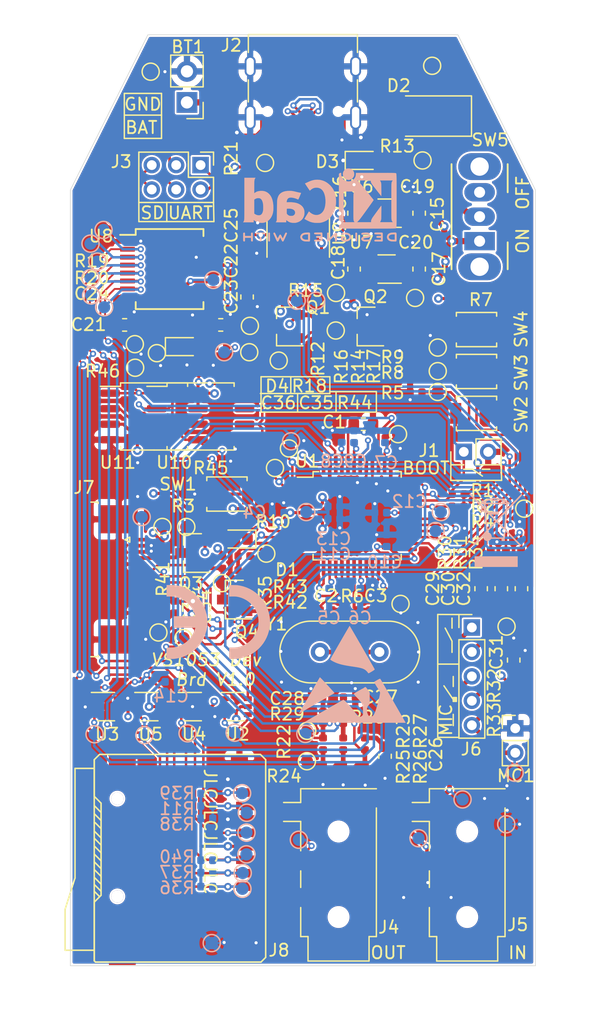
<source format=kicad_pcb>
(kicad_pcb (version 20171130) (host pcbnew "(5.1.5)-3")
  (layers (0 F.Cu signal) (1 GND.Cu signal hide) (2 PWR.Cu signal hide) (31 B.Cu signal hide) (34 B.Paste user hide) (35 F.Paste user) (36 B.SilkS user hide) (37 F.SilkS user) (38 B.Mask user hide) (39 F.Mask user hide) (44 Edge.Cuts user))
  (net 0 "")
  (net 1 "Net-(BT1-Pad1)")
  (net 2 GND)
  (net 3 "Net-(C1-Pad1)")
  (net 4 "Net-(C2-Pad2)")
  (net 5 "Net-(C3-Pad1)")
  (net 6 +3V3)
  (net 7 +1V8)
  (net 8 VCC)
  (net 9 "Net-(C19-Pad1)")
  (net 10 "Net-(C20-Pad1)")
  (net 11 /PWR_TTL_TFREAD/GL_TF_PMOS)
  (net 12 /PWR_TTL_TFREAD/GL823_VDD)
  (net 13 "Net-(C23-Pad1)")
  (net 14 "Net-(C26-Pad1)")
  (net 15 "Net-(C27-Pad1)")
  (net 16 "Net-(C28-Pad1)")
  (net 17 "Net-(C29-Pad1)")
  (net 18 "Net-(C29-Pad2)")
  (net 19 "Net-(C30-Pad1)")
  (net 20 "Net-(C30-Pad2)")
  (net 21 "Net-(C31-Pad1)")
  (net 22 "Net-(C32-Pad1)")
  (net 23 "Net-(D1-Pad2)")
  (net 24 /USER_LED0)
  (net 25 +5V)
  (net 26 "Net-(D3-Pad2)")
  (net 27 /PWR_TTL_TFREAD/GL823_LED)
  (net 28 "Net-(D4-Pad2)")
  (net 29 /SPI_CS)
  (net 30 /PWR_TTL_TFREAD/USB_DN)
  (net 31 /PWR_TTL_TFREAD/USB_DP)
  (net 32 "Net-(J2-PadB8)")
  (net 33 "Net-(J2-PadA5)")
  (net 34 "Net-(J2-PadA8)")
  (net 35 "Net-(J2-PadB5)")
  (net 36 /PWR_TTL_TFREAD/CH330_DP)
  (net 37 /PWR_TTL_TFREAD/CH330_DN)
  (net 38 /PWR_TTL_TFREAD/GL823_DP)
  (net 39 /PWR_TTL_TFREAD/GL823_DN)
  (net 40 /SPEAK_MIC/LINE_OUT_CBUF)
  (net 41 "Net-(J4-PadT)")
  (net 42 "Net-(J4-PadR1)")
  (net 43 "Net-(J5-PadR1)")
  (net 44 "Net-(J5-PadT)")
  (net 45 "Net-(J6-Pad5)")
  (net 46 "Net-(J7-Pad1)")
  (net 47 "Net-(J7-Pad4)")
  (net 48 /VS_RESET_n)
  (net 49 /LCD_RS)
  (net 50 /SD_CMD)
  (net 51 /SD_CLK)
  (net 52 /LCD_CS)
  (net 53 "Net-(J7-Pad14)")
  (net 54 /GL_TF_D2)
  (net 55 /TF_DISP_ROM/TF_DATA3)
  (net 56 /TF_DISP_ROM/TF_CMD)
  (net 57 /TF_DISP_ROM/TF_CLK)
  (net 58 /TF_DISP_ROM/TF_DATA0)
  (net 59 /GL_TF_D1)
  (net 60 "Net-(Q1-Pad1)")
  (net 61 "Net-(Q2-Pad1)")
  (net 62 "Net-(Q3-Pad1)")
  (net 63 "Net-(Q4-Pad1)")
  (net 64 "Net-(R2-Pad2)")
  (net 65 /SD_READ_ON)
  (net 66 /IO_SCLK)
  (net 67 "Net-(R7-Pad2)")
  (net 68 /USER_KEY1)
  (net 69 /IO_XDCS)
  (net 70 /PWR_TTL_TFREAD/SD_READ_ON)
  (net 71 /PWR_TTL_TFREAD/GL823_GPIO)
  (net 72 /SPEAK_MIC/LINE_OUT_L)
  (net 73 /SPEAK_MIC/LINE_OUT_R)
  (net 74 /SPEAK_MIC/LINE_INR)
  (net 75 /SPEAK_MIC/MIC_P\LINE_INL)
  (net 76 /SPEAK_MIC/MIC_N)
  (net 77 /LCD_PWR_ON)
  (net 78 "Net-(R44-Pad1)")
  (net 79 /SD_XCS)
  (net 80 /SD_SO)
  (net 81 /IO_SI)
  (net 82 /GL_TF_D0)
  (net 83 /GL_TF_CLK)
  (net 84 /GL_TF_CMD)
  (net 85 /GL_TF_D3)
  (net 86 /CH_UART_TXD)
  (net 87 /CH_UART_RXD)
  (net 88 "Net-(U1-Pad15)")
  (net 89 "Net-(U9-Pad4)")
  (net 90 "Net-(U10-Pad7)")
  (net 91 "Net-(SW5-Pad3)")
  (module Symbol:CE-Logo_8.5x6mm_SilkScreen (layer B.Cu) (at 82.4992 108.1532 180)
    (fp_text reference REF** hide)
    (fp_text value CE-Logo_8.5x6mm_SilkScreen hide)
  )
  (module Symbol:KiCad-Logo2_5mm_SilkScreen (layer B.Cu) (at 90.8304 74.0156 180)
    (fp_text reference REF** hide)
    (fp_text value KiCad-Logo2_5mm_SilkScreen hide)
  )
  (module Symbol:WEEE-Logo_4.2x6mm_SilkScreen (layer B.Cu) (at 105.2576 100.6348 180)
    (fp_text reference REF** hide)
    (fp_text value WEEE-Logo_4.2x6mm_SilkScreen hide)
  )
  (module Symbol:ESD-Logo_8.9x8mm_SilkScreen (layer B.Cu) (at 93.472 112.4204 180)
    (fp_text reference REF** hide)
    (fp_text value ESD-Logo_8.9x8mm_SilkScreen hide)
  )
  (module Package_SO:SOIC-8_5.275x5.275mm_P1.27mm (layer F.Cu) (at 77.2414 91.3384)
    (fp_text reference U11 (at -2.9718 3.7592) (layer F.SilkS))
    (fp_text value W25Q32JVSS)
    (pad 8 smd roundrect (at 3.6 -1.905) (size 1.6 0.6) (layers F.Cu F.Paste F.Mask) (net 6 +3V3))
    (pad 7 smd roundrect (at 3.6 -0.635) (size 1.6 0.6) (layers F.Cu F.Paste F.Mask) (net 6 +3V3))
    (pad 6 smd roundrect (at 3.6 0.635) (size 1.6 0.6) (layers F.Cu F.Paste F.Mask) (net 79 /SD_XCS))
    (pad 5 smd roundrect (at 3.6 1.905) (size 1.6 0.6) (layers F.Cu F.Paste F.Mask) (net 50 /SD_CMD))
    (pad 4 smd roundrect (at -3.6 1.905) (size 1.6 0.6) (layers F.Cu F.Paste F.Mask) (net 2 GND))
    (pad 3 smd roundrect (at -3.6 0.635) (size 1.6 0.6) (layers F.Cu F.Paste F.Mask) (net 6 +3V3))
    (pad 2 smd roundrect (at -3.6 -0.635) (size 1.6 0.6) (layers F.Cu F.Paste F.Mask) (net 80 /SD_SO))
    (pad 1 smd roundrect (at -3.6 -1.905) (size 1.6 0.6) (layers F.Cu F.Paste F.Mask) (net 29 /SPI_CS))
  )
  (module Package_SO:SOIC-8_5.275x5.275mm_P1.27mm (layer F.Cu) (at 81.0514 91.3384)
    (fp_text reference U10 (at -2.159 3.7592) (layer F.SilkS))
    (fp_text value AT93C66A)
    (pad 8 smd roundrect (at 3.6 -1.905) (size 1.6 0.6) (layers F.Cu F.Paste F.Mask) (net 6 +3V3))
    (pad 7 smd roundrect (at 3.6 -0.635) (size 1.6 0.6) (layers F.Cu F.Paste F.Mask) (net 90 "Net-(U10-Pad7)"))
    (pad 6 smd roundrect (at 3.6 0.635) (size 1.6 0.6) (layers F.Cu F.Paste F.Mask) (net 78 "Net-(R44-Pad1)"))
    (pad 5 smd roundrect (at 3.6 1.905) (size 1.6 0.6) (layers F.Cu F.Paste F.Mask) (net 2 GND))
    (pad 4 smd roundrect (at -3.6 1.905) (size 1.6 0.6) (layers F.Cu F.Paste F.Mask) (net 80 /SD_SO))
    (pad 3 smd roundrect (at -3.6 0.635) (size 1.6 0.6) (layers F.Cu F.Paste F.Mask) (net 50 /SD_CMD))
    (pad 2 smd roundrect (at -3.6 -0.635) (size 1.6 0.6) (layers F.Cu F.Paste F.Mask) (net 79 /SD_XCS))
    (pad 1 smd roundrect (at -3.6 -1.905) (size 1.6 0.6) (layers F.Cu F.Paste F.Mask) (net 29 /SPI_CS))
  )
  (module Package_SO:SOIC-8_3.9x4.9mm_P1.27mm (layer F.Cu) (at 89.0524 76.3524 270)
    (fp_text reference U9 (at 0 -3.4 90) (layer F.SilkS))
    (fp_text value CH330N)
    (pad 8 smd roundrect (at 2.475 -1.905 270) (size 1.95 0.6) (layers F.Cu F.Paste F.Mask) (net 6 +3V3))
    (pad 7 smd roundrect (at 2.475 -0.635 270) (size 1.95 0.6) (layers F.Cu F.Paste F.Mask) (net 87 /CH_UART_RXD))
    (pad 6 smd roundrect (at 2.475 0.635 270) (size 1.95 0.6) (layers F.Cu F.Paste F.Mask) (net 86 /CH_UART_TXD))
    (pad 5 smd roundrect (at 2.475 1.905 270) (size 1.95 0.6) (layers F.Cu F.Paste F.Mask) (net 6 +3V3))
    (pad 4 smd roundrect (at -2.475 1.905 270) (size 1.95 0.6) (layers F.Cu F.Paste F.Mask) (net 89 "Net-(U9-Pad4)"))
    (pad 3 smd roundrect (at -2.475 0.635 270) (size 1.95 0.6) (layers F.Cu F.Paste F.Mask) (net 2 GND))
    (pad 2 smd roundrect (at -2.475 -0.635 270) (size 1.95 0.6) (layers F.Cu F.Paste F.Mask) (net 37 /PWR_TTL_TFREAD/CH330_DN))
    (pad 1 smd roundrect (at -2.475 -1.905 270) (size 1.95 0.6) (layers F.Cu F.Paste F.Mask) (net 36 /PWR_TTL_TFREAD/CH330_DP))
  )
  (module Crystal:Crystal_HC49-4H_Vertical (layer F.Cu) (at 90.8304 110.617)
    (fp_text reference Y1 (at -3.5814 -2.286) (layer F.SilkS))
    (fp_text value 12.288MHz)
    (pad 2 thru_hole circle (at 4.88 0) (size 1.5 1.5) (drill 0.8) (layers *.Cu *.Mask) (net 5 "Net-(C3-Pad1)"))
    (pad 1 thru_hole circle (at 0 0) (size 1.5 1.5) (drill 0.8) (layers *.Cu *.Mask) (net 4 "Net-(C2-Pad2)"))
  )
  (module Connector_PinHeader_2.00mm:PinHeader_1x05_P2.00mm_Vertical (layer F.Cu) (at 103.2764 108.6104)
    (fp_text reference J6 (at -0.0508 9.9568) (layer F.SilkS))
    (fp_text value Conn_01x05)
    (pad 5 thru_hole oval (at 0 8) (size 1.35 1.35) (drill 0.8) (layers *.Cu *.Mask) (net 45 "Net-(J6-Pad5)"))
    (pad 4 thru_hole oval (at 0 6) (size 1.35 1.35) (drill 0.8) (layers *.Cu *.Mask) (net 20 "Net-(C30-Pad2)"))
    (pad 3 thru_hole oval (at 0 4) (size 1.35 1.35) (drill 0.8) (layers *.Cu *.Mask) (net 44 "Net-(J5-PadT)"))
    (pad 2 thru_hole oval (at 0 2) (size 1.35 1.35) (drill 0.8) (layers *.Cu *.Mask) (net 18 "Net-(C29-Pad2)"))
    (pad 1 thru_hole rect (at 0 0) (size 1.35 1.35) (drill 0.8) (layers *.Cu *.Mask) (net 43 "Net-(J5-PadR1)"))
  )
  (module Connector_PinHeader_2.00mm:PinHeader_2x03_P2.00mm_Vertical (layer F.Cu) (at 81.0514 70.7644 270)
    (fp_text reference J3 (at -0.2794 6.5024) (layer F.SilkS))
    (fp_text value Conn_02x03_Counter_Clockwise)
    (pad 6 thru_hole oval (at 2 4 270) (size 1.35 1.35) (drill 0.8) (layers *.Cu *.Mask) (net 39 /PWR_TTL_TFREAD/GL823_DN))
    (pad 5 thru_hole oval (at 0 4 270) (size 1.35 1.35) (drill 0.8) (layers *.Cu *.Mask) (net 38 /PWR_TTL_TFREAD/GL823_DP))
    (pad 4 thru_hole oval (at 2 2 270) (size 1.35 1.35) (drill 0.8) (layers *.Cu *.Mask) (net 30 /PWR_TTL_TFREAD/USB_DN))
    (pad 3 thru_hole oval (at 0 2 270) (size 1.35 1.35) (drill 0.8) (layers *.Cu *.Mask) (net 31 /PWR_TTL_TFREAD/USB_DP))
    (pad 2 thru_hole oval (at 2 0 270) (size 1.35 1.35) (drill 0.8) (layers *.Cu *.Mask) (net 37 /PWR_TTL_TFREAD/CH330_DN))
    (pad 1 thru_hole rect (at 0 0 270) (size 1.35 1.35) (drill 0.8) (layers *.Cu *.Mask) (net 36 /PWR_TTL_TFREAD/CH330_DP))
  )
  (module Connector_PinHeader_2.00mm:PinHeader_1x02_P2.00mm_Vertical (layer F.Cu) (at 102.616 94.234 90)
    (fp_text reference J1 (at 0.1016 -2.8448) (layer F.SilkS))
    (fp_text value Conn_02x01)
    (pad 2 thru_hole oval (at 0 2 90) (size 1.35 1.35) (drill 0.8) (layers *.Cu *.Mask) (net 2 GND))
    (pad 1 thru_hole rect (at 0 0 90) (size 1.35 1.35) (drill 0.8) (layers *.Cu *.Mask) (net 29 /SPI_CS))
  )
  (module TestPoint:TestPoint_Pad_D1.0mm (layer B.Cu) (at 83.8454 117.221)
    (fp_text reference TP78 hide)
    (fp_text value TestPoint_Probe)
    (pad 1 smd circle (at 0 0) (size 1 1) (layers B.Cu B.Mask) (net 80 /SD_SO))
  )
  (module TestPoint:TestPoint_Pad_D1.0mm (layer B.Cu) (at 76.454 117.4242)
    (fp_text reference TP77 hide)
    (fp_text value TestPoint_Probe)
    (pad 1 smd circle (at 0 0) (size 1 1) (layers B.Cu B.Mask) (net 50 /SD_CMD))
  )
  (module TestPoint:TestPoint_Pad_D1.0mm (layer B.Cu) (at 72.3646 117.348)
    (fp_text reference TP76 hide)
    (fp_text value TestPoint_Probe)
    (pad 1 smd circle (at 0 0) (size 1 1) (layers B.Cu B.Mask) (net 79 /SD_XCS))
  )
  (module TestPoint:TestPoint_Pad_D1.0mm (layer F.Cu) (at 75.692 87.3506)
    (fp_text reference TP75 hide)
    (fp_text value TestPoint_Probe)
    (pad 1 smd circle (at 0 0) (size 1 1) (layers F.Cu F.Mask) (net 29 /SPI_CS))
  )
  (module TestPoint:TestPoint_Pad_D1.0mm (layer F.Cu) (at 97.4344 106.68)
    (fp_text reference TP74 hide)
    (fp_text value TestPoint_Probe)
    (pad 1 smd circle (at 0 0) (size 1 1) (layers F.Cu F.Mask) (net 2 GND))
  )
  (module TestPoint:TestPoint_Pad_D1.0mm (layer F.Cu) (at 76.962 63.119)
    (fp_text reference TP73 hide)
    (fp_text value TestPoint_Probe)
    (pad 1 smd circle (at 0 0) (size 1 1) (layers F.Cu F.Mask) (net 2 GND))
  )
  (module TestPoint:TestPoint_Pad_D1.0mm (layer F.Cu) (at 85.09 83.9216)
    (fp_text reference TP72 hide)
    (fp_text value TestPoint_Probe)
    (pad 1 smd circle (at 0 0) (size 1 1) (layers F.Cu F.Mask) (net 2 GND))
  )
  (module TestPoint:TestPoint_Pad_D1.0mm (layer B.Cu) (at 81.9658 134.4422)
    (fp_text reference TP71 hide)
    (fp_text value TestPoint_Probe)
    (pad 1 smd circle (at 0 0) (size 1 1) (layers B.Cu B.Mask) (net 2 GND))
  )
  (module TestPoint:TestPoint_Pad_D1.0mm (layer F.Cu) (at 75.6666 85.4202)
    (fp_text reference TP70 hide)
    (fp_text value TestPoint_Probe)
    (pad 1 smd circle (at 0 0) (size 1 1) (layers F.Cu F.Mask) (net 2 GND))
  )
  (module TestPoint:TestPoint_Pad_D1.0mm (layer B.Cu) (at 84.455 122.174)
    (fp_text reference TP69 hide)
    (fp_text value TestPoint_Probe)
    (pad 1 smd circle (at 0 0) (size 1 1) (layers B.Cu B.Mask) (net 59 /GL_TF_D1))
  )
  (module TestPoint:TestPoint_Pad_D1.0mm (layer B.Cu) (at 84.836 123.7742)
    (fp_text reference TP68 hide)
    (fp_text value TestPoint_Probe)
    (pad 1 smd circle (at 0 0) (size 1 1) (layers B.Cu B.Mask) (net 58 /TF_DISP_ROM/TF_DATA0))
  )
  (module TestPoint:TestPoint_Pad_D1.0mm (layer F.Cu) (at 79.883 100.3808)
    (fp_text reference TP67 hide)
    (fp_text value TestPoint_Probe)
    (pad 1 smd circle (at 0 0) (size 1 1) (layers F.Cu F.Mask) (net 47 "Net-(J7-Pad4)"))
  )
  (module TestPoint:TestPoint_Pad_D1.0mm (layer B.Cu) (at 84.8106 125.3998)
    (fp_text reference TP66 hide)
    (fp_text value TestPoint_Probe)
    (pad 1 smd circle (at 0 0) (size 1 1) (layers B.Cu B.Mask) (net 57 /TF_DISP_ROM/TF_CLK))
  )
  (module TestPoint:TestPoint_Pad_D1.0mm (layer B.Cu) (at 84.8106 127.1778)
    (fp_text reference TP64 hide)
    (fp_text value TestPoint_Probe)
    (pad 1 smd circle (at 0 0) (size 1 1) (layers B.Cu B.Mask) (net 56 /TF_DISP_ROM/TF_CMD))
  )
  (module TestPoint:TestPoint_Pad_D1.0mm (layer B.Cu) (at 76.2254 99.568)
    (fp_text reference TP63 hide)
    (fp_text value TestPoint_Probe)
    (pad 1 smd circle (at 0 0) (size 1 1) (layers B.Cu B.Mask) (net 49 /LCD_RS))
  )
  (module TestPoint:TestPoint_Pad_D1.0mm (layer B.Cu) (at 84.5058 128.7018)
    (fp_text reference TP62 hide)
    (fp_text value TestPoint_Probe)
    (pad 1 smd circle (at 0 0) (size 1 1) (layers B.Cu B.Mask) (net 55 /TF_DISP_ROM/TF_DATA3))
  )
  (module TestPoint:TestPoint_Pad_D1.0mm (layer F.Cu) (at 82.804 104.9782)
    (fp_text reference TP61 hide)
    (fp_text value TestPoint_Probe)
    (pad 1 smd circle (at 0 0) (size 1 1) (layers F.Cu F.Mask) (net 62 "Net-(Q3-Pad1)"))
  )
  (module TestPoint:TestPoint_Pad_D1.0mm (layer B.Cu) (at 84.4804 129.9972)
    (fp_text reference TP59 hide)
    (fp_text value TestPoint_Probe)
    (pad 1 smd circle (at 0 0) (size 1 1) (layers B.Cu B.Mask) (net 54 /GL_TF_D2))
  )
  (module TestPoint:TestPoint_Pad_D1.0mm (layer B.Cu) (at 79.9846 117.2718)
    (fp_text reference TP58 hide)
    (fp_text value TestPoint_Probe)
    (pad 1 smd circle (at 0 0) (size 1 1) (layers B.Cu B.Mask) (net 51 /SD_CLK))
  )
  (module TestPoint:TestPoint_Pad_D1.0mm (layer F.Cu) (at 77.597 109.0168)
    (fp_text reference TP57 hide)
    (fp_text value TestPoint_Probe)
    (pad 1 smd circle (at 0 0) (size 1 1) (layers F.Cu F.Mask) (net 52 /LCD_CS))
  )
  (module TestPoint:TestPoint_Pad_D1.0mm (layer F.Cu) (at 85.0392 86.0806)
    (fp_text reference TP56 hide)
    (fp_text value TestPoint_Probe)
    (pad 1 smd circle (at 0 0) (size 1 1) (layers F.Cu F.Mask) (net 6 +3V3))
  )
  (module TestPoint:TestPoint_Pad_D1.0mm (layer B.Cu) (at 106.0958 124.714)
    (fp_text reference TP55 hide)
    (fp_text value TestPoint_Probe)
    (pad 1 smd circle (at 0 0) (size 1 1) (layers B.Cu B.Mask) (net 2 GND))
  )
  (module TestPoint:TestPoint_Pad_D1.0mm (layer B.Cu) (at 106.7816 120.4976)
    (fp_text reference TP54 hide)
    (fp_text value TestPoint_Probe)
    (pad 1 smd circle (at 0 0) (size 1 1) (layers B.Cu B.Mask) (net 45 "Net-(J6-Pad5)"))
  )
  (module TestPoint:TestPoint_Pad_D1.0mm (layer F.Cu) (at 106.1212 108.5342)
    (fp_text reference TP53 hide)
    (fp_text value TestPoint_Probe)
    (pad 1 smd circle (at 0 0) (size 1 1) (layers F.Cu F.Mask) (net 20 "Net-(C30-Pad2)"))
  )
  (module TestPoint:TestPoint_Pad_D1.0mm (layer B.Cu) (at 98.9076 125.857)
    (fp_text reference TP52 hide)
    (fp_text value TestPoint_Probe)
    (pad 1 smd circle (at 0 0) (size 1 1) (layers B.Cu B.Mask) (net 43 "Net-(J5-PadR1)"))
  )
  (module TestPoint:TestPoint_Pad_D1.0mm (layer B.Cu) (at 102.5144 122.682)
    (fp_text reference TP51 hide)
    (fp_text value TestPoint_Probe)
    (pad 1 smd circle (at 0 0) (size 1 1) (layers B.Cu B.Mask) (net 44 "Net-(J5-PadT)"))
  )
  (module TestPoint:TestPoint_Pad_D1.0mm (layer B.Cu) (at 89.1032 125.984)
    (fp_text reference TP49 hide)
    (fp_text value TestPoint_Probe)
    (pad 1 smd circle (at 0 0) (size 1 1) (layers B.Cu B.Mask) (net 42 "Net-(J4-PadR1)"))
  )
  (module TestPoint:TestPoint_Pad_D1.0mm (layer F.Cu) (at 89.7636 119.5578)
    (fp_text reference TP48 hide)
    (fp_text value TestPoint_Probe)
    (pad 1 smd circle (at 0 0) (size 1 1) (layers F.Cu F.Mask) (net 41 "Net-(J4-PadT)"))
  )
  (module TestPoint:TestPoint_Pad_D1.0mm (layer B.Cu) (at 90.5256 81.8642)
    (fp_text reference TP47 hide)
    (fp_text value TestPoint_Probe)
    (pad 1 smd circle (at 0 0) (size 1 1) (layers B.Cu B.Mask) (net 87 /CH_UART_RXD))
  )
  (module TestPoint:TestPoint_Pad_D1.0mm (layer B.Cu) (at 88.9254 81.8642)
    (fp_text reference TP46 hide)
    (fp_text value TestPoint_Probe)
    (pad 1 smd circle (at 0 0) (size 1 1) (layers B.Cu B.Mask) (net 86 /CH_UART_TXD))
  )
  (module TestPoint:TestPoint_Pad_D1.0mm (layer F.Cu) (at 87.4522 86.7664)
    (fp_text reference TP45 hide)
    (fp_text value TestPoint_Probe)
    (pad 1 smd circle (at 0 0) (size 1 1) (layers F.Cu F.Mask) (net 13 "Net-(C23-Pad1)"))
  )
  (module TestPoint:TestPoint_Pad_D1.0mm (layer B.Cu) (at 73.152 82.3976)
    (fp_text reference TP44 hide)
    (fp_text value TestPoint_Probe)
    (pad 1 smd circle (at 0 0) (size 1 1) (layers B.Cu B.Mask) (net 54 /GL_TF_D2))
  )
  (module TestPoint:TestPoint_Pad_D1.0mm (layer B.Cu) (at 82.0928 80.1624)
    (fp_text reference TP43 hide)
    (fp_text value TestPoint_Probe)
    (pad 1 smd circle (at 0 0) (size 1 1) (layers B.Cu B.Mask) (net 71 /PWR_TTL_TFREAD/GL823_GPIO))
  )
  (module TestPoint:TestPoint_Pad_D1.0mm (layer B.Cu) (at 72.0852 81.4324)
    (fp_text reference TP42 hide)
    (fp_text value TestPoint_Probe)
    (pad 1 smd circle (at 0 0) (size 1 1) (layers B.Cu B.Mask) (net 85 /GL_TF_D3))
  )
  (module TestPoint:TestPoint_Pad_D1.0mm (layer F.Cu) (at 77.47 86.1568)
    (fp_text reference TP41 hide)
    (fp_text value TestPoint_Probe)
    (pad 1 smd circle (at 0 0) (size 1 1) (layers F.Cu F.Mask) (net 27 /PWR_TTL_TFREAD/GL823_LED))
  )
  (module TestPoint:TestPoint_Pad_D1.0mm (layer B.Cu) (at 72.0344 80.01)
    (fp_text reference TP40 hide)
    (fp_text value TestPoint_Probe)
    (pad 1 smd circle (at 0 0) (size 1 1) (layers B.Cu B.Mask) (net 84 /GL_TF_CMD))
  )
  (module TestPoint:TestPoint_Pad_D1.0mm (layer B.Cu) (at 82.9818 86.0806)
    (fp_text reference TP39 hide)
    (fp_text value TestPoint_Probe)
    (pad 1 smd circle (at 0 0) (size 1 1) (layers B.Cu B.Mask) (net 12 /PWR_TTL_TFREAD/GL823_VDD))
  )
  (module TestPoint:TestPoint_Pad_D1.0mm (layer B.Cu) (at 72.5932 78.6638)
    (fp_text reference TP38 hide)
    (fp_text value TestPoint_Probe)
    (pad 1 smd circle (at 0 0) (size 1 1) (layers B.Cu B.Mask) (net 83 /GL_TF_CLK))
  )
  (module TestPoint:TestPoint_Pad_D1.0mm (layer B.Cu) (at 72.0344 77.1906)
    (fp_text reference TP37 hide)
    (fp_text value TestPoint_Probe)
    (pad 1 smd circle (at 0 0) (size 1 1) (layers B.Cu B.Mask) (net 82 /GL_TF_D0))
  )
  (module TestPoint:TestPoint_Pad_D1.0mm (layer B.Cu) (at 73.1012 76.073)
    (fp_text reference TP36 hide)
    (fp_text value TestPoint_Probe)
    (pad 1 smd circle (at 0 0) (size 1 1) (layers B.Cu B.Mask) (net 59 /GL_TF_D1))
  )
  (module TestPoint:TestPoint_Pad_D1.0mm (layer F.Cu) (at 92.1258 84.3026)
    (fp_text reference TP35 hide)
    (fp_text value TestPoint_Probe)
    (pad 1 smd circle (at 0 0) (size 1 1) (layers F.Cu F.Mask) (net 60 "Net-(Q1-Pad1)"))
  )
  (module TestPoint:TestPoint_Pad_D1.0mm (layer F.Cu) (at 100.0252 62.6364)
    (fp_text reference TP34 hide)
    (fp_text value TestPoint_Probe)
    (pad 1 smd circle (at 0 0) (size 1 1) (layers F.Cu F.Mask) (net 1 "Net-(BT1-Pad1)"))
  )
  (module TestPoint:TestPoint_Pad_D1.0mm (layer F.Cu) (at 99.2378 70.3834)
    (fp_text reference TP33 hide)
    (fp_text value TestPoint_Probe)
    (pad 1 smd circle (at 0 0) (size 1 1) (layers F.Cu F.Mask) (net 8 VCC))
  )
  (module TestPoint:TestPoint_Pad_D1.0mm (layer B.Cu) (at 89.7128 99.1616)
    (fp_text reference TP32 hide)
    (fp_text value TestPoint_Probe)
    (pad 1 smd circle (at 0 0) (size 1 1) (layers B.Cu B.Mask) (net 7 +1V8))
  )
  (module TestPoint:TestPoint_Pad_D1.0mm (layer F.Cu) (at 77.9272 100.3808)
    (fp_text reference TP31 hide)
    (fp_text value TestPoint_Probe)
    (pad 1 smd circle (at 0 0) (size 1 1) (layers F.Cu F.Mask) (net 8 VCC))
  )
  (module TestPoint:TestPoint_Pad_D1.0mm (layer F.Cu) (at 97.2312 92.7862)
    (fp_text reference TP30 hide)
    (fp_text value TestPoint_Probe)
    (pad 1 smd circle (at 0 0) (size 1 1) (layers F.Cu F.Mask) (net 6 +3V3))
  )
  (module TestPoint:TestPoint_Pad_D1.0mm (layer F.Cu) (at 98.6282 81.6356)
    (fp_text reference TP29 hide)
    (fp_text value TestPoint_Probe)
    (pad 1 smd circle (at 0 0) (size 1 1) (layers F.Cu F.Mask) (net 8 VCC))
  )
  (module TestPoint:TestPoint_Pad_D1.0mm (layer F.Cu) (at 92.1512 81.2292)
    (fp_text reference TP28 hide)
    (fp_text value TestPoint_Probe)
    (pad 1 smd circle (at 0 0) (size 1 1) (layers F.Cu F.Mask) (net 7 +1V8))
  )
  (module TestPoint:TestPoint_Pad_D1.0mm (layer F.Cu) (at 86.3346 70.5866)
    (fp_text reference TP27 hide)
    (fp_text value TestPoint_Probe)
    (pad 1 smd circle (at 0 0) (size 1 1) (layers F.Cu F.Mask) (net 6 +3V3))
  )
  (module TestPoint:TestPoint_Pad_D1.0mm (layer F.Cu) (at 100.4824 85.6996)
    (fp_text reference TP26 hide)
    (fp_text value TestPoint_Probe)
    (pad 1 smd circle (at 0 0) (size 1 1) (layers F.Cu F.Mask) (net 69 /IO_XDCS))
  )
  (module TestPoint:TestPoint_Pad_D1.0mm (layer F.Cu) (at 107.569 98.8822)
    (fp_text reference TP24 hide)
    (fp_text value TestPoint_Probe)
    (pad 1 smd circle (at 0 0) (size 1 1) (layers F.Cu F.Mask) (net 74 /SPEAK_MIC/LINE_INR))
  )
  (module TestPoint:TestPoint_Pad_D1.0mm (layer F.Cu) (at 100.4824 89.3318)
    (fp_text reference TP23 hide)
    (fp_text value TestPoint_Probe)
    (pad 1 smd circle (at 0 0) (size 1 1) (layers F.Cu F.Mask) (net 66 /IO_SCLK))
  )
  (module TestPoint:TestPoint_Pad_D1.0mm (layer F.Cu) (at 88.2904 93.9546)
    (fp_text reference TP22 hide)
    (fp_text value TestPoint_Probe)
    (pad 1 smd circle (at 0 0) (size 1 1) (layers F.Cu F.Mask) (net 75 /SPEAK_MIC/MIC_P\LINE_INL))
  )
  (module TestPoint:TestPoint_Pad_D1.0mm (layer F.Cu) (at 87.1474 95.5548)
    (fp_text reference TP20 hide)
    (fp_text value TestPoint_Probe)
    (pad 1 smd circle (at 0 0) (size 1 1) (layers F.Cu F.Mask) (net 76 /SPEAK_MIC/MIC_N))
  )
  (module TestPoint:TestPoint_Pad_D1.0mm (layer F.Cu) (at 100.4824 87.63)
    (fp_text reference TP18 hide)
    (fp_text value TestPoint_Probe)
    (pad 1 smd circle (at 0 0) (size 1 1) (layers F.Cu F.Mask) (net 68 /USER_KEY1))
  )
  (module TestPoint:TestPoint_Pad_D1.0mm (layer B.Cu) (at 88.4682 93.3704)
    (fp_text reference TP17 hide)
    (fp_text value TestPoint_Probe)
    (pad 1 smd circle (at 0 0) (size 1 1) (layers B.Cu B.Mask) (net 40 /SPEAK_MIC/LINE_OUT_CBUF))
  )
  (module TestPoint:TestPoint_Pad_D1.0mm (layer B.Cu) (at 89.6366 117.3226)
    (fp_text reference TP15 hide)
    (fp_text value TestPoint_Probe)
    (pad 1 smd circle (at 0 0) (size 1 1) (layers B.Cu B.Mask) (net 73 /SPEAK_MIC/LINE_OUT_R))
  )
  (module TestPoint:TestPoint_Pad_D1.0mm (layer B.Cu) (at 100.3046 100.711)
    (fp_text reference TP14 hide)
    (fp_text value TestPoint_Probe)
    (pad 1 smd circle (at 0 0) (size 1 1) (layers B.Cu B.Mask) (net 81 /IO_SI))
  )
  (module TestPoint:TestPoint_Pad_D1.0mm (layer F.Cu) (at 89.789 117.0686)
    (fp_text reference TP13 hide)
    (fp_text value TestPoint_Probe)
    (pad 1 smd circle (at 0 0) (size 1 1) (layers F.Cu F.Mask) (net 72 /SPEAK_MIC/LINE_OUT_L))
  )
  (module TestPoint:TestPoint_Pad_D1.0mm (layer F.Cu) (at 79.6544 109.474)
    (fp_text reference TP11 hide)
    (fp_text value TestPoint_Probe)
    (pad 1 smd circle (at 0 0) (size 1 1) (layers F.Cu F.Mask) (net 65 /SD_READ_ON))
  )
  (module TestPoint:TestPoint_Pad_D1.0mm (layer F.Cu) (at 86.4362 102.5652)
    (fp_text reference TP10 hide)
    (fp_text value TestPoint_Probe)
    (pad 1 smd circle (at 0 0) (size 1 1) (layers F.Cu F.Mask) (net 77 /LCD_PWR_ON))
  )
  (module TestPoint:TestPoint_Pad_D1.0mm (layer B.Cu) (at 100.7364 99.1616)
    (fp_text reference TP3 hide)
    (fp_text value TestPoint_Probe)
    (pad 1 smd circle (at 0 0) (size 1 1) (layers B.Cu B.Mask) (net 64 "Net-(R2-Pad2)"))
  )
  (module Connector_USB:USB_C_Receptacle_Palconn_UTC16-G (layer F.Cu) (at 89.4334 64.9224 180)
    (fp_text reference J2 (at 5.8674 3.9624) (layer F.SilkS))
    (fp_text value USB_C_Receptacle_USB2.0)
    (pad S1 thru_hole oval (at -4.32 -1.93 270) (size 2 0.9) (drill oval 1.7 0.6) (layers *.Cu *.Mask) (net 2 GND))
    (pad S1 thru_hole oval (at 4.32 -1.93 270) (size 2 0.9) (drill oval 1.7 0.6) (layers *.Cu *.Mask) (net 2 GND))
    (pad S1 thru_hole oval (at -4.32 2.24 270) (size 1.7 0.9) (drill oval 1.4 0.6) (layers *.Cu *.Mask) (net 2 GND))
    (pad S1 thru_hole oval (at 4.32 2.24 270) (size 1.7 0.9) (drill oval 1.4 0.6) (layers *.Cu *.Mask) (net 2 GND))
    (pad B7 smd rect (at -0.75 -2.51) (size 0.3 1.16) (layers F.Cu F.Paste F.Mask) (net 30 /PWR_TTL_TFREAD/USB_DN))
    (pad A6 smd rect (at -0.25 -2.51) (size 0.3 1.16) (layers F.Cu F.Paste F.Mask) (net 31 /PWR_TTL_TFREAD/USB_DP))
    (pad A7 smd rect (at 0.25 -2.51) (size 0.3 1.16) (layers F.Cu F.Paste F.Mask) (net 30 /PWR_TTL_TFREAD/USB_DN))
    (pad B8 smd rect (at -1.75 -2.51) (size 0.3 1.16) (layers F.Cu F.Paste F.Mask) (net 32 "Net-(J2-PadB8)"))
    (pad A5 smd rect (at -1.25 -2.51) (size 0.3 1.16) (layers F.Cu F.Paste F.Mask) (net 33 "Net-(J2-PadA5)"))
    (pad A8 smd rect (at 1.25 -2.51) (size 0.3 1.16) (layers F.Cu F.Paste F.Mask) (net 34 "Net-(J2-PadA8)"))
    (pad B6 smd rect (at 0.75 -2.51) (size 0.3 1.16) (layers F.Cu F.Paste F.Mask) (net 31 /PWR_TTL_TFREAD/USB_DP))
    (pad B5 smd rect (at 1.75 -2.51) (size 0.3 1.16) (layers F.Cu F.Paste F.Mask) (net 35 "Net-(J2-PadB5)"))
    (pad "" np_thru_hole circle (at 2.89 -1.45) (size 0.6 0.6) (drill 0.6) (layers *.Cu *.Mask))
    (pad "" np_thru_hole circle (at -2.89 -1.45) (size 0.6 0.6) (drill 0.6) (layers *.Cu *.Mask))
    (pad A4 smd rect (at -2.4 -2.51 180) (size 0.6 1.16) (layers F.Cu F.Paste F.Mask) (net 25 +5V))
    (pad B9 smd rect (at -2.4 -2.51 180) (size 0.6 1.16) (layers F.Cu F.Paste F.Mask) (net 25 +5V))
    (pad A1 smd rect (at -3.2 -2.51 180) (size 0.6 1.16) (layers F.Cu F.Paste F.Mask) (net 2 GND))
    (pad B12 smd rect (at -3.2 -2.51 180) (size 0.6 1.16) (layers F.Cu F.Paste F.Mask) (net 2 GND))
    (pad B4 smd rect (at 2.4 -2.51 180) (size 0.6 1.16) (layers F.Cu F.Paste F.Mask) (net 25 +5V))
    (pad B1 smd rect (at 3.2 -2.51 180) (size 0.6 1.16) (layers F.Cu F.Paste F.Mask) (net 2 GND))
    (pad A9 smd rect (at 2.4 -2.51 180) (size 0.6 1.16) (layers F.Cu F.Paste F.Mask) (net 25 +5V))
    (pad A12 smd rect (at 3.2 -2.51 180) (size 0.6 1.16) (layers F.Cu F.Paste F.Mask) (net 2 GND))
  )
  (module Connector_PinHeader_2.54mm:PinHeader_1x02_P2.54mm_Vertical (layer F.Cu) (at 79.9338 65.6336 180)
    (fp_text reference BT1 (at -0.0762 4.5466) (layer F.SilkS))
    (fp_text value Battery)
    (pad 1 thru_hole rect (at 0 0 180) (size 1.7 1.7) (drill 1) (layers *.Cu *.Mask) (net 1 "Net-(BT1-Pad1)"))
    (pad 2 thru_hole oval (at 0 2.54 180) (size 1.7 1.7) (drill 1) (layers *.Cu *.Mask) (net 2 GND))
  )
  (module Capacitor_SMD:C_0603_1608Metric (layer F.Cu) (at 94.3864 91.9734)
    (fp_text reference C1 (at -2.3876 -0.1778) (layer F.SilkS))
    (fp_text value 1uF)
    (pad 2 smd roundrect (at 0.7875 0) (size 0.875 0.95) (layers F.Cu F.Paste F.Mask) (net 2 GND))
    (pad 1 smd roundrect (at -0.7875 0) (size 0.875 0.95) (layers F.Cu F.Paste F.Mask) (net 3 "Net-(C1-Pad1)"))
  )
  (module Capacitor_SMD:C_0402_1005Metric (layer F.Cu) (at 91.3384 107.188)
    (fp_text reference C2 (at 0 -1.17) (layer F.SilkS))
    (fp_text value 22pF)
    (pad 2 smd roundrect (at 0.485 0) (size 0.59 0.64) (layers F.Cu F.Paste F.Mask) (net 4 "Net-(C2-Pad2)"))
    (pad 1 smd roundrect (at -0.485 0) (size 0.59 0.64) (layers F.Cu F.Paste F.Mask) (net 2 GND))
  )
  (module Capacitor_SMD:C_0402_1005Metric (layer F.Cu) (at 95.4024 107.188)
    (fp_text reference C3 (at 0 -1.17) (layer F.SilkS))
    (fp_text value 22pF)
    (pad 1 smd roundrect (at -0.485 0) (size 0.59 0.64) (layers F.Cu F.Paste F.Mask) (net 5 "Net-(C3-Pad1)"))
    (pad 2 smd roundrect (at 0.485 0) (size 0.59 0.64) (layers F.Cu F.Paste F.Mask) (net 2 GND))
  )
  (module Capacitor_SMD:C_0402_1005Metric (layer B.Cu) (at 87.4014 99.2124 180)
    (fp_text reference C4 (at 1.9304 0.0254) (layer B.SilkS) (effects (justify mirror)))
    (fp_text value 0.1uF)
    (pad 2 smd roundrect (at 0.485 0 180) (size 0.59 0.64) (layers B.Cu B.Paste B.Mask) (net 2 GND))
    (pad 1 smd roundrect (at -0.485 0 180) (size 0.59 0.64) (layers B.Cu B.Paste B.Mask) (net 6 +3V3))
  )
  (module Capacitor_SMD:C_0402_1005Metric (layer B.Cu) (at 91.5924 105.895 270)
    (fp_text reference C5 (at 1.928 0.0254 180) (layer B.SilkS) (effects (justify mirror)))
    (fp_text value 0.1uF)
    (pad 1 smd roundrect (at -0.485 0 270) (size 0.59 0.64) (layers B.Cu B.Paste B.Mask) (net 6 +3V3))
    (pad 2 smd roundrect (at 0.485 0 270) (size 0.59 0.64) (layers B.Cu B.Paste B.Mask) (net 2 GND))
  )
  (module Capacitor_SMD:C_0402_1005Metric (layer B.Cu) (at 94.1324 105.895 270)
    (fp_text reference C6 (at 1.928 0.0254 180) (layer B.SilkS) (effects (justify mirror)))
    (fp_text value 0.1uF)
    (pad 2 smd roundrect (at 0.485 0 270) (size 0.59 0.64) (layers B.Cu B.Paste B.Mask) (net 2 GND))
    (pad 1 smd roundrect (at -0.485 0 270) (size 0.59 0.64) (layers B.Cu B.Paste B.Mask) (net 6 +3V3))
  )
  (module Capacitor_SMD:C_0402_1005Metric (layer B.Cu) (at 96.1644 92.9894 90)
    (fp_text reference C7 (at -2.1336 0.1016) (layer B.SilkS) (effects (justify mirror)))
    (fp_text value 0.1uF)
    (pad 1 smd roundrect (at -0.485 0 90) (size 0.59 0.64) (layers B.Cu B.Paste B.Mask) (net 6 +3V3))
    (pad 2 smd roundrect (at 0.485 0 90) (size 0.59 0.64) (layers B.Cu B.Paste B.Mask) (net 2 GND))
  )
  (module Capacitor_SMD:C_0402_1005Metric (layer B.Cu) (at 92.6084 92.9664 90)
    (fp_text reference C8 (at -2.0296 -0.7874 180) (layer B.SilkS) (effects (justify mirror)))
    (fp_text value 0.1uF)
    (pad 2 smd roundrect (at 0.485 0 90) (size 0.59 0.64) (layers B.Cu B.Paste B.Mask) (net 2 GND))
    (pad 1 smd roundrect (at -0.485 0 90) (size 0.59 0.64) (layers B.Cu B.Paste B.Mask) (net 6 +3V3))
  )
  (module Capacitor_SMD:C_0402_1005Metric (layer B.Cu) (at 93.6244 92.9894 90)
    (fp_text reference C9 (at -2.0066 0.1016) (layer B.SilkS) (effects (justify mirror)))
    (fp_text value 0.1uF)
    (pad 1 smd roundrect (at -0.485 0 90) (size 0.59 0.64) (layers B.Cu B.Paste B.Mask) (net 6 +3V3))
    (pad 2 smd roundrect (at 0.485 0 90) (size 0.59 0.64) (layers B.Cu B.Paste B.Mask) (net 2 GND))
  )
  (module Capacitor_SMD:C_0402_1005Metric (layer B.Cu) (at 96.2914 101.4984 90)
    (fp_text reference C10 (at -1.7526 -0.1524) (layer B.SilkS) (effects (justify mirror)))
    (fp_text value 0.1uF)
    (pad 2 smd roundrect (at 0.485 0 90) (size 0.59 0.64) (layers B.Cu B.Paste B.Mask) (net 2 GND))
    (pad 1 smd roundrect (at -0.485 0 90) (size 0.59 0.64) (layers B.Cu B.Paste B.Mask) (net 7 +1V8))
  )
  (module Capacitor_SMD:C_0402_1005Metric (layer B.Cu) (at 91.9734 99.7204)
    (fp_text reference C11 (at -0.0254 2.8956) (layer B.SilkS) (effects (justify mirror)))
    (fp_text value 0.1uF)
    (pad 1 smd roundrect (at -0.485 0) (size 0.59 0.64) (layers B.Cu B.Paste B.Mask) (net 7 +1V8))
    (pad 2 smd roundrect (at 0.485 0) (size 0.59 0.64) (layers B.Cu B.Paste B.Mask) (net 2 GND))
  )
  (module Capacitor_SMD:C_0402_1005Metric (layer B.Cu) (at 95.8064 99.2124 180)
    (fp_text reference C12 (at -2.3646 0.9144) (layer B.SilkS) (effects (justify mirror)))
    (fp_text value 0.1uF)
    (pad 2 smd roundrect (at 0.485 0 180) (size 0.59 0.64) (layers B.Cu B.Paste B.Mask) (net 2 GND))
    (pad 1 smd roundrect (at -0.485 0 180) (size 0.59 0.64) (layers B.Cu B.Paste B.Mask) (net 7 +1V8))
  )
  (module Capacitor_SMD:C_0402_1005Metric (layer B.Cu) (at 91.9734 98.7044)
    (fp_text reference C13 (at -0.0254 2.6416 180) (layer B.SilkS) (effects (justify mirror)))
    (fp_text value 0.1uF)
    (pad 1 smd roundrect (at -0.485 0) (size 0.59 0.64) (layers B.Cu B.Paste B.Mask) (net 7 +1V8))
    (pad 2 smd roundrect (at 0.485 0) (size 0.59 0.64) (layers B.Cu B.Paste B.Mask) (net 2 GND))
  )
  (module Capacitor_SMD:C_0402_1005Metric (layer B.Cu) (at 78.6384 113.0554)
    (fp_text reference C14 (at 0 1.17) (layer B.SilkS) (effects (justify mirror)))
    (fp_text value 0.1uF)
    (pad 2 smd roundrect (at 0.485 0) (size 0.59 0.64) (layers B.Cu B.Paste B.Mask) (net 2 GND))
    (pad 1 smd roundrect (at -0.485 0) (size 0.59 0.64) (layers B.Cu B.Paste B.Mask) (net 6 +3V3))
  )
  (module Capacitor_SMD:C_0603_1608Metric (layer F.Cu) (at 98.9584 74.7014 90)
    (fp_text reference C15 (at -0.1016 1.4986 90) (layer F.SilkS))
    (fp_text value 1uF)
    (pad 1 smd roundrect (at -0.7875 0 90) (size 0.875 0.95) (layers F.Cu F.Paste F.Mask) (net 8 VCC))
    (pad 2 smd roundrect (at 0.7875 0 90) (size 0.875 0.95) (layers F.Cu F.Paste F.Mask) (net 2 GND))
  )
  (module Capacitor_SMD:C_0603_1608Metric (layer F.Cu) (at 93.6244 74.7014 90)
    (fp_text reference C16 (at 1.6764 -1.1684 90) (layer F.SilkS))
    (fp_text value 1uF)
    (pad 2 smd roundrect (at 0.7875 0 90) (size 0.875 0.95) (layers F.Cu F.Paste F.Mask) (net 2 GND))
    (pad 1 smd roundrect (at -0.7875 0 90) (size 0.875 0.95) (layers F.Cu F.Paste F.Mask) (net 6 +3V3))
  )
  (module Capacitor_SMD:C_0603_1608Metric (layer F.Cu) (at 98.9584 79.2734 90)
    (fp_text reference C17 (at 0 1.6256 90) (layer F.SilkS))
    (fp_text value 1uF)
    (pad 2 smd roundrect (at 0.7875 0 90) (size 0.875 0.95) (layers F.Cu F.Paste F.Mask) (net 2 GND))
    (pad 1 smd roundrect (at -0.7875 0 90) (size 0.875 0.95) (layers F.Cu F.Paste F.Mask) (net 8 VCC))
  )
  (module Capacitor_SMD:C_0603_1608Metric (layer F.Cu) (at 93.6244 79.2734 90)
    (fp_text reference C18 (at 0.5334 -1.2954 90) (layer F.SilkS))
    (fp_text value 1uF)
    (pad 1 smd roundrect (at -0.7875 0 90) (size 0.875 0.95) (layers F.Cu F.Paste F.Mask) (net 7 +1V8))
    (pad 2 smd roundrect (at 0.7875 0 90) (size 0.875 0.95) (layers F.Cu F.Paste F.Mask) (net 2 GND))
  )
  (module Capacitor_SMD:C_0402_1005Metric (layer F.Cu) (at 96.2684 72.5424)
    (fp_text reference C19 (at 2.5376 -0.0254) (layer F.SilkS))
    (fp_text value 22nF)
    (pad 1 smd roundrect (at -0.485 0) (size 0.59 0.64) (layers F.Cu F.Paste F.Mask) (net 9 "Net-(C19-Pad1)"))
    (pad 2 smd roundrect (at 0.485 0) (size 0.59 0.64) (layers F.Cu F.Paste F.Mask) (net 2 GND))
  )
  (module Capacitor_SMD:C_0402_1005Metric (layer F.Cu) (at 96.2914 77.1144)
    (fp_text reference C20 (at 2.3876 -0.0254) (layer F.SilkS))
    (fp_text value 22nF)
    (pad 1 smd roundrect (at -0.485 0) (size 0.59 0.64) (layers F.Cu F.Paste F.Mask) (net 10 "Net-(C20-Pad1)"))
    (pad 2 smd roundrect (at 0.485 0) (size 0.59 0.64) (layers F.Cu F.Paste F.Mask) (net 2 GND))
  )
  (module Capacitor_SMD:C_0603_1608Metric (layer F.Cu) (at 74.8284 83.8454)
    (fp_text reference C21 (at -2.9464 -0.0254) (layer F.SilkS))
    (fp_text value "4.7uF(NC)")
    (pad 1 smd roundrect (at -0.7875 0) (size 0.875 0.95) (layers F.Cu F.Paste F.Mask) (net 11 /PWR_TTL_TFREAD/GL_TF_PMOS))
    (pad 2 smd roundrect (at 0.7875 0) (size 0.875 0.95) (layers F.Cu F.Paste F.Mask) (net 2 GND))
  )
  (module Capacitor_SMD:C_0402_1005Metric (layer F.Cu) (at 84.8614 78.4606 90)
    (fp_text reference C22 (at -0.1524 -1.2954 90) (layer F.SilkS))
    (fp_text value 0.1uF)
    (pad 2 smd roundrect (at 0.485 0 90) (size 0.59 0.64) (layers F.Cu F.Paste F.Mask) (net 2 GND))
    (pad 1 smd roundrect (at -0.485 0 90) (size 0.59 0.64) (layers F.Cu F.Paste F.Mask) (net 12 /PWR_TTL_TFREAD/GL823_VDD))
  )
  (module Capacitor_SMD:C_0603_1608Metric (layer F.Cu) (at 84.8614 81.5594 270)
    (fp_text reference C23 (at -0.0254 1.2954 90) (layer F.SilkS))
    (fp_text value 4.7uF)
    (pad 1 smd roundrect (at -0.7875 0 270) (size 0.875 0.95) (layers F.Cu F.Paste F.Mask) (net 13 "Net-(C23-Pad1)"))
    (pad 2 smd roundrect (at 0.7875 0 270) (size 0.875 0.95) (layers F.Cu F.Paste F.Mask) (net 2 GND))
  )
  (module Capacitor_SMD:C_0603_1608Metric (layer F.Cu) (at 82.7024 83.8454)
    (fp_text reference C24 (at -10.5664 -2.5654) (layer F.SilkS))
    (fp_text value 10uF)
    (pad 2 smd roundrect (at 0.7875 0) (size 0.875 0.95) (layers F.Cu F.Paste F.Mask) (net 2 GND))
    (pad 1 smd roundrect (at -0.7875 0) (size 0.875 0.95) (layers F.Cu F.Paste F.Mask) (net 12 /PWR_TTL_TFREAD/GL823_VDD))
  )
  (module Capacitor_SMD:C_0402_1005Metric (layer F.Cu) (at 84.8614 75.9714 90)
    (fp_text reference C25 (at 0.2794 -1.2954 90) (layer F.SilkS))
    (fp_text value 0.1uF)
    (pad 2 smd roundrect (at 0.485 0 90) (size 0.59 0.64) (layers F.Cu F.Paste F.Mask) (net 2 GND))
    (pad 1 smd roundrect (at -0.485 0 90) (size 0.59 0.64) (layers F.Cu F.Paste F.Mask) (net 6 +3V3))
  )
  (module Capacitor_SMD:C_0603_1608Metric (layer F.Cu) (at 96.1644 119.1514 270)
    (fp_text reference C26 (at -0.1524 -4.1656 90) (layer F.SilkS))
    (fp_text value 47nF)
    (pad 1 smd roundrect (at -0.7875 0 270) (size 0.875 0.95) (layers F.Cu F.Paste F.Mask) (net 14 "Net-(C26-Pad1)"))
    (pad 2 smd roundrect (at 0.7875 0 270) (size 0.875 0.95) (layers F.Cu F.Paste F.Mask) (net 2 GND))
  )
  (module Capacitor_SMD:C_0402_1005Metric (layer F.Cu) (at 93.2434 114.3254)
    (fp_text reference C27 (at 2.5146 -0.0254) (layer F.SilkS))
    (fp_text value 10nF)
    (pad 1 smd roundrect (at -0.485 0) (size 0.59 0.64) (layers F.Cu F.Paste F.Mask) (net 15 "Net-(C27-Pad1)"))
    (pad 2 smd roundrect (at 0.485 0) (size 0.59 0.64) (layers F.Cu F.Paste F.Mask) (net 2 GND))
  )
  (module Capacitor_SMD:C_0402_1005Metric (layer F.Cu) (at 90.5764 114.3254 180)
    (fp_text reference C28 (at 2.4384 -0.1016) (layer F.SilkS))
    (fp_text value 10nF)
    (pad 1 smd roundrect (at -0.485 0 180) (size 0.59 0.64) (layers F.Cu F.Paste F.Mask) (net 16 "Net-(C28-Pad1)"))
    (pad 2 smd roundrect (at 0.485 0 180) (size 0.59 0.64) (layers F.Cu F.Paste F.Mask) (net 2 GND))
  )
  (module Capacitor_SMD:C_0603_1608Metric (layer F.Cu) (at 104.0384 105.4354 270)
    (fp_text reference C29 (at 0 3.9624 90) (layer F.SilkS))
    (fp_text value 1uf)
    (pad 2 smd roundrect (at 0.7875 0 270) (size 0.875 0.95) (layers F.Cu F.Paste F.Mask) (net 18 "Net-(C29-Pad2)"))
    (pad 1 smd roundrect (at -0.7875 0 270) (size 0.875 0.95) (layers F.Cu F.Paste F.Mask) (net 17 "Net-(C29-Pad1)"))
  )
  (module Capacitor_SMD:C_0603_1608Metric (layer F.Cu) (at 105.6894 105.4354 270)
    (fp_text reference C30 (at 0 4.3434 90) (layer F.SilkS))
    (fp_text value 1uf)
    (pad 1 smd roundrect (at -0.7875 0 270) (size 0.875 0.95) (layers F.Cu F.Paste F.Mask) (net 19 "Net-(C30-Pad1)"))
    (pad 2 smd roundrect (at 0.7875 0 270) (size 0.875 0.95) (layers F.Cu F.Paste F.Mask) (net 20 "Net-(C30-Pad2)"))
  )
  (module Capacitor_SMD:C_0603_1608Metric (layer F.Cu) (at 106.7054 111.2774 90)
    (fp_text reference C31 (at 0.635 -1.4224 90) (layer F.SilkS))
    (fp_text value 10uF)
    (pad 2 smd roundrect (at 0.7875 0 90) (size 0.875 0.95) (layers F.Cu F.Paste F.Mask) (net 2 GND))
    (pad 1 smd roundrect (at -0.7875 0 90) (size 0.875 0.95) (layers F.Cu F.Paste F.Mask) (net 21 "Net-(C31-Pad1)"))
  )
  (module Capacitor_SMD:C_0603_1608Metric (layer F.Cu) (at 107.3404 105.4354 270)
    (fp_text reference C32 (at 0 4.7244 90) (layer F.SilkS))
    (fp_text value 1uf)
    (pad 2 smd roundrect (at 0.7875 0 270) (size 0.875 0.95) (layers F.Cu F.Paste F.Mask) (net 2 GND))
    (pad 1 smd roundrect (at -0.7875 0 270) (size 0.875 0.95) (layers F.Cu F.Paste F.Mask) (net 22 "Net-(C32-Pad1)"))
  )
  (module Capacitor_SMD:C_0402_1005Metric (layer F.Cu) (at 77.8764 106.9594 270)
    (fp_text reference C33 (at 0 -2.2606 90) (layer F.SilkS))
    (fp_text value 0.1uF)
    (pad 1 smd roundrect (at -0.485 0 270) (size 0.59 0.64) (layers F.Cu F.Paste F.Mask) (net 6 +3V3))
    (pad 2 smd roundrect (at 0.485 0 270) (size 0.59 0.64) (layers F.Cu F.Paste F.Mask) (net 2 GND))
  )
  (module Capacitor_SMD:C_0402_1005Metric (layer F.Cu) (at 78.8924 106.9364 270)
    (fp_text reference C34 (at 0 -2.5146 90) (layer F.SilkS))
    (fp_text value 0.1uF)
    (pad 1 smd roundrect (at -0.485 0 270) (size 0.59 0.64) (layers F.Cu F.Paste F.Mask) (net 6 +3V3))
    (pad 2 smd roundrect (at 0.485 0 270) (size 0.59 0.64) (layers F.Cu F.Paste F.Mask) (net 2 GND))
  )
  (module Capacitor_SMD:C_0402_1005Metric (layer F.Cu) (at 82.5754 87.7824 180)
    (fp_text reference C35 (at -7.9502 -2.4384) (layer F.SilkS))
    (fp_text value 0.1uF)
    (pad 2 smd roundrect (at 0.485 0 180) (size 0.59 0.64) (layers F.Cu F.Paste F.Mask) (net 2 GND))
    (pad 1 smd roundrect (at -0.485 0 180) (size 0.59 0.64) (layers F.Cu F.Paste F.Mask) (net 6 +3V3))
  )
  (module Capacitor_SMD:C_0402_1005Metric (layer F.Cu) (at 80.4164 87.7824 180)
    (fp_text reference C36 (at -7.0104 -2.4384) (layer F.SilkS))
    (fp_text value 0.1uF)
    (pad 2 smd roundrect (at 0.485 0 180) (size 0.59 0.64) (layers F.Cu F.Paste F.Mask) (net 2 GND))
    (pad 1 smd roundrect (at -0.485 0 180) (size 0.59 0.64) (layers F.Cu F.Paste F.Mask) (net 6 +3V3))
  )
  (module Diode_SMD:D_0603_1608Metric (layer F.Cu) (at 84.0994 101.3714 180)
    (fp_text reference D1 (at -4.0386 -2.5146) (layer F.SilkS))
    (fp_text value LED)
    (pad 2 smd roundrect (at 0.7875 0 180) (size 0.875 0.95) (layers F.Cu F.Paste F.Mask) (net 23 "Net-(D1-Pad2)"))
    (pad 1 smd roundrect (at -0.7875 0 180) (size 0.875 0.95) (layers F.Cu F.Paste F.Mask) (net 24 /USER_LED0))
  )
  (module Diode_SMD:D_SMA (layer F.Cu) (at 99.8474 66.7512 180)
    (fp_text reference D2 (at 2.5654 2.4892) (layer F.SilkS))
    (fp_text value SS24)
    (pad 1 smd rect (at -2 0 180) (size 2.5 1.8) (layers F.Cu F.Paste F.Mask) (net 1 "Net-(BT1-Pad1)"))
    (pad 2 smd rect (at 2 0 180) (size 2.5 1.8) (layers F.Cu F.Paste F.Mask) (net 25 +5V))
  )
  (module Diode_SMD:D_0603_1608Metric (layer F.Cu) (at 94.3864 70.3834)
    (fp_text reference D3 (at -2.9464 0.1016) (layer F.SilkS))
    (fp_text value LED)
    (pad 1 smd roundrect (at -0.7875 0) (size 0.875 0.95) (layers F.Cu F.Paste F.Mask) (net 2 GND))
    (pad 2 smd roundrect (at 0.7875 0) (size 0.875 0.95) (layers F.Cu F.Paste F.Mask) (net 26 "Net-(D3-Pad2)"))
  )
  (module Diode_SMD:D_0603_1608Metric (layer F.Cu) (at 79.6544 85.6234)
    (fp_text reference D4 (at 7.6708 3.2258) (layer F.SilkS))
    (fp_text value LED)
    (pad 1 smd roundrect (at -0.7875 0) (size 0.875 0.95) (layers F.Cu F.Paste F.Mask) (net 27 /PWR_TTL_TFREAD/GL823_LED))
    (pad 2 smd roundrect (at 0.7875 0) (size 0.875 0.95) (layers F.Cu F.Paste F.Mask) (net 28 "Net-(D4-Pad2)"))
  )
  (module Connector_Audio:Jack_3.5mm_PJ320D_Horizontal (layer F.Cu) (at 92.3544 127.5334 90)
    (fp_text reference J4 (at -5.6134 4.1148 180) (layer F.SilkS))
    (fp_text value AudioJack4)
    (pad S smd rect (at 4.925 3.25 90) (size 1.2 2.5) (layers F.Cu F.Paste F.Mask) (net 40 /SPEAK_MIC/LINE_OUT_CBUF))
    (pad T smd rect (at 3.825 -3.25 90) (size 1.2 2.5) (layers F.Cu F.Paste F.Mask) (net 41 "Net-(J4-PadT)"))
    (pad R1 smd rect (at -0.175 -3.25 90) (size 1.2 2.5) (layers F.Cu F.Paste F.Mask) (net 42 "Net-(J4-PadR1)"))
    (pad R2 smd rect (at -3.175 -3.25 90) (size 1.2 2.5) (layers F.Cu F.Paste F.Mask) (net 40 /SPEAK_MIC/LINE_OUT_CBUF))
    (pad "" np_thru_hole circle (at -4.775 0 90) (size 1.5 1.5) (drill 1.5) (layers *.Cu *.Mask))
    (pad "" np_thru_hole circle (at 2.225 0 90) (size 1.5 1.5) (drill 1.5) (layers *.Cu *.Mask))
  )
  (module Connector_Audio:Jack_3.5mm_PJ320D_Horizontal (layer F.Cu) (at 102.8954 127.5334 90)
    (fp_text reference J5 (at -5.4102 4.1402 180) (layer F.SilkS))
    (fp_text value AudioJack4)
    (pad "" np_thru_hole circle (at 2.225 0 90) (size 1.5 1.5) (drill 1.5) (layers *.Cu *.Mask))
    (pad "" np_thru_hole circle (at -4.775 0 90) (size 1.5 1.5) (drill 1.5) (layers *.Cu *.Mask))
    (pad R2 smd rect (at -3.175 -3.25 90) (size 1.2 2.5) (layers F.Cu F.Paste F.Mask) (net 2 GND))
    (pad R1 smd rect (at -0.175 -3.25 90) (size 1.2 2.5) (layers F.Cu F.Paste F.Mask) (net 43 "Net-(J5-PadR1)"))
    (pad T smd rect (at 3.825 -3.25 90) (size 1.2 2.5) (layers F.Cu F.Paste F.Mask) (net 44 "Net-(J5-PadT)"))
    (pad S smd rect (at 4.925 3.25 90) (size 1.2 2.5) (layers F.Cu F.Paste F.Mask) (net 2 GND))
  )
  (module Connector_FFC-FPC:TE_1-1734839-4_1x14-1MP_P0.5mm_Horizontal (layer F.Cu) (at 74.7014 104.6734 270)
    (fp_text reference J7 (at -7.5184 3.2004) (layer F.SilkS))
    (fp_text value FPC14)
    (pad 1 smd rect (at -3.25 -1.35 270) (size 0.3 1.1) (layers F.Cu F.Paste F.Mask) (net 46 "Net-(J7-Pad1)"))
    (pad 2 smd rect (at -2.75 -1.35 270) (size 0.3 1.1) (layers F.Cu F.Paste F.Mask) (net 2 GND))
    (pad 3 smd rect (at -2.25 -1.35 270) (size 0.3 1.1) (layers F.Cu F.Paste F.Mask) (net 2 GND))
    (pad 4 smd rect (at -1.75 -1.35 270) (size 0.3 1.1) (layers F.Cu F.Paste F.Mask) (net 47 "Net-(J7-Pad4)"))
    (pad 5 smd rect (at -1.25 -1.35 270) (size 0.3 1.1) (layers F.Cu F.Paste F.Mask) (net 2 GND))
    (pad 6 smd rect (at -0.75 -1.35 270) (size 0.3 1.1) (layers F.Cu F.Paste F.Mask) (net 48 /VS_RESET_n))
    (pad 7 smd rect (at -0.25 -1.35 270) (size 0.3 1.1) (layers F.Cu F.Paste F.Mask) (net 49 /LCD_RS))
    (pad 8 smd rect (at 0.25 -1.35 270) (size 0.3 1.1) (layers F.Cu F.Paste F.Mask) (net 50 /SD_CMD))
    (pad 9 smd rect (at 0.75 -1.35 270) (size 0.3 1.1) (layers F.Cu F.Paste F.Mask) (net 51 /SD_CLK))
    (pad 10 smd rect (at 1.25 -1.35 270) (size 0.3 1.1) (layers F.Cu F.Paste F.Mask) (net 6 +3V3))
    (pad 11 smd rect (at 1.75 -1.35 270) (size 0.3 1.1) (layers F.Cu F.Paste F.Mask) (net 6 +3V3))
    (pad 12 smd rect (at 2.25 -1.35 270) (size 0.3 1.1) (layers F.Cu F.Paste F.Mask) (net 52 /LCD_CS))
    (pad 13 smd rect (at 2.75 -1.35 270) (size 0.3 1.1) (layers F.Cu F.Paste F.Mask) (net 2 GND))
    (pad 14 smd rect (at 3.25 -1.35 270) (size 0.3 1.1) (layers F.Cu F.Paste F.Mask) (net 53 "Net-(J7-Pad14)"))
    (pad MP smd rect (at -4.92 0.35 270) (size 2.3 3.1) (layers F.Cu F.Paste F.Mask) (net 2 GND))
    (pad MP smd rect (at 4.92 0.35 270) (size 2.3 3.1) (layers F.Cu F.Paste F.Mask) (net 2 GND))
  )
  (module Connector_Card:SD-MINI-X (layer F.Cu) (at 84.7344 129.8194 270)
    (fp_text reference J8 (at 5.207 -2.7432 180) (layer F.SilkS))
    (fp_text value Micro_SD_Card_Det)
    (pad 0 thru_hole oval (at 0.8 10.5 270) (size 1 1) (drill 1) (layers *.Cu *.Mask))
    (pad 0 thru_hole oval (at -7.2 10.5 270) (size 1 1) (drill 1) (layers *.Cu *.Mask))
    (pad 1 smd rect (at 0 -0.127 270) (size 0.7 1.8) (layers F.Cu F.Paste F.Mask) (net 54 /GL_TF_D2))
    (pad 2 smd rect (at -1.1 -0.127 270) (size 0.7 1.8) (layers F.Cu F.Paste F.Mask) (net 55 /TF_DISP_ROM/TF_DATA3))
    (pad 3 smd rect (at -2.2 -0.127 270) (size 0.7 1.8) (layers F.Cu F.Paste F.Mask) (net 56 /TF_DISP_ROM/TF_CMD))
    (pad 4 smd rect (at -3.3 -0.127 270) (size 0.7 1.8) (layers F.Cu F.Paste F.Mask) (net 6 +3V3))
    (pad 5 smd rect (at -4.4 -0.127 270) (size 0.7 1.8) (layers F.Cu F.Paste F.Mask) (net 57 /TF_DISP_ROM/TF_CLK))
    (pad 6 smd rect (at -5.5 -0.127 270) (size 0.7 1.8) (layers F.Cu F.Paste F.Mask) (net 2 GND))
    (pad 7 smd rect (at -6.6 -0.127 270) (size 0.7 1.8) (layers F.Cu F.Paste F.Mask) (net 58 /TF_DISP_ROM/TF_DATA0))
    (pad 8 smd rect (at -7.7 -0.127 270) (size 0.7 1.8) (layers F.Cu F.Paste F.Mask) (net 59 /GL_TF_D1))
    (pad 9 smd rect (at -8.8 -0.127 270) (size 0.7 1.8) (layers F.Cu F.Paste F.Mask) (net 2 GND))
    (pad 10 smd rect (at -10.1 0.5 270) (size 1.2 1.4) (layers F.Cu F.Paste F.Mask) (net 2 GND))
    (pad 11 smd rect (at 4.6 0.5 270) (size 1.6 1.4) (layers F.Cu F.Paste F.Mask) (net 2 GND))
    (pad 12 smd rect (at 5.4 10.1 270) (size 2.032 2.2) (layers F.Cu F.Paste F.Mask))
    (pad 13 smd rect (at -10.1 10.1 270) (size 2.032 2.2) (layers F.Cu F.Paste F.Mask))
  )
  (module Connector_PinHeader_2.00mm:PinHeader_1x02_P2.00mm_Vertical (layer F.Cu) (at 106.8324 116.8654)
    (fp_text reference MC1 (at 0.0508 3.8862) (layer F.SilkS))
    (fp_text value Microphone)
    (pad 1 thru_hole rect (at 0 0) (size 1.35 1.35) (drill 0.8) (layers *.Cu *.Mask) (net 2 GND))
    (pad 2 thru_hole oval (at 0 2) (size 1.35 1.35) (drill 0.8) (layers *.Cu *.Mask) (net 45 "Net-(J6-Pad5)"))
  )
  (module Package_TO_SOT_SMD:SOT-23 (layer F.Cu) (at 88.0364 83.9724 180)
    (fp_text reference Q1 (at -2.6416 1.5494) (layer F.SilkS))
    (fp_text value Si2305)
    (pad 1 smd rect (at -1 -0.95 180) (size 0.9 0.8) (layers F.Cu F.Paste F.Mask) (net 60 "Net-(Q1-Pad1)"))
    (pad 2 smd rect (at -1 0.95 180) (size 0.9 0.8) (layers F.Cu F.Paste F.Mask) (net 8 VCC))
    (pad 3 smd rect (at 1 0 180) (size 0.9 0.8) (layers F.Cu F.Paste F.Mask) (net 13 "Net-(C23-Pad1)"))
  )
  (module Package_TO_SOT_SMD:SOT-23 (layer F.Cu) (at 94.6404 83.9724 180)
    (fp_text reference Q2 (at -0.7366 2.4384) (layer F.SilkS))
    (fp_text value S8050)
    (pad 3 smd rect (at 1 0 180) (size 0.9 0.8) (layers F.Cu F.Paste F.Mask) (net 60 "Net-(Q1-Pad1)"))
    (pad 2 smd rect (at -1 0.95 180) (size 0.9 0.8) (layers F.Cu F.Paste F.Mask) (net 2 GND))
    (pad 1 smd rect (at -1 -0.95 180) (size 0.9 0.8) (layers F.Cu F.Paste F.Mask) (net 61 "Net-(Q2-Pad1)"))
  )
  (module Package_TO_SOT_SMD:SOT-23 (layer F.Cu) (at 80.4164 102.5144 180)
    (fp_text reference Q3 (at 0.1524 -2.5146) (layer F.SilkS))
    (fp_text value Si2305)
    (pad 3 smd rect (at 1 0 180) (size 0.9 0.8) (layers F.Cu F.Paste F.Mask) (net 47 "Net-(J7-Pad4)"))
    (pad 2 smd rect (at -1 0.95 180) (size 0.9 0.8) (layers F.Cu F.Paste F.Mask) (net 8 VCC))
    (pad 1 smd rect (at -1 -0.95 180) (size 0.9 0.8) (layers F.Cu F.Paste F.Mask) (net 62 "Net-(Q3-Pad1)"))
  )
  (module Package_TO_SOT_SMD:SOT-23 (layer F.Cu) (at 83.8454 106.3244 180)
    (fp_text reference Q4 (at -0.9906 -2.6416) (layer F.SilkS))
    (fp_text value S8050)
    (pad 1 smd rect (at -1 -0.95 180) (size 0.9 0.8) (layers F.Cu F.Paste F.Mask) (net 63 "Net-(Q4-Pad1)"))
    (pad 2 smd rect (at -1 0.95 180) (size 0.9 0.8) (layers F.Cu F.Paste F.Mask) (net 2 GND))
    (pad 3 smd rect (at 1 0 180) (size 0.9 0.8) (layers F.Cu F.Paste F.Mask) (net 62 "Net-(Q3-Pad1)"))
  )
  (module Resistor_SMD:R_0402_1005Metric (layer F.Cu) (at 102.1564 97.6884 180)
    (fp_text reference R1 (at -1.9836 0.2794) (layer F.SilkS))
    (fp_text value 100K)
    (pad 1 smd roundrect (at -0.485 0 180) (size 0.59 0.64) (layers F.Cu F.Paste F.Mask) (net 6 +3V3))
    (pad 2 smd roundrect (at 0.485 0 180) (size 0.59 0.64) (layers F.Cu F.Paste F.Mask) (net 29 /SPI_CS))
  )
  (module Resistor_SMD:R_0402_1005Metric (layer F.Cu) (at 102.1334 98.7044 180)
    (fp_text reference R2 (at -2.0066 0.0254) (layer F.SilkS))
    (fp_text value 100K)
    (pad 2 smd roundrect (at 0.485 0 180) (size 0.59 0.64) (layers F.Cu F.Paste F.Mask) (net 64 "Net-(R2-Pad2)"))
    (pad 1 smd roundrect (at -0.485 0 180) (size 0.59 0.64) (layers F.Cu F.Paste F.Mask) (net 6 +3V3))
  )
  (module Resistor_SMD:R_0402_1005Metric (layer F.Cu) (at 81.8134 99.9744)
    (fp_text reference R3 (at -2.1844 -1.2954) (layer F.SilkS))
    (fp_text value 100K)
    (pad 1 smd roundrect (at -0.485 0) (size 0.59 0.64) (layers F.Cu F.Paste F.Mask) (net 6 +3V3))
    (pad 2 smd roundrect (at 0.485 0) (size 0.59 0.64) (layers F.Cu F.Paste F.Mask) (net 48 /VS_RESET_n))
  )
  (module Resistor_SMD:R_0402_1005Metric (layer F.Cu) (at 102.1334 99.7204)
    (fp_text reference R4 (at 2.0066 0.2286) (layer F.SilkS))
    (fp_text value 10K)
    (pad 2 smd roundrect (at 0.485 0) (size 0.59 0.64) (layers F.Cu F.Paste F.Mask) (net 2 GND))
    (pad 1 smd roundrect (at -0.485 0) (size 0.59 0.64) (layers F.Cu F.Paste F.Mask) (net 65 /SD_READ_ON))
  )
  (module Resistor_SMD:R_0402_1005Metric (layer F.Cu) (at 98.7044 89.3572)
    (fp_text reference R5 (at -1.9304 0.0508) (layer F.SilkS))
    (fp_text value 100K)
    (pad 1 smd roundrect (at -0.485 0) (size 0.59 0.64) (layers F.Cu F.Paste F.Mask) (net 2 GND))
    (pad 2 smd roundrect (at 0.485 0) (size 0.59 0.64) (layers F.Cu F.Paste F.Mask) (net 66 /IO_SCLK))
  )
  (module Resistor_SMD:R_0402_1005Metric (layer F.Cu) (at 93.3704 107.188 180)
    (fp_text reference R6 (at -0.1016 1.143) (layer F.SilkS))
    (fp_text value "NC(5.6M)")
    (pad 1 smd roundrect (at -0.485 0 180) (size 0.59 0.64) (layers F.Cu F.Paste F.Mask) (net 5 "Net-(C3-Pad1)"))
    (pad 2 smd roundrect (at 0.485 0 180) (size 0.59 0.64) (layers F.Cu F.Paste F.Mask) (net 4 "Net-(C2-Pad2)"))
  )
  (module Resistor_SMD:R_0402_1005Metric (layer F.Cu) (at 102.1334 81.6864)
    (fp_text reference R7 (at 1.8796 0.1016) (layer F.SilkS))
    (fp_text value 10K)
    (pad 2 smd roundrect (at 0.485 0) (size 0.59 0.64) (layers F.Cu F.Paste F.Mask) (net 67 "Net-(R7-Pad2)"))
    (pad 1 smd roundrect (at -0.485 0) (size 0.59 0.64) (layers F.Cu F.Paste F.Mask) (net 6 +3V3))
  )
  (module Resistor_SMD:R_0402_1005Metric (layer F.Cu) (at 98.7044 87.6554)
    (fp_text reference R8 (at -1.9304 0.1016) (layer F.SilkS))
    (fp_text value 100K)
    (pad 2 smd roundrect (at 0.485 0) (size 0.59 0.64) (layers F.Cu F.Paste F.Mask) (net 68 /USER_KEY1))
    (pad 1 smd roundrect (at -0.485 0) (size 0.59 0.64) (layers F.Cu F.Paste F.Mask) (net 2 GND))
  )
  (module Resistor_SMD:R_0402_1005Metric (layer F.Cu) (at 98.6536 85.979)
    (fp_text reference R9 (at -1.8796 0.508) (layer F.SilkS))
    (fp_text value 100K)
    (pad 1 smd roundrect (at -0.485 0) (size 0.59 0.64) (layers F.Cu F.Paste F.Mask) (net 2 GND))
    (pad 2 smd roundrect (at 0.485 0) (size 0.59 0.64) (layers F.Cu F.Paste F.Mask) (net 69 /IO_XDCS))
  )
  (module Resistor_SMD:R_0402_1005Metric (layer F.Cu) (at 84.6074 99.9744 180)
    (fp_text reference R10 (at -2.3876 0.0254) (layer F.SilkS))
    (fp_text value 2.2K)
    (pad 2 smd roundrect (at 0.485 0 180) (size 0.59 0.64) (layers F.Cu F.Paste F.Mask) (net 23 "Net-(D1-Pad2)"))
    (pad 1 smd roundrect (at -0.485 0 180) (size 0.59 0.64) (layers F.Cu F.Paste F.Mask) (net 6 +3V3))
  )
  (module Resistor_SMD:R_0402_1005Metric (layer B.Cu) (at 81.5594 123.2154)
    (fp_text reference R11 (at -2.4384 0.2286) (layer B.SilkS) (effects (justify mirror)))
    (fp_text value 10K)
    (pad 2 smd roundrect (at 0.485 0) (size 0.59 0.64) (layers B.Cu B.Paste B.Mask) (net 58 /TF_DISP_ROM/TF_DATA0))
    (pad 1 smd roundrect (at -0.485 0) (size 0.59 0.64) (layers B.Cu B.Paste B.Mask) (net 6 +3V3))
  )
  (module Resistor_SMD:R_0402_1005Metric (layer F.Cu) (at 90.5764 83.9724 270)
    (fp_text reference R12 (at 2.6416 -0.1016 90) (layer F.SilkS))
    (fp_text value 100K)
    (pad 2 smd roundrect (at 0.485 0 270) (size 0.59 0.64) (layers F.Cu F.Paste F.Mask) (net 60 "Net-(Q1-Pad1)"))
    (pad 1 smd roundrect (at -0.485 0 270) (size 0.59 0.64) (layers F.Cu F.Paste F.Mask) (net 8 VCC))
  )
  (module Resistor_SMD:R_0402_1005Metric (layer F.Cu) (at 97.1804 70.3834 180)
    (fp_text reference R13 (at 0.0254 1.1684) (layer F.SilkS))
    (fp_text value 10K)
    (pad 1 smd roundrect (at -0.485 0 180) (size 0.59 0.64) (layers F.Cu F.Paste F.Mask) (net 8 VCC))
    (pad 2 smd roundrect (at 0.485 0 180) (size 0.59 0.64) (layers F.Cu F.Paste F.Mask) (net 26 "Net-(D3-Pad2)"))
  )
  (module Resistor_SMD:R_0402_1005Metric (layer F.Cu) (at 98.0694 84.2264 90)
    (fp_text reference R14 (at -3.0226 -4.0894 90) (layer F.SilkS))
    (fp_text value "NC(0R)")
    (pad 1 smd roundrect (at -0.485 0 90) (size 0.59 0.64) (layers F.Cu F.Paste F.Mask) (net 70 /PWR_TTL_TFREAD/SD_READ_ON))
    (pad 2 smd roundrect (at 0.485 0 90) (size 0.59 0.64) (layers F.Cu F.Paste F.Mask) (net 8 VCC))
  )
  (module Resistor_SMD:R_0402_1005Metric (layer F.Cu) (at 87.2744 81.0514)
    (fp_text reference R15 (at 2.3876 -0.0254) (layer F.SilkS))
    (fp_text value "NC(0R)")
    (pad 1 smd roundrect (at -0.485 0) (size 0.59 0.64) (layers F.Cu F.Paste F.Mask) (net 13 "Net-(C23-Pad1)"))
    (pad 2 smd roundrect (at 0.485 0) (size 0.59 0.64) (layers F.Cu F.Paste F.Mask) (net 8 VCC))
  )
  (module Resistor_SMD:R_0402_1005Metric (layer F.Cu) (at 96.9264 84.2264 90)
    (fp_text reference R16 (at -3.0226 -4.3434 90) (layer F.SilkS))
    (fp_text value 2.2K)
    (pad 2 smd roundrect (at 0.485 0 90) (size 0.59 0.64) (layers F.Cu F.Paste F.Mask) (net 70 /PWR_TTL_TFREAD/SD_READ_ON))
    (pad 1 smd roundrect (at -0.485 0 90) (size 0.59 0.64) (layers F.Cu F.Paste F.Mask) (net 61 "Net-(Q2-Pad1)"))
  )
  (module Resistor_SMD:R_0402_1005Metric (layer F.Cu) (at 99.2124 84.2264 270)
    (fp_text reference R17 (at 3.0226 3.9624 90) (layer F.SilkS))
    (fp_text value 100K)
    (pad 1 smd roundrect (at -0.485 0 270) (size 0.59 0.64) (layers F.Cu F.Paste F.Mask) (net 70 /PWR_TTL_TFREAD/SD_READ_ON))
    (pad 2 smd roundrect (at 0.485 0 270) (size 0.59 0.64) (layers F.Cu F.Paste F.Mask) (net 2 GND))
  )
  (module Resistor_SMD:R_0402_1005Metric (layer F.Cu) (at 82.7024 85.6234 180)
    (fp_text reference R18 (at -7.2644 -3.2258) (layer F.SilkS))
    (fp_text value 2.2K)
    (pad 1 smd roundrect (at -0.485 0 180) (size 0.59 0.64) (layers F.Cu F.Paste F.Mask) (net 12 /PWR_TTL_TFREAD/GL823_VDD))
    (pad 2 smd roundrect (at 0.485 0 180) (size 0.59 0.64) (layers F.Cu F.Paste F.Mask) (net 28 "Net-(D4-Pad2)"))
  )
  (module Resistor_SMD:R_0402_1005Metric (layer F.Cu) (at 77.7494 83.8454)
    (fp_text reference R19 (at -5.6134 -5.2324) (layer F.SilkS))
    (fp_text value "NC(10K)")
    (pad 1 smd roundrect (at -0.485 0) (size 0.59 0.64) (layers F.Cu F.Paste F.Mask) (net 12 /PWR_TTL_TFREAD/GL823_VDD))
    (pad 2 smd roundrect (at 0.485 0) (size 0.59 0.64) (layers F.Cu F.Paste F.Mask) (net 71 /PWR_TTL_TFREAD/GL823_GPIO))
  )
  (module Resistor_SMD:R_0402_1005Metric (layer F.Cu) (at 79.9084 83.8454)
    (fp_text reference R20 (at -7.7724 -3.8354) (layer F.SilkS))
    (fp_text value 10K)
    (pad 2 smd roundrect (at 0.485 0) (size 0.59 0.64) (layers F.Cu F.Paste F.Mask) (net 2 GND))
    (pad 1 smd roundrect (at -0.485 0) (size 0.59 0.64) (layers F.Cu F.Paste F.Mask) (net 71 /PWR_TTL_TFREAD/GL823_GPIO))
  )
  (module Resistor_SMD:R_0402_1005Metric (layer F.Cu) (at 84.8614 70.4342 270)
    (fp_text reference R21 (at -0.2032 1.2954 90) (layer F.SilkS))
    (fp_text value "NC(10K)")
    (pad 2 smd roundrect (at 0.485 0 270) (size 0.59 0.64) (layers F.Cu F.Paste F.Mask) (net 6 +3V3))
    (pad 1 smd roundrect (at -0.485 0 270) (size 0.59 0.64) (layers F.Cu F.Paste F.Mask) (net 31 /PWR_TTL_TFREAD/USB_DP))
  )
  (module Resistor_SMD:R_0402_1005Metric (layer F.Cu) (at 91.0844 118.1354 270)
    (fp_text reference R22 (at -0.1524 3.2004 90) (layer F.SilkS))
    (fp_text value 68R/100R)
    (pad 1 smd roundrect (at -0.485 0 270) (size 0.59 0.64) (layers F.Cu F.Paste F.Mask) (net 72 /SPEAK_MIC/LINE_OUT_L))
    (pad 2 smd roundrect (at 0.485 0 270) (size 0.59 0.64) (layers F.Cu F.Paste F.Mask) (net 41 "Net-(J4-PadT)"))
  )
  (module Resistor_SMD:R_0402_1005Metric (layer F.Cu) (at 92.7354 118.1354 270)
    (fp_text reference R23 (at -1.0414 -4.9276 90) (layer F.SilkS))
    (fp_text value 68R/100R)
    (pad 2 smd roundrect (at 0.485 0 270) (size 0.59 0.64) (layers F.Cu F.Paste F.Mask) (net 42 "Net-(J4-PadR1)"))
    (pad 1 smd roundrect (at -0.485 0 270) (size 0.59 0.64) (layers F.Cu F.Paste F.Mask) (net 73 /SPEAK_MIC/LINE_OUT_R))
  )
  (module Resistor_SMD:R_0402_1005Metric (layer F.Cu) (at 91.0844 120.2944 270)
    (fp_text reference R24 (at 0.4826 3.2004) (layer F.SilkS))
    (fp_text value 5.6M)
    (pad 1 smd roundrect (at -0.485 0 270) (size 0.59 0.64) (layers F.Cu F.Paste F.Mask) (net 41 "Net-(J4-PadT)"))
    (pad 2 smd roundrect (at 0.485 0 270) (size 0.59 0.64) (layers F.Cu F.Paste F.Mask) (net 2 GND))
  )
  (module Resistor_SMD:R_0402_1005Metric (layer F.Cu) (at 92.7354 120.2944 270)
    (fp_text reference R25 (at -0.2794 -4.9276 90) (layer F.SilkS))
    (fp_text value 5.6M)
    (pad 2 smd roundrect (at 0.485 0 270) (size 0.59 0.64) (layers F.Cu F.Paste F.Mask) (net 2 GND))
    (pad 1 smd roundrect (at -0.485 0 270) (size 0.59 0.64) (layers F.Cu F.Paste F.Mask) (net 42 "Net-(J4-PadR1)"))
  )
  (module Resistor_SMD:R_0402_1005Metric (layer F.Cu) (at 94.5134 120.2944 270)
    (fp_text reference R26 (at -0.2794 -4.5466 90) (layer F.SilkS))
    (fp_text value 5.6M)
    (pad 1 smd roundrect (at -0.485 0 270) (size 0.59 0.64) (layers F.Cu F.Paste F.Mask) (net 40 /SPEAK_MIC/LINE_OUT_CBUF))
    (pad 2 smd roundrect (at 0.485 0 270) (size 0.59 0.64) (layers F.Cu F.Paste F.Mask) (net 2 GND))
  )
  (module Resistor_SMD:R_0402_1005Metric (layer F.Cu) (at 94.5134 118.1354 90)
    (fp_text reference R27 (at 1.0414 4.5466 90) (layer F.SilkS))
    (fp_text value 20R)
    (pad 2 smd roundrect (at 0.485 0 90) (size 0.59 0.64) (layers F.Cu F.Paste F.Mask) (net 14 "Net-(C26-Pad1)"))
    (pad 1 smd roundrect (at -0.485 0 90) (size 0.59 0.64) (layers F.Cu F.Paste F.Mask) (net 40 /SPEAK_MIC/LINE_OUT_CBUF))
  )
  (module Resistor_SMD:R_0402_1005Metric (layer F.Cu) (at 92.7354 115.9764 90)
    (fp_text reference R28 (at 0.0254 2.0066) (layer F.SilkS))
    (fp_text value 20R)
    (pad 2 smd roundrect (at 0.485 0 90) (size 0.59 0.64) (layers F.Cu F.Paste F.Mask) (net 15 "Net-(C27-Pad1)"))
    (pad 1 smd roundrect (at -0.485 0 90) (size 0.59 0.64) (layers F.Cu F.Paste F.Mask) (net 73 /SPEAK_MIC/LINE_OUT_R))
  )
  (module Resistor_SMD:R_0402_1005Metric (layer F.Cu) (at 91.0844 115.9764 90)
    (fp_text reference R29 (at 0.2794 -2.9464 180) (layer F.SilkS))
    (fp_text value 20R)
    (pad 1 smd roundrect (at -0.485 0 90) (size 0.59 0.64) (layers F.Cu F.Paste F.Mask) (net 72 /SPEAK_MIC/LINE_OUT_L))
    (pad 2 smd roundrect (at 0.485 0 90) (size 0.59 0.64) (layers F.Cu F.Paste F.Mask) (net 16 "Net-(C28-Pad1)"))
  )
  (module Resistor_SMD:R_0402_1005Metric (layer F.Cu) (at 104.8258 102.7684 270)
    (fp_text reference R30 (at -0.2794 3.7338 90) (layer F.SilkS))
    (fp_text value 100R)
    (pad 1 smd roundrect (at -0.485 0 270) (size 0.59 0.64) (layers F.Cu F.Paste F.Mask) (net 74 /SPEAK_MIC/LINE_INR))
    (pad 2 smd roundrect (at 0.485 0 270) (size 0.59 0.64) (layers F.Cu F.Paste F.Mask) (net 17 "Net-(C29-Pad1)"))
  )
  (module Resistor_SMD:R_0402_1005Metric (layer F.Cu) (at 106.0704 102.7684 270)
    (fp_text reference R31 (at -0.2794 3.7084 90) (layer F.SilkS))
    (fp_text value 100R)
    (pad 2 smd roundrect (at 0.485 0 270) (size 0.59 0.64) (layers F.Cu F.Paste F.Mask) (net 19 "Net-(C30-Pad1)"))
    (pad 1 smd roundrect (at -0.485 0 270) (size 0.59 0.64) (layers F.Cu F.Paste F.Mask) (net 75 /SPEAK_MIC/MIC_P\LINE_INL))
  )
  (module Resistor_SMD:R_0402_1005Metric (layer F.Cu) (at 106.7054 113.4364)
    (fp_text reference R32 (at -1.6002 -0.0508 90) (layer F.SilkS))
    (fp_text value 1K)
    (pad 2 smd roundrect (at 0.485 0) (size 0.59 0.64) (layers F.Cu F.Paste F.Mask) (net 21 "Net-(C31-Pad1)"))
    (pad 1 smd roundrect (at -0.485 0) (size 0.59 0.64) (layers F.Cu F.Paste F.Mask) (net 6 +3V3))
  )
  (module Resistor_SMD:R_0402_1005Metric (layer F.Cu) (at 106.7054 114.5794)
    (fp_text reference R33 (at -1.6002 1.6002 90) (layer F.SilkS))
    (fp_text value 2.2K)
    (pad 1 smd roundrect (at -0.485 0) (size 0.59 0.64) (layers F.Cu F.Paste F.Mask) (net 45 "Net-(J6-Pad5)"))
    (pad 2 smd roundrect (at 0.485 0) (size 0.59 0.64) (layers F.Cu F.Paste F.Mask) (net 21 "Net-(C31-Pad1)"))
  )
  (module Resistor_SMD:R_0402_1005Metric (layer F.Cu) (at 107.315 102.7684 270)
    (fp_text reference R34 (at -0.2794 3.683 90) (layer F.SilkS))
    (fp_text value 100R)
    (pad 1 smd roundrect (at -0.485 0 270) (size 0.59 0.64) (layers F.Cu F.Paste F.Mask) (net 76 /SPEAK_MIC/MIC_N))
    (pad 2 smd roundrect (at 0.485 0 270) (size 0.59 0.64) (layers F.Cu F.Paste F.Mask) (net 22 "Net-(C32-Pad1)"))
  )
  (module Resistor_SMD:R_0402_1005Metric (layer F.Cu) (at 82.8294 103.2764 270)
    (fp_text reference R35 (at 2.5146 -3.5306 90) (layer F.SilkS))
    (fp_text value 100K)
    (pad 2 smd roundrect (at 0.485 0 270) (size 0.59 0.64) (layers F.Cu F.Paste F.Mask) (net 62 "Net-(Q3-Pad1)"))
    (pad 1 smd roundrect (at -0.485 0 270) (size 0.59 0.64) (layers F.Cu F.Paste F.Mask) (net 8 VCC))
  )
  (module Resistor_SMD:R_0402_1005Metric (layer B.Cu) (at 81.5594 129.8194)
    (fp_text reference R36 (at -2.4384 0.1016) (layer B.SilkS) (effects (justify mirror)))
    (fp_text value "NC(10K)")
    (pad 2 smd roundrect (at 0.485 0) (size 0.59 0.64) (layers B.Cu B.Paste B.Mask) (net 54 /GL_TF_D2))
    (pad 1 smd roundrect (at -0.485 0) (size 0.59 0.64) (layers B.Cu B.Paste B.Mask) (net 6 +3V3))
  )
  (module Resistor_SMD:R_0402_1005Metric (layer B.Cu) (at 81.5594 128.6764)
    (fp_text reference R37 (at -2.4384 -0.0254) (layer B.SilkS) (effects (justify mirror)))
    (fp_text value "NC(10K)")
    (pad 1 smd roundrect (at -0.485 0) (size 0.59 0.64) (layers B.Cu B.Paste B.Mask) (net 6 +3V3))
    (pad 2 smd roundrect (at 0.485 0) (size 0.59 0.64) (layers B.Cu B.Paste B.Mask) (net 55 /TF_DISP_ROM/TF_DATA3))
  )
  (module Resistor_SMD:R_0402_1005Metric (layer B.Cu) (at 81.5594 124.2314)
    (fp_text reference R38 (at -2.4384 0.4826) (layer B.SilkS) (effects (justify mirror)))
    (fp_text value "NC(10K)")
    (pad 2 smd roundrect (at 0.485 0) (size 0.59 0.64) (layers B.Cu B.Paste B.Mask) (net 58 /TF_DISP_ROM/TF_DATA0))
    (pad 1 smd roundrect (at -0.485 0) (size 0.59 0.64) (layers B.Cu B.Paste B.Mask) (net 6 +3V3))
  )
  (module Resistor_SMD:R_0402_1005Metric (layer B.Cu) (at 81.5594 122.1994)
    (fp_text reference R39 (at -2.4384 -0.0254) (layer B.SilkS) (effects (justify mirror)))
    (fp_text value "NC(10K)")
    (pad 1 smd roundrect (at -0.485 0) (size 0.59 0.64) (layers B.Cu B.Paste B.Mask) (net 6 +3V3))
    (pad 2 smd roundrect (at 0.485 0) (size 0.59 0.64) (layers B.Cu B.Paste B.Mask) (net 59 /GL_TF_D1))
  )
  (module Resistor_SMD:R_0402_1005Metric (layer B.Cu) (at 81.5594 127.6604)
    (fp_text reference R40 (at -2.4384 -0.2794) (layer B.SilkS) (effects (justify mirror)))
    (fp_text value "NC(10K)")
    (pad 2 smd roundrect (at 0.485 0) (size 0.59 0.64) (layers B.Cu B.Paste B.Mask) (net 56 /TF_DISP_ROM/TF_CMD))
    (pad 1 smd roundrect (at -0.485 0) (size 0.59 0.64) (layers B.Cu B.Paste B.Mask) (net 6 +3V3))
  )
  (module Resistor_SMD:R_0402_1005Metric (layer F.Cu) (at 77.8764 102.3874 90)
    (fp_text reference R41 (at -2.2606 0.1016 90) (layer F.SilkS))
    (fp_text value "NC(0R)")
    (pad 1 smd roundrect (at -0.485 0 90) (size 0.59 0.64) (layers F.Cu F.Paste F.Mask) (net 47 "Net-(J7-Pad4)"))
    (pad 2 smd roundrect (at 0.485 0 90) (size 0.59 0.64) (layers F.Cu F.Paste F.Mask) (net 8 VCC))
  )
  (module Resistor_SMD:R_0402_1005Metric (layer F.Cu) (at 84.6074 103.9114 180)
    (fp_text reference R42 (at -3.7846 -2.6416) (layer F.SilkS))
    (fp_text value 2.2K)
    (pad 2 smd roundrect (at 0.485 0 180) (size 0.59 0.64) (layers F.Cu F.Paste F.Mask) (net 77 /LCD_PWR_ON))
    (pad 1 smd roundrect (at -0.485 0 180) (size 0.59 0.64) (layers F.Cu F.Paste F.Mask) (net 63 "Net-(Q4-Pad1)"))
  )
  (module Resistor_SMD:R_0402_1005Metric (layer F.Cu) (at 84.6074 102.7684)
    (fp_text reference R43 (at 3.7846 2.5146) (layer F.SilkS))
    (fp_text value 100K)
    (pad 2 smd roundrect (at 0.485 0) (size 0.59 0.64) (layers F.Cu F.Paste F.Mask) (net 2 GND))
    (pad 1 smd roundrect (at -0.485 0) (size 0.59 0.64) (layers F.Cu F.Paste F.Mask) (net 77 /LCD_PWR_ON))
  )
  (module Resistor_SMD:R_0402_1005Metric (layer F.Cu) (at 84.7344 87.7824 180)
    (fp_text reference R44 (at -8.9408 -2.4384) (layer F.SilkS))
    (fp_text value "NC(10K)")
    (pad 1 smd roundrect (at -0.485 0 180) (size 0.59 0.64) (layers F.Cu F.Paste F.Mask) (net 78 "Net-(R44-Pad1)"))
    (pad 2 smd roundrect (at 0.485 0 180) (size 0.59 0.64) (layers F.Cu F.Paste F.Mask) (net 6 +3V3))
  )
  (module Resistor_SMD:R_0402_1005Metric (layer F.Cu) (at 84.7344 95.0214)
    (fp_text reference R45 (at -2.8448 0.5334) (layer F.SilkS))
    (fp_text value 10K)
    (pad 2 smd roundrect (at 0.485 0) (size 0.59 0.64) (layers F.Cu F.Paste F.Mask) (net 78 "Net-(R44-Pad1)"))
    (pad 1 smd roundrect (at -0.485 0) (size 0.59 0.64) (layers F.Cu F.Paste F.Mask) (net 2 GND))
  )
  (module Resistor_SMD:R_0402_1005Metric (layer F.Cu) (at 78.2574 87.7824 180)
    (fp_text reference R46 (at 5.2324 0.1524) (layer F.SilkS))
    (fp_text value 100K)
    (pad 1 smd roundrect (at -0.485 0 180) (size 0.59 0.64) (layers F.Cu F.Paste F.Mask) (net 79 /SD_XCS))
    (pad 2 smd roundrect (at 0.485 0 180) (size 0.59 0.64) (layers F.Cu F.Paste F.Mask) (net 2 GND))
  )
  (module Button_Switch_SMD:SW_SPST_B3U-1000P (layer F.Cu) (at 83.2104 97.6884 180)
    (fp_text reference SW1 (at 4.0132 0.8128) (layer F.SilkS))
    (fp_text value SW_Push)
    (pad 1 smd rect (at -1.7 0 180) (size 0.9 1.7) (layers F.Cu F.Paste F.Mask) (net 48 /VS_RESET_n))
    (pad 2 smd rect (at 1.7 0 180) (size 0.9 1.7) (layers F.Cu F.Paste F.Mask) (net 2 GND))
  )
  (module Button_Switch_SMD:SW_SPST_B3U-1000P (layer F.Cu) (at 103.6574 91.0844 180)
    (fp_text reference SW2 (at -3.6576 -0.1016 90) (layer F.SilkS))
    (fp_text value SW_Push)
    (pad 2 smd rect (at 1.7 0 180) (size 0.9 1.7) (layers F.Cu F.Paste F.Mask) (net 66 /IO_SCLK))
    (pad 1 smd rect (at -1.7 0 180) (size 0.9 1.7) (layers F.Cu F.Paste F.Mask) (net 67 "Net-(R7-Pad2)"))
  )
  (module Button_Switch_SMD:SW_SPST_B3U-1000P (layer F.Cu) (at 103.6574 87.6554 180)
    (fp_text reference SW3 (at -3.6576 -0.1016 90) (layer F.SilkS))
    (fp_text value SW_Push)
    (pad 1 smd rect (at -1.7 0 180) (size 0.9 1.7) (layers F.Cu F.Paste F.Mask) (net 67 "Net-(R7-Pad2)"))
    (pad 2 smd rect (at 1.7 0 180) (size 0.9 1.7) (layers F.Cu F.Paste F.Mask) (net 68 /USER_KEY1))
  )
  (module Button_Switch_SMD:SW_SPST_B3U-1000P (layer F.Cu) (at 103.6574 84.2264 180)
    (fp_text reference SW4 (at -3.6576 0.0254 90) (layer F.SilkS))
    (fp_text value SW_Push)
    (pad 2 smd rect (at 1.7 0 180) (size 0.9 1.7) (layers F.Cu F.Paste F.Mask) (net 69 /IO_XDCS))
    (pad 1 smd rect (at -1.7 0 180) (size 0.9 1.7) (layers F.Cu F.Paste F.Mask) (net 67 "Net-(R7-Pad2)"))
  )
  (module Button_Switch_THT:SW_CuK_OS102011MA1QN1_SPDT_Angled (layer F.Cu) (at 103.9114 76.9874 90)
    (fp_text reference SW5 (at 8.2804 0.8636) (layer F.SilkS))
    (fp_text value SW_Push_SPDT)
    (pad 1 thru_hole rect (at 0 0 90) (size 1.5 2.5) (drill 0.9) (layers *.Cu *.Mask) (net 8 VCC))
    (pad 2 thru_hole oval (at 2 0 90) (size 1.5 2.5) (drill 0.9) (layers *.Cu *.Mask) (net 1 "Net-(BT1-Pad1)"))
    (pad 3 thru_hole oval (at 4 0 90) (size 1.5 2.5) (drill 0.9) (layers *.Cu *.Mask) (net 91 "Net-(SW5-Pad3)"))
    (pad "" thru_hole oval (at -2.1 0 90) (size 2.2 3.5) (drill 1.5) (layers *.Cu *.Mask))
    (pad "" thru_hole oval (at 6.1 0 90) (size 2.2 3.5) (drill 1.5) (layers *.Cu *.Mask))
  )
  (module Package_QFP:LQFP-48_7x7mm_P0.5mm (layer F.Cu) (at 93.8784 99.4664)
    (fp_text reference U1 (at -4.0894 -4.4704) (layer F.SilkS))
    (fp_text value VS1053)
    (pad 1 smd roundrect (at -4.1625 -2.75) (size 1.475 0.3) (layers F.Cu F.Paste F.Mask) (net 75 /SPEAK_MIC/MIC_P\LINE_INL))
    (pad 2 smd roundrect (at -4.1625 -2.25) (size 1.475 0.3) (layers F.Cu F.Paste F.Mask) (net 76 /SPEAK_MIC/MIC_N))
    (pad 3 smd roundrect (at -4.1625 -1.75) (size 1.475 0.3) (layers F.Cu F.Paste F.Mask) (net 48 /VS_RESET_n))
    (pad 4 smd roundrect (at -4.1625 -1.25) (size 1.475 0.3) (layers F.Cu F.Paste F.Mask) (net 2 GND))
    (pad 5 smd roundrect (at -4.1625 -0.75) (size 1.475 0.3) (layers F.Cu F.Paste F.Mask) (net 7 +1V8))
    (pad 6 smd roundrect (at -4.1625 -0.25) (size 1.475 0.3) (layers F.Cu F.Paste F.Mask) (net 6 +3V3))
    (pad 7 smd roundrect (at -4.1625 0.25) (size 1.475 0.3) (layers F.Cu F.Paste F.Mask) (net 7 +1V8))
    (pad 8 smd roundrect (at -4.1625 0.75) (size 1.475 0.3) (layers F.Cu F.Paste F.Mask) (net 50 /SD_CMD))
    (pad 9 smd roundrect (at -4.1625 1.25) (size 1.475 0.3) (layers F.Cu F.Paste F.Mask) (net 80 /SD_SO))
    (pad 10 smd roundrect (at -4.1625 1.75) (size 1.475 0.3) (layers F.Cu F.Paste F.Mask) (net 51 /SD_CLK))
    (pad 11 smd roundrect (at -4.1625 2.25) (size 1.475 0.3) (layers F.Cu F.Paste F.Mask) (net 24 /USER_LED0))
    (pad 12 smd roundrect (at -4.1625 2.75) (size 1.475 0.3) (layers F.Cu F.Paste F.Mask) (net 77 /LCD_PWR_ON))
    (pad 13 smd roundrect (at -2.75 4.1625) (size 0.3 1.475) (layers F.Cu F.Paste F.Mask) (net 69 /IO_XDCS))
    (pad 14 smd roundrect (at -2.25 4.1625) (size 0.3 1.475) (layers F.Cu F.Paste F.Mask) (net 6 +3V3))
    (pad 15 smd roundrect (at -1.75 4.1625) (size 0.3 1.475) (layers F.Cu F.Paste F.Mask) (net 88 "Net-(U1-Pad15)"))
    (pad 16 smd roundrect (at -1.25 4.1625) (size 0.3 1.475) (layers F.Cu F.Paste F.Mask) (net 2 GND))
    (pad 17 smd roundrect (at -0.75 4.1625) (size 0.3 1.475) (layers F.Cu F.Paste F.Mask) (net 4 "Net-(C2-Pad2)"))
    (pad 18 smd roundrect (at -0.25 4.1625) (size 0.3 1.475) (layers F.Cu F.Paste F.Mask) (net 5 "Net-(C3-Pad1)"))
    (pad 19 smd roundrect (at 0.25 4.1625) (size 0.3 1.475) (layers F.Cu F.Paste F.Mask) (net 6 +3V3))
    (pad 20 smd roundrect (at 0.75 4.1625) (size 0.3 1.475) (layers F.Cu F.Paste F.Mask) (net 2 GND))
    (pad 21 smd roundrect (at 1.25 4.1625) (size 0.3 1.475) (layers F.Cu F.Paste F.Mask) (net 2 GND))
    (pad 22 smd roundrect (at 1.75 4.1625) (size 0.3 1.475) (layers F.Cu F.Paste F.Mask) (net 2 GND))
    (pad 23 smd roundrect (at 2.25 4.1625) (size 0.3 1.475) (layers F.Cu F.Paste F.Mask) (net 68 /USER_KEY1))
    (pad 24 smd roundrect (at 2.75 4.1625) (size 0.3 1.475) (layers F.Cu F.Paste F.Mask) (net 7 +1V8))
    (pad 25 smd roundrect (at 4.1625 2.75) (size 1.475 0.3) (layers F.Cu F.Paste F.Mask) (net 52 /LCD_CS))
    (pad 26 smd roundrect (at 4.1625 2.25) (size 1.475 0.3) (layers F.Cu F.Paste F.Mask) (net 86 /CH_UART_TXD))
    (pad 27 smd roundrect (at 4.1625 1.75) (size 1.475 0.3) (layers F.Cu F.Paste F.Mask) (net 87 /CH_UART_RXD))
    (pad 28 smd roundrect (at 4.1625 1.25) (size 1.475 0.3) (layers F.Cu F.Paste F.Mask) (net 66 /IO_SCLK))
    (pad 29 smd roundrect (at 4.1625 0.75) (size 1.475 0.3) (layers F.Cu F.Paste F.Mask) (net 81 /IO_SI))
    (pad 30 smd roundrect (at 4.1625 0.25) (size 1.475 0.3) (layers F.Cu F.Paste F.Mask) (net 65 /SD_READ_ON))
    (pad 31 smd roundrect (at 4.1625 -0.25) (size 1.475 0.3) (layers F.Cu F.Paste F.Mask) (net 7 +1V8))
    (pad 32 smd roundrect (at 4.1625 -0.75) (size 1.475 0.3) (layers F.Cu F.Paste F.Mask) (net 64 "Net-(R2-Pad2)"))
    (pad 33 smd roundrect (at 4.1625 -1.25) (size 1.475 0.3) (layers F.Cu F.Paste F.Mask) (net 29 /SPI_CS))
    (pad 34 smd roundrect (at 4.1625 -1.75) (size 1.475 0.3) (layers F.Cu F.Paste F.Mask) (net 79 /SD_XCS))
    (pad 35 smd roundrect (at 4.1625 -2.25) (size 1.475 0.3) (layers F.Cu F.Paste F.Mask) (net 2 GND))
    (pad 36 smd roundrect (at 4.1625 -2.75) (size 1.475 0.3) (layers F.Cu F.Paste F.Mask) (net 49 /LCD_RS))
    (pad 37 smd roundrect (at 2.75 -4.1625) (size 0.3 1.475) (layers F.Cu F.Paste F.Mask) (net 2 GND))
    (pad 38 smd roundrect (at 2.25 -4.1625) (size 0.3 1.475) (layers F.Cu F.Paste F.Mask) (net 6 +3V3))
    (pad 39 smd roundrect (at 1.75 -4.1625) (size 0.3 1.475) (layers F.Cu F.Paste F.Mask) (net 73 /SPEAK_MIC/LINE_OUT_R))
    (pad 40 smd roundrect (at 1.25 -4.1625) (size 0.3 1.475) (layers F.Cu F.Paste F.Mask) (net 2 GND))
    (pad 41 smd roundrect (at 0.75 -4.1625) (size 0.3 1.475) (layers F.Cu F.Paste F.Mask) (net 2 GND))
    (pad 42 smd roundrect (at 0.25 -4.1625) (size 0.3 1.475) (layers F.Cu F.Paste F.Mask) (net 40 /SPEAK_MIC/LINE_OUT_CBUF))
    (pad 43 smd roundrect (at -0.25 -4.1625) (size 0.3 1.475) (layers F.Cu F.Paste F.Mask) (net 6 +3V3))
    (pad 44 smd roundrect (at -0.75 -4.1625) (size 0.3 1.475) (layers F.Cu F.Paste F.Mask) (net 3 "Net-(C1-Pad1)"))
    (pad 45 smd roundrect (at -1.25 -4.1625) (size 0.3 1.475) (layers F.Cu F.Paste F.Mask) (net 6 +3V3))
    (pad 46 smd roundrect (at -1.75 -4.1625) (size 0.3 1.475) (layers F.Cu F.Paste F.Mask) (net 72 /SPEAK_MIC/LINE_OUT_L))
    (pad 47 smd roundrect (at -2.25 -4.1625) (size 0.3 1.475) (layers F.Cu F.Paste F.Mask) (net 2 GND))
    (pad 48 smd roundrect (at -2.75 -4.1625) (size 0.3 1.475) (layers F.Cu F.Paste F.Mask) (net 74 /SPEAK_MIC/LINE_INR))
  )
  (module Package_TO_SOT_SMD:SOT-363_SC-70-6 (layer F.Cu) (at 83.9724 115.0874)
    (fp_text reference U2 (at 0.1016 2.2606) (layer F.SilkS))
    (fp_text value SGM3157YC6_TR)
    (pad 6 smd rect (at 0.95 -0.65) (size 0.65 0.4) (layers F.Cu F.Paste F.Mask) (net 65 /SD_READ_ON))
    (pad 4 smd rect (at 0.95 0.65) (size 0.65 0.4) (layers F.Cu F.Paste F.Mask) (net 58 /TF_DISP_ROM/TF_DATA0))
    (pad 2 smd rect (at -0.95 0) (size 0.65 0.4) (layers F.Cu F.Paste F.Mask) (net 2 GND))
    (pad 5 smd rect (at 0.95 0) (size 0.65 0.4) (layers F.Cu F.Paste F.Mask) (net 6 +3V3))
    (pad 3 smd rect (at -0.95 0.65) (size 0.65 0.4) (layers F.Cu F.Paste F.Mask) (net 80 /SD_SO))
    (pad 1 smd rect (at -0.95 -0.65) (size 0.65 0.4) (layers F.Cu F.Paste F.Mask) (net 82 /GL_TF_D0))
  )
  (module Package_TO_SOT_SMD:SOT-363_SC-70-6 (layer F.Cu) (at 73.3044 115.0874)
    (fp_text reference U3 (at 0.1016 2.2606) (layer F.SilkS))
    (fp_text value SGM3157YC6_TR)
    (pad 6 smd rect (at 0.95 -0.65) (size 0.65 0.4) (layers F.Cu F.Paste F.Mask) (net 65 /SD_READ_ON))
    (pad 4 smd rect (at 0.95 0.65) (size 0.65 0.4) (layers F.Cu F.Paste F.Mask) (net 55 /TF_DISP_ROM/TF_DATA3))
    (pad 2 smd rect (at -0.95 0) (size 0.65 0.4) (layers F.Cu F.Paste F.Mask) (net 2 GND))
    (pad 5 smd rect (at 0.95 0) (size 0.65 0.4) (layers F.Cu F.Paste F.Mask) (net 6 +3V3))
    (pad 3 smd rect (at -0.95 0.65) (size 0.65 0.4) (layers F.Cu F.Paste F.Mask) (net 79 /SD_XCS))
    (pad 1 smd rect (at -0.95 -0.65) (size 0.65 0.4) (layers F.Cu F.Paste F.Mask) (net 85 /GL_TF_D3))
  )
  (module Package_TO_SOT_SMD:SOT-363_SC-70-6 (layer F.Cu) (at 80.4164 115.0874)
    (fp_text reference U4 (at 0.1016 2.2606) (layer F.SilkS))
    (fp_text value SGM3157YC6_TR)
    (pad 1 smd rect (at -0.95 -0.65) (size 0.65 0.4) (layers F.Cu F.Paste F.Mask) (net 83 /GL_TF_CLK))
    (pad 3 smd rect (at -0.95 0.65) (size 0.65 0.4) (layers F.Cu F.Paste F.Mask) (net 51 /SD_CLK))
    (pad 5 smd rect (at 0.95 0) (size 0.65 0.4) (layers F.Cu F.Paste F.Mask) (net 6 +3V3))
    (pad 2 smd rect (at -0.95 0) (size 0.65 0.4) (layers F.Cu F.Paste F.Mask) (net 2 GND))
    (pad 4 smd rect (at 0.95 0.65) (size 0.65 0.4) (layers F.Cu F.Paste F.Mask) (net 57 /TF_DISP_ROM/TF_CLK))
    (pad 6 smd rect (at 0.95 -0.65) (size 0.65 0.4) (layers F.Cu F.Paste F.Mask) (net 65 /SD_READ_ON))
  )
  (module Package_TO_SOT_SMD:SOT-363_SC-70-6 (layer F.Cu) (at 76.8604 115.0874)
    (fp_text reference U5 (at 0.1016 2.2606) (layer F.SilkS))
    (fp_text value SGM3157YC6_TR)
    (pad 1 smd rect (at -0.95 -0.65) (size 0.65 0.4) (layers F.Cu F.Paste F.Mask) (net 84 /GL_TF_CMD))
    (pad 3 smd rect (at -0.95 0.65) (size 0.65 0.4) (layers F.Cu F.Paste F.Mask) (net 50 /SD_CMD))
    (pad 5 smd rect (at 0.95 0) (size 0.65 0.4) (layers F.Cu F.Paste F.Mask) (net 6 +3V3))
    (pad 2 smd rect (at -0.95 0) (size 0.65 0.4) (layers F.Cu F.Paste F.Mask) (net 2 GND))
    (pad 4 smd rect (at 0.95 0.65) (size 0.65 0.4) (layers F.Cu F.Paste F.Mask) (net 56 /TF_DISP_ROM/TF_CMD))
    (pad 6 smd rect (at 0.95 -0.65) (size 0.65 0.4) (layers F.Cu F.Paste F.Mask) (net 65 /SD_READ_ON))
  )
  (module Package_TO_SOT_SMD:SOT-353_SC-70-5 (layer F.Cu) (at 96.2914 74.7014 180)
    (fp_text reference U6 (at 2.0574 2.1844) (layer F.SilkS))
    (fp_text value RT9193-3.3V)
    (pad 5 smd rect (at 0.95 -0.65 180) (size 0.65 0.4) (layers F.Cu F.Paste F.Mask) (net 6 +3V3))
    (pad 4 smd rect (at 0.95 0.65 180) (size 0.65 0.4) (layers F.Cu F.Paste F.Mask) (net 9 "Net-(C19-Pad1)"))
    (pad 2 smd rect (at -0.95 0 180) (size 0.65 0.4) (layers F.Cu F.Paste F.Mask) (net 2 GND))
    (pad 3 smd rect (at -0.95 0.65 180) (size 0.65 0.4) (layers F.Cu F.Paste F.Mask) (net 8 VCC))
    (pad 1 smd rect (at -0.95 -0.65 180) (size 0.65 0.4) (layers F.Cu F.Paste F.Mask) (net 8 VCC))
  )
  (module Package_TO_SOT_SMD:SOT-353_SC-70-5 (layer F.Cu) (at 96.2914 79.2734 180)
    (fp_text reference U7 (at 2.0574 2.1844) (layer F.SilkS))
    (fp_text value RT9193-1.8V)
    (pad 1 smd rect (at -0.95 -0.65 180) (size 0.65 0.4) (layers F.Cu F.Paste F.Mask) (net 8 VCC))
    (pad 3 smd rect (at -0.95 0.65 180) (size 0.65 0.4) (layers F.Cu F.Paste F.Mask) (net 8 VCC))
    (pad 2 smd rect (at -0.95 0 180) (size 0.65 0.4) (layers F.Cu F.Paste F.Mask) (net 2 GND))
    (pad 4 smd rect (at 0.95 0.65 180) (size 0.65 0.4) (layers F.Cu F.Paste F.Mask) (net 10 "Net-(C20-Pad1)"))
    (pad 5 smd rect (at 0.95 -0.65 180) (size 0.65 0.4) (layers F.Cu F.Paste F.Mask) (net 7 +1V8))
  )
  (module Package_SO:SSOP-16_5.3x6.2mm_P0.65mm (layer F.Cu) (at 78.5114 79.2734)
    (fp_text reference U8 (at -5.6134 -2.6924) (layer F.SilkS))
    (fp_text value GL823K)
    (pad 1 smd rect (at -3.45 -2.275) (size 1.2 0.4) (layers F.Cu F.Paste F.Mask) (net 2 GND))
    (pad 2 smd rect (at -3.45 -1.625) (size 1.2 0.4) (layers F.Cu F.Paste F.Mask) (net 59 /GL_TF_D1))
    (pad 3 smd rect (at -3.45 -0.975) (size 1.2 0.4) (layers F.Cu F.Paste F.Mask) (net 82 /GL_TF_D0))
    (pad 4 smd rect (at -3.45 -0.325) (size 1.2 0.4) (layers F.Cu F.Paste F.Mask) (net 83 /GL_TF_CLK))
    (pad 5 smd rect (at -3.45 0.325) (size 1.2 0.4) (layers F.Cu F.Paste F.Mask) (net 84 /GL_TF_CMD))
    (pad 6 smd rect (at -3.45 0.975) (size 1.2 0.4) (layers F.Cu F.Paste F.Mask) (net 85 /GL_TF_D3))
    (pad 7 smd rect (at -3.45 1.625) (size 1.2 0.4) (layers F.Cu F.Paste F.Mask) (net 54 /GL_TF_D2))
    (pad 8 smd rect (at -3.45 2.275) (size 1.2 0.4) (layers F.Cu F.Paste F.Mask) (net 11 /PWR_TTL_TFREAD/GL_TF_PMOS))
    (pad 9 smd rect (at 3.45 2.275) (size 1.2 0.4) (layers F.Cu F.Paste F.Mask) (net 12 /PWR_TTL_TFREAD/GL823_VDD))
    (pad 10 smd rect (at 3.45 1.625) (size 1.2 0.4) (layers F.Cu F.Paste F.Mask) (net 13 "Net-(C23-Pad1)"))
    (pad 11 smd rect (at 3.45 0.975) (size 1.2 0.4) (layers F.Cu F.Paste F.Mask) (net 71 /PWR_TTL_TFREAD/GL823_GPIO))
    (pad 12 smd rect (at 3.45 0.325) (size 1.2 0.4) (layers F.Cu F.Paste F.Mask) (net 27 /PWR_TTL_TFREAD/GL823_LED))
    (pad 13 smd rect (at 3.45 -0.325) (size 1.2 0.4) (layers F.Cu F.Paste F.Mask) (net 12 /PWR_TTL_TFREAD/GL823_VDD))
    (pad 14 smd rect (at 3.45 -0.975) (size 1.2 0.4) (layers F.Cu F.Paste F.Mask) (net 2 GND))
    (pad 15 smd rect (at 3.45 -1.625) (size 1.2 0.4) (layers F.Cu F.Paste F.Mask) (net 38 /PWR_TTL_TFREAD/GL823_DP))
    (pad 16 smd rect (at 3.45 -2.275) (size 1.2 0.4) (layers F.Cu F.Paste F.Mask) (net 39 /PWR_TTL_TFREAD/GL823_DN))
  )
  (gr_text JLCJLCJLCJLC (at 81.8388 125.3236 270) (layer F.SilkS) (effects (font (size 1 1))))
  (gr_text IN (at 107.0356 135.2296) (layer F.SilkS) (effects (font (size 1 1))))
  (gr_text OUT (at 96.4184 135.2296) (layer F.SilkS) (effects (font (size 1 1))))
  (gr_line (start 103.3272 95.6564) (end 104.14 96.2152) (layer F.SilkS) (width 0.12))
  (gr_line (start 104.648 95.6564) (end 104.7496 95.6564) (layer F.SilkS) (width 0.12))
  (gr_line (start 104.2416 95.6564) (end 104.14 95.6564) (layer F.SilkS) (width 0.12))
  (gr_line (start 104.648 95.6564) (end 104.2416 95.6564) (layer F.SilkS) (width 0.12))
  (gr_line (start 102.616 95.6564) (end 103.3272 95.6564) (layer F.SilkS) (width 0.12))
  (gr_line (start 105.7148 96.5708) (end 105.676 95.294) (layer F.SilkS) (width 0.12))
  (gr_line (start 101.5492 96.5708) (end 105.7148 96.5708) (layer F.SilkS) (width 0.12))
  (gr_line (start 101.556 95.294) (end 101.5492 96.5708) (layer F.SilkS) (width 0.12))
  (gr_text BOOT (at 99.5172 95.5548) (layer F.SilkS) (effects (font (size 1 1))))
  (gr_text "VS1053 Dev \n Brd V1.0" (at 81.8896 112.0648) (layer F.SilkS) (effects (font (size 1 1) (thickness 0.15) italic)))
  (gr_text MIC (at 101.1428 116.1796 90) (layer F.SilkS) (effects (font (size 1 1))))
  (gr_line (start 101.8032 114.3508) (end 101.8032 114.6556) (layer F.SilkS) (width 0.12))
  (gr_line (start 101.9048 114.6048) (end 101.8032 114.3508) (layer F.SilkS) (width 0.12))
  (gr_line (start 101.9048 114.3508) (end 101.9048 114.6048) (layer F.SilkS) (width 0.12))
  (gr_line (start 102.0064 114.3508) (end 102.0064 114.6556) (layer F.SilkS) (width 0.12))
  (gr_line (start 101.7524 114.3508) (end 101.7524 114.6556) (layer F.SilkS) (width 0.12))
  (gr_line (start 102.0064 114.3508) (end 101.7524 114.3508) (layer F.SilkS) (width 0.12))
  (gr_line (start 102.0064 114.6556) (end 101.7524 114.6556) (layer F.SilkS) (width 0.12))
  (gr_line (start 101.7524 114.5032) (end 100.9904 113.3856) (layer F.SilkS) (width 0.12))
  (gr_line (start 101.7524 114.5032) (end 102.0064 114.5032) (layer F.SilkS) (width 0.12))
  (gr_line (start 101.7524 116.6368) (end 101.7524 115.7224) (layer F.SilkS) (width 0.12))
  (gr_line (start 101.7524 112.6236) (end 101.7524 113.4364) (layer F.SilkS) (width 0.12))
  (gr_line (start 100.4824 117.602) (end 102.2096 117.602) (layer F.SilkS) (width 0.12))
  (gr_line (start 100.4824 111.6076) (end 100.4824 117.602) (layer F.SilkS) (width 0.12))
  (gr_line (start 101.6508 109.728) (end 101.092 108.6612) (layer F.SilkS) (width 0.12))
  (gr_line (start 101.6508 108.6612) (end 101.6508 107.8484) (layer F.SilkS) (width 0.12))
  (gr_line (start 101.6508 110.6424) (end 101.6508 109.728) (layer F.SilkS) (width 0.12))
  (gr_line (start 100.4824 111.6076) (end 102.2096 111.6076) (layer F.SilkS) (width 0.12))
  (gr_line (start 100.4824 107.5436) (end 100.4824 111.6076) (layer F.SilkS) (width 0.12))
  (gr_line (start 102.2164 107.5504) (end 100.4824 107.5436) (layer F.SilkS) (width 0.12))
  (gr_line (start 88.4428 88.0872) (end 88.4428 89.408) (layer F.SilkS) (width 0.12))
  (gr_line (start 92.1512 89.3572) (end 92.1512 90.932) (layer F.SilkS) (width 0.12))
  (gr_line (start 89.0016 89.4588) (end 89.0016 90.9828) (layer F.SilkS) (width 0.12))
  (gr_line (start 91.6432 89.4588) (end 91.6432 89.3572) (layer F.SilkS) (width 0.12))
  (gr_line (start 85.9536 89.4588) (end 91.6432 89.4588) (layer F.SilkS) (width 0.12))
  (gr_line (start 86.0044 90.9828) (end 86.0044 88.0872) (layer F.SilkS) (width 0.12))
  (gr_line (start 95.4532 90.9828) (end 86.0044 90.9828) (layer F.SilkS) (width 0.12))
  (gr_line (start 95.4532 89.3064) (end 95.4532 90.9828) (layer F.SilkS) (width 0.12))
  (gr_line (start 91.6432 89.3064) (end 95.4532 89.3064) (layer F.SilkS) (width 0.12))
  (gr_line (start 91.6432 88.0872) (end 91.6432 89.3064) (layer F.SilkS) (width 0.12))
  (gr_line (start 86.0044 88.0872) (end 91.6432 88.0872) (layer F.SilkS) (width 0.12))
  (gr_line (start 78.2828 73.8124) (end 78.2828 75.3872) (layer F.SilkS) (width 0.12))
  (gr_line (start 82.1114 73.8244) (end 82.1436 75.3872) (layer F.SilkS) (width 0.12))
  (gr_line (start 75.9968 75.3872) (end 82.1436 75.3872) (layer F.SilkS) (width 0.12))
  (gr_line (start 75.9914 73.8244) (end 75.9968 75.3872) (layer F.SilkS) (width 0.12))
  (gr_text UART (at 80.2132 74.676) (layer F.SilkS) (effects (font (size 1 1))))
  (gr_text SD (at 77.1144 74.676) (layer F.SilkS) (effects (font (size 1 1))))
  (gr_text OFF (at 107.442 73.025 90) (layer F.SilkS) (effects (font (size 1 1))))
  (gr_text ON (at 107.442 76.962 90) (layer F.SilkS) (effects (font (size 1 1))))
  (gr_line (start 74.803 66.675) (end 77.851 66.675) (layer F.SilkS) (width 0.12))
  (gr_line (start 74.803 68.58) (end 74.803 64.897) (layer F.SilkS) (width 0.12))
  (gr_line (start 77.851 68.58) (end 74.803 68.58) (layer F.SilkS) (width 0.12))
  (gr_line (start 77.851 64.897) (end 77.851 68.58) (layer F.SilkS) (width 0.12))
  (gr_line (start 74.803 64.897) (end 77.851 64.897) (layer F.SilkS) (width 0.12))
  (gr_text BAT (at 76.2 67.691) (layer F.SilkS) (effects (font (size 1 1))))
  (gr_text GND (at 76.327 65.786) (layer F.SilkS) (effects (font (size 1 1))))
  (gr_line (start 70.3834 72.7964) (end 76.7334 60.0964) (layer Edge.Cuts) (width 0.05))
  (gr_line (start 70.3834 136.2964) (end 70.3834 72.7964) (layer Edge.Cuts) (width 0.05))
  (gr_line (start 76.7334 136.2964) (end 70.3834 136.2964) (layer Edge.Cuts) (width 0.05))
  (gr_line (start 108.4834 136.2964) (end 76.7334 136.2964) (layer Edge.Cuts) (width 0.05))
  (gr_line (start 108.4834 72.7964) (end 108.4834 136.2964) (layer Edge.Cuts) (width 0.05))
  (gr_line (start 102.1334 60.0964) (end 108.4834 72.7964) (layer Edge.Cuts) (width 0.05))
  (gr_line (start 76.7334 60.0964) (end 102.1334 60.0964) (layer Edge.Cuts) (width 0.05))
  (segment (start 101.8474 64.5094) (end 101.8474 66.7512) (width 0.508) (layer F.Cu) (net 1))
  (segment (start 98.298 60.96) (end 101.8474 64.5094) (width 0.508) (layer F.Cu) (net 1))
  (segment (start 81.6102 65.6336) (end 82.3214 64.9224) (width 0.508) (layer F.Cu) (net 1))
  (segment (start 82.3214 64.9224) (end 82.3214 61.7728) (width 0.508) (layer F.Cu) (net 1))
  (segment (start 79.9338 65.6336) (end 81.6102 65.6336) (width 0.508) (layer F.Cu) (net 1))
  (segment (start 83.1342 60.96) (end 98.298 60.96) (width 0.508) (layer F.Cu) (net 1))
  (segment (start 82.3214 61.7728) (end 83.1342 60.96) (width 0.508) (layer F.Cu) (net 1))
  (segment (start 101.2698 73.0504) (end 103.2068 74.9874) (width 0.508) (layer F.Cu) (net 1))
  (segment (start 103.2068 74.9874) (end 103.9114 74.9874) (width 0.508) (layer F.Cu) (net 1))
  (segment (start 101.8474 66.7512) (end 101.2698 67.3288) (width 0.508) (layer F.Cu) (net 1))
  (segment (start 101.2698 67.3288) (end 101.2698 73.0504) (width 0.508) (layer F.Cu) (net 1))
  (via (at 89.5096 93.3196) (size 0.508) (drill 0.254) (layers F.Cu B.Cu) (net 2))
  (segment (start 89.5096 93.3196) (end 91.059 94.869) (width 0.2032) (layer B.Cu) (net 2))
  (segment (start 91.059 94.869) (end 100.584 94.869) (width 0.2032) (layer B.Cu) (net 2))
  (segment (start 100.584 94.869) (end 101.473 95.758) (width 0.2032) (layer B.Cu) (net 2))
  (segment (start 101.473 95.758) (end 101.981 96.266) (width 0.2032) (layer B.Cu) (net 2))
  (segment (start 101.981 96.266) (end 102.489 96.266) (width 0.2032) (layer B.Cu) (net 2))
  (segment (start 102.489 96.266) (end 105.283 96.266) (width 0.2032) (layer B.Cu) (net 2))
  (via (at 107.188 99.949) (size 0.508) (drill 0.254) (layers F.Cu B.Cu) (net 2))
  (segment (start 105.283 96.266) (end 107.188 98.171) (width 0.2032) (layer B.Cu) (net 2))
  (segment (start 107.188 98.171) (end 107.188 99.949) (width 0.2032) (layer B.Cu) (net 2))
  (via (at 98.9076 110.617) (size 0.508) (drill 0.254) (layers F.Cu B.Cu) (net 2))
  (via (at 93.4212 113.1316) (size 0.508) (drill 0.254) (layers F.Cu B.Cu) (net 2))
  (via (at 87.63 110.5662) (size 0.508) (drill 0.254) (layers F.Cu B.Cu) (net 2))
  (via (at 92.4052 106.1974) (size 0.508) (drill 0.254) (layers F.Cu B.Cu) (net 2))
  (via (at 98.8568 108.204) (size 0.508) (drill 0.254) (layers F.Cu B.Cu) (net 2))
  (via (at 98.8822 113.0808) (size 0.508) (drill 0.254) (layers F.Cu B.Cu) (net 2))
  (via (at 87.6808 113.0808) (size 0.508) (drill 0.254) (layers F.Cu B.Cu) (net 2))
  (via (at 87.6554 108.1532) (size 0.508) (drill 0.254) (layers F.Cu B.Cu) (net 2))
  (segment (start 88.4174 74.5524) (end 88.4174 73.7274) (width 0.2032) (layer F.Cu) (net 2))
  (segment (start 87.4834 75.4864) (end 88.4174 74.5524) (width 0.2032) (layer F.Cu) (net 2))
  (segment (start 98.1709 74.7014) (end 98.9584 73.9139) (width 0.381) (layer F.Cu) (net 2))
  (segment (start 97.2414 74.7014) (end 98.1709 74.7014) (width 0.381) (layer F.Cu) (net 2))
  (segment (start 98.1709 79.2734) (end 98.9584 78.4859) (width 0.381) (layer F.Cu) (net 2))
  (segment (start 97.2414 79.2734) (end 98.1709 79.2734) (width 0.381) (layer F.Cu) (net 2))
  (segment (start 98.9584 77.6478) (end 98.9584 78.4859) (width 0.381) (layer F.Cu) (net 2))
  (segment (start 96.7764 77.1144) (end 98.425 77.1144) (width 0.381) (layer F.Cu) (net 2))
  (segment (start 98.425 77.1144) (end 98.9584 77.6478) (width 0.381) (layer F.Cu) (net 2))
  (segment (start 98.9584 73.025) (end 98.9584 73.9139) (width 0.381) (layer F.Cu) (net 2))
  (segment (start 98.4758 72.5424) (end 98.9584 73.025) (width 0.381) (layer F.Cu) (net 2))
  (segment (start 96.2606 71.7296) (end 96.7534 72.2224) (width 0.381) (layer F.Cu) (net 2))
  (segment (start 94.2594 71.7296) (end 96.2606 71.7296) (width 0.381) (layer F.Cu) (net 2))
  (segment (start 93.6244 73.9139) (end 93.6244 72.3646) (width 0.381) (layer F.Cu) (net 2))
  (segment (start 96.7534 72.2224) (end 96.7534 72.5424) (width 0.381) (layer F.Cu) (net 2))
  (segment (start 93.6244 72.3646) (end 94.2594 71.7296) (width 0.381) (layer F.Cu) (net 2))
  (segment (start 96.7764 76.7944) (end 96.7764 77.1144) (width 0.381) (layer F.Cu) (net 2))
  (segment (start 96.3598 76.3778) (end 96.7764 76.7944) (width 0.381) (layer F.Cu) (net 2))
  (segment (start 93.6244 78.4859) (end 93.6244 76.8858) (width 0.381) (layer F.Cu) (net 2))
  (segment (start 93.6244 76.8858) (end 94.1324 76.3778) (width 0.381) (layer F.Cu) (net 2))
  (via (at 92.7354 70.3834) (size 0.6096) (drill 0.3048) (layers F.Cu B.Cu) (net 2))
  (segment (start 93.5989 70.3834) (end 92.7354 70.3834) (width 0.381) (layer F.Cu) (net 2))
  (segment (start 86.2334 67.4324) (end 86.2334 67.7922) (width 0.381) (layer F.Cu) (net 2))
  (segment (start 86.2334 67.7922) (end 85.6488 68.3768) (width 0.381) (layer F.Cu) (net 2))
  (via (at 84.0232 68.0974) (size 0.6096) (drill 0.3048) (layers F.Cu B.Cu) (net 2))
  (segment (start 85.6488 68.3768) (end 84.3026 68.3768) (width 0.381) (layer F.Cu) (net 2))
  (segment (start 84.3026 68.3768) (end 84.0232 68.0974) (width 0.381) (layer F.Cu) (net 2))
  (segment (start 92.6334 67.4324) (end 92.6334 68.0208) (width 0.381) (layer F.Cu) (net 2))
  (via (at 94.1832 68.5038) (size 0.6096) (drill 0.3048) (layers F.Cu B.Cu) (net 2))
  (segment (start 92.6334 68.0208) (end 93.1164 68.5038) (width 0.381) (layer F.Cu) (net 2))
  (segment (start 93.1164 68.5038) (end 94.1832 68.5038) (width 0.381) (layer F.Cu) (net 2))
  (via (at 83.2866 124.3076) (size 0.6096) (drill 0.3048) (layers F.Cu B.Cu) (net 2))
  (segment (start 84.8614 124.3194) (end 83.2984 124.3194) (width 0.2032) (layer F.Cu) (net 2))
  (segment (start 83.2984 124.3194) (end 83.2866 124.3076) (width 0.2032) (layer F.Cu) (net 2))
  (via (at 83.2866 121.031) (size 0.6096) (drill 0.3048) (layers F.Cu B.Cu) (net 2))
  (segment (start 84.8614 121.0194) (end 83.2982 121.0194) (width 0.2032) (layer F.Cu) (net 2))
  (segment (start 83.2982 121.0194) (end 83.2866 121.031) (width 0.2032) (layer F.Cu) (net 2))
  (segment (start 92.6284 104.3664) (end 92.6338 104.3718) (width 0.2032) (layer F.Cu) (net 2))
  (segment (start 92.6284 103.6289) (end 92.6284 104.3664) (width 0.2032) (layer F.Cu) (net 2))
  (segment (start 92.6338 104.3718) (end 92.6338 105.9688) (width 0.2032) (layer F.Cu) (net 2))
  (segment (start 92.6338 105.9688) (end 92.1766 106.426) (width 0.2032) (layer F.Cu) (net 2))
  (segment (start 90.8534 106.868) (end 90.8534 107.188) (width 0.2032) (layer F.Cu) (net 2))
  (segment (start 91.2954 106.426) (end 90.8534 106.868) (width 0.2032) (layer F.Cu) (net 2))
  (segment (start 92.1766 106.426) (end 91.2954 106.426) (width 0.2032) (layer F.Cu) (net 2))
  (segment (start 87.6046 108.2294) (end 87.6046 112.9792) (width 0.2032) (layer F.Cu) (net 2))
  (segment (start 90.8534 107.508) (end 90.2844 108.077) (width 0.2032) (layer F.Cu) (net 2))
  (segment (start 98.933 112.9792) (end 98.933 108.2802) (width 0.2032) (layer F.Cu) (net 2))
  (segment (start 96.4438 108.1024) (end 95.8874 107.546) (width 0.2032) (layer F.Cu) (net 2))
  (segment (start 87.757 108.077) (end 87.6046 108.2294) (width 0.2032) (layer F.Cu) (net 2))
  (segment (start 90.8534 107.188) (end 90.8534 107.508) (width 0.2032) (layer F.Cu) (net 2))
  (segment (start 98.7806 113.1316) (end 98.933 112.9792) (width 0.2032) (layer F.Cu) (net 2))
  (segment (start 87.6046 112.9792) (end 87.757 113.1316) (width 0.2032) (layer F.Cu) (net 2))
  (segment (start 98.933 108.2802) (end 98.7552 108.1024) (width 0.2032) (layer F.Cu) (net 2))
  (segment (start 95.8874 107.546) (end 95.8874 107.188) (width 0.2032) (layer F.Cu) (net 2))
  (segment (start 98.7552 108.1024) (end 96.4438 108.1024) (width 0.2032) (layer F.Cu) (net 2))
  (via (at 94.9706 105.96879) (size 0.508) (drill 0.254) (layers F.Cu B.Cu) (net 2))
  (segment (start 94.98819 105.96879) (end 94.9706 105.96879) (width 0.2032) (layer F.Cu) (net 2))
  (segment (start 95.8874 107.188) (end 95.8874 106.868) (width 0.2032) (layer F.Cu) (net 2))
  (segment (start 95.8874 106.868) (end 94.98819 105.96879) (width 0.2032) (layer F.Cu) (net 2))
  (via (at 78.1304 63.119) (size 0.508) (drill 0.254) (layers F.Cu B.Cu) (net 2))
  (segment (start 76.962 63.119) (end 78.1304 63.119) (width 0.2032) (layer F.Cu) (net 2))
  (via (at 92.6338 68.707) (size 0.508) (drill 0.254) (layers F.Cu B.Cu) (net 2))
  (segment (start 92.6334 67.4324) (end 92.6334 68.7066) (width 0.2032) (layer F.Cu) (net 2))
  (segment (start 92.6334 68.7066) (end 92.6338 68.707) (width 0.2032) (layer F.Cu) (net 2))
  (via (at 76.1492 76.9874) (size 0.508) (drill 0.254) (layers F.Cu B.Cu) (net 2))
  (segment (start 75.0614 76.9984) (end 76.1382 76.9984) (width 0.2032) (layer F.Cu) (net 2))
  (segment (start 76.1382 76.9984) (end 76.1492 76.9874) (width 0.2032) (layer F.Cu) (net 2))
  (via (at 80.6958 78.3082) (size 0.508) (drill 0.254) (layers F.Cu B.Cu) (net 2))
  (segment (start 81.9614 78.2984) (end 80.7056 78.2984) (width 0.2032) (layer F.Cu) (net 2))
  (segment (start 80.7056 78.2984) (end 80.6958 78.3082) (width 0.2032) (layer F.Cu) (net 2))
  (segment (start 85.7226 75.4864) (end 85.725 75.4888) (width 0.2032) (layer F.Cu) (net 2))
  (segment (start 84.8614 75.4864) (end 85.7226 75.4864) (width 0.2032) (layer F.Cu) (net 2))
  (via (at 85.725 75.4888) (size 0.508) (drill 0.254) (layers F.Cu B.Cu) (net 2))
  (segment (start 85.725 75.4888) (end 87.4834 75.4864) (width 0.2032) (layer F.Cu) (net 2))
  (segment (start 84.8614 77.9756) (end 85.6464 77.9756) (width 0.2032) (layer F.Cu) (net 2))
  (via (at 85.6488 77.978) (size 0.508) (drill 0.254) (layers F.Cu B.Cu) (net 2))
  (segment (start 85.6464 77.9756) (end 85.6488 77.978) (width 0.2032) (layer F.Cu) (net 2))
  (via (at 98.4758 72.5424) (size 0.508) (drill 0.254) (layers F.Cu B.Cu) (net 2))
  (via (at 97.7646 72.517) (size 0.508) (drill 0.254) (layers F.Cu B.Cu) (net 2))
  (segment (start 97.79 72.5424) (end 97.7646 72.517) (width 0.2032) (layer F.Cu) (net 2))
  (segment (start 97.79 72.5424) (end 98.4758 72.5424) (width 0.381) (layer F.Cu) (net 2))
  (segment (start 96.7534 72.5424) (end 97.79 72.5424) (width 0.381) (layer F.Cu) (net 2))
  (via (at 98.9584 73.025) (size 0.508) (drill 0.254) (layers F.Cu B.Cu) (net 2))
  (via (at 93.6244 72.3646) (size 0.508) (drill 0.254) (layers F.Cu B.Cu) (net 2))
  (via (at 94.2594 71.7296) (size 0.508) (drill 0.254) (layers F.Cu B.Cu) (net 2))
  (via (at 93.6244 76.8858) (size 0.508) (drill 0.254) (layers F.Cu B.Cu) (net 2))
  (via (at 95.0214 76.3778) (size 0.508) (drill 0.254) (layers F.Cu B.Cu) (net 2))
  (segment (start 95.0214 76.3778) (end 96.3598 76.3778) (width 0.381) (layer F.Cu) (net 2))
  (segment (start 94.1324 76.3778) (end 95.0214 76.3778) (width 0.381) (layer F.Cu) (net 2))
  (via (at 98.425 77.1144) (size 0.508) (drill 0.254) (layers F.Cu B.Cu) (net 2))
  (segment (start 94.9872 83.0224) (end 94.972 83.0072) (width 0.2032) (layer F.Cu) (net 2))
  (segment (start 95.6404 83.0224) (end 94.9872 83.0224) (width 0.2032) (layer F.Cu) (net 2))
  (via (at 94.6912 83.0072) (size 0.508) (drill 0.254) (layers F.Cu B.Cu) (net 2))
  (segment (start 94.972 83.0072) (end 94.6912 83.0072) (width 0.2032) (layer F.Cu) (net 2))
  (segment (start 97.8736 85.979) (end 97.8482 85.9536) (width 0.2032) (layer F.Cu) (net 2))
  (segment (start 98.1686 85.979) (end 97.8736 85.979) (width 0.2032) (layer F.Cu) (net 2))
  (via (at 97.3582 85.9536) (size 0.508) (drill 0.254) (layers F.Cu B.Cu) (net 2))
  (segment (start 97.8482 85.9536) (end 97.3582 85.9536) (width 0.2032) (layer F.Cu) (net 2))
  (via (at 97.3582 87.6554) (size 0.508) (drill 0.254) (layers F.Cu B.Cu) (net 2))
  (segment (start 98.2194 87.6554) (end 97.3582 87.6554) (width 0.2032) (layer F.Cu) (net 2))
  (via (at 99.8728 84.709) (size 0.508) (drill 0.254) (layers F.Cu B.Cu) (net 2))
  (segment (start 99.2124 84.7114) (end 99.8704 84.7114) (width 0.2032) (layer F.Cu) (net 2))
  (segment (start 99.8704 84.7114) (end 99.8728 84.709) (width 0.2032) (layer F.Cu) (net 2))
  (via (at 75.6158 82.7786) (size 0.508) (drill 0.254) (layers F.Cu B.Cu) (net 2))
  (segment (start 75.6159 83.8454) (end 75.6159 82.7787) (width 0.2032) (layer F.Cu) (net 2))
  (segment (start 75.6159 82.7787) (end 75.6158 82.7786) (width 0.2032) (layer F.Cu) (net 2))
  (via (at 76.1746 86.233) (size 0.508) (drill 0.254) (layers F.Cu B.Cu) (net 2))
  (segment (start 75.6666 85.4202) (end 75.6666 85.725) (width 0.2032) (layer F.Cu) (net 2))
  (segment (start 75.6666 85.725) (end 76.1746 86.233) (width 0.2032) (layer F.Cu) (net 2))
  (via (at 77.7748 87.1728) (size 0.508) (drill 0.254) (layers F.Cu B.Cu) (net 2))
  (segment (start 77.7724 87.7824) (end 77.7724 87.1752) (width 0.2032) (layer F.Cu) (net 2))
  (segment (start 77.7724 87.1752) (end 77.7748 87.1728) (width 0.2032) (layer F.Cu) (net 2))
  (via (at 79.9338 87.122) (size 0.508) (drill 0.254) (layers F.Cu B.Cu) (net 2))
  (segment (start 79.9314 87.7824) (end 79.9314 87.1244) (width 0.2032) (layer F.Cu) (net 2))
  (segment (start 79.9314 87.1244) (end 79.9338 87.122) (width 0.2032) (layer F.Cu) (net 2))
  (via (at 82.0928 87.1474) (size 0.508) (drill 0.254) (layers F.Cu B.Cu) (net 2))
  (segment (start 82.0904 87.7824) (end 82.0904 87.1498) (width 0.2032) (layer F.Cu) (net 2))
  (segment (start 82.0904 87.1498) (end 82.0928 87.1474) (width 0.2032) (layer F.Cu) (net 2))
  (via (at 80.391 83.0326) (size 0.508) (drill 0.254) (layers F.Cu B.Cu) (net 2))
  (segment (start 80.3934 83.8454) (end 80.3934 83.035) (width 0.2032) (layer F.Cu) (net 2))
  (segment (start 80.3934 83.035) (end 80.391 83.0326) (width 0.2032) (layer F.Cu) (net 2))
  (via (at 83.4898 82.9818) (size 0.508) (drill 0.254) (layers F.Cu B.Cu) (net 2))
  (segment (start 83.4899 83.8454) (end 83.4899 82.9819) (width 0.2032) (layer F.Cu) (net 2))
  (segment (start 83.4899 82.9819) (end 83.4898 82.9818) (width 0.2032) (layer F.Cu) (net 2))
  (segment (start 84.8614 83.693) (end 85.09 83.9216) (width 0.2032) (layer F.Cu) (net 2))
  (segment (start 84.8614 82.3469) (end 84.8614 83.693) (width 0.2032) (layer F.Cu) (net 2))
  (segment (start 85.0138 83.8454) (end 85.09 83.9216) (width 0.2032) (layer F.Cu) (net 2))
  (segment (start 83.4899 83.8454) (end 85.0138 83.8454) (width 0.2032) (layer F.Cu) (net 2))
  (via (at 85.6996 82.3468) (size 0.508) (drill 0.254) (layers F.Cu B.Cu) (net 2))
  (segment (start 84.8614 82.3469) (end 85.6995 82.3469) (width 0.2032) (layer F.Cu) (net 2))
  (segment (start 85.6995 82.3469) (end 85.6996 82.3468) (width 0.2032) (layer F.Cu) (net 2))
  (segment (start 73.6414 93.5434) (end 75.221 95.123) (width 0.2032) (layer F.Cu) (net 2))
  (segment (start 73.6414 93.2434) (end 73.6414 93.5434) (width 0.2032) (layer F.Cu) (net 2))
  (via (at 75.8952 95.123) (size 0.508) (drill 0.254) (layers F.Cu B.Cu) (net 2))
  (segment (start 75.221 95.123) (end 75.8952 95.123) (width 0.2032) (layer F.Cu) (net 2))
  (via (at 75.8952 97.8916) (size 0.508) (drill 0.254) (layers F.Cu B.Cu) (net 2))
  (segment (start 74.86 97.8916) (end 75.8952 97.8916) (width 0.2032) (layer F.Cu) (net 2))
  (segment (start 74.3514 99.7534) (end 74.3514 98.4002) (width 0.2032) (layer F.Cu) (net 2))
  (segment (start 74.3514 98.4002) (end 74.86 97.8916) (width 0.2032) (layer F.Cu) (net 2))
  (via (at 77.0128 101.9048) (size 0.508) (drill 0.254) (layers F.Cu B.Cu) (net 2))
  (segment (start 76.0514 101.9234) (end 76.9942 101.9234) (width 0.2032) (layer F.Cu) (net 2))
  (segment (start 76.9942 101.9234) (end 77.0128 101.9048) (width 0.2032) (layer F.Cu) (net 2))
  (via (at 77.0128 102.362) (size 0.508) (drill 0.254) (layers F.Cu B.Cu) (net 2))
  (segment (start 76.0514 102.4234) (end 76.9514 102.4234) (width 0.2032) (layer F.Cu) (net 2))
  (segment (start 76.9514 102.4234) (end 77.0128 102.362) (width 0.2032) (layer F.Cu) (net 2))
  (segment (start 74.3514 101.1066) (end 74.3514 99.7534) (width 0.2032) (layer F.Cu) (net 2))
  (segment (start 74.3514 102.9518) (end 74.3514 101.1066) (width 0.2032) (layer F.Cu) (net 2))
  (segment (start 76.0514 103.4234) (end 74.823 103.4234) (width 0.2032) (layer F.Cu) (net 2))
  (segment (start 74.823 103.4234) (end 74.3514 102.9518) (width 0.2032) (layer F.Cu) (net 2))
  (segment (start 74.3514 107.8682) (end 74.3514 109.5934) (width 0.2032) (layer F.Cu) (net 2))
  (segment (start 76.0514 107.4234) (end 74.7962 107.4234) (width 0.2032) (layer F.Cu) (net 2))
  (segment (start 74.7962 107.4234) (end 74.3514 107.8682) (width 0.2032) (layer F.Cu) (net 2))
  (via (at 78.2066 108.1532) (size 0.508) (drill 0.254) (layers F.Cu B.Cu) (net 2))
  (segment (start 77.8764 107.4444) (end 77.8764 107.823) (width 0.2032) (layer F.Cu) (net 2))
  (segment (start 77.8764 107.823) (end 78.2066 108.1532) (width 0.2032) (layer F.Cu) (net 2))
  (segment (start 78.8924 107.4674) (end 78.2066 108.1532) (width 0.2032) (layer F.Cu) (net 2))
  (segment (start 78.8924 107.4214) (end 78.8924 107.4674) (width 0.2032) (layer F.Cu) (net 2))
  (via (at 83.9216 104.8004) (size 0.508) (drill 0.254) (layers F.Cu B.Cu) (net 2))
  (segment (start 84.8454 105.3744) (end 84.4956 105.3744) (width 0.2032) (layer F.Cu) (net 2))
  (segment (start 84.4956 105.3744) (end 83.9216 104.8004) (width 0.2032) (layer F.Cu) (net 2))
  (segment (start 86.1748 103.5558) (end 87.63 103.5558) (width 0.2032) (layer F.Cu) (net 2))
  (segment (start 85.0924 102.7684) (end 85.3874 102.7684) (width 0.2032) (layer F.Cu) (net 2))
  (via (at 87.63 103.5558) (size 0.508) (drill 0.254) (layers F.Cu B.Cu) (net 2))
  (segment (start 85.3874 102.7684) (end 86.1748 103.5558) (width 0.2032) (layer F.Cu) (net 2))
  (via (at 80.5688 97.6884) (size 0.508) (drill 0.254) (layers F.Cu B.Cu) (net 2))
  (segment (start 81.5104 97.6884) (end 80.5688 97.6884) (width 0.2032) (layer F.Cu) (net 2))
  (segment (start 84.6514 93.2434) (end 84.6514 93.2502) (width 0.2032) (layer F.Cu) (net 2))
  (via (at 83.8962 94.0054) (size 0.508) (drill 0.254) (layers F.Cu B.Cu) (net 2))
  (segment (start 84.6514 93.2502) (end 83.8962 94.0054) (width 0.2032) (layer F.Cu) (net 2))
  (via (at 83.5152 94.996) (size 0.508) (drill 0.254) (layers F.Cu B.Cu) (net 2))
  (segment (start 84.2494 95.0214) (end 83.5406 95.0214) (width 0.2032) (layer F.Cu) (net 2))
  (segment (start 83.5406 95.0214) (end 83.5152 94.996) (width 0.2032) (layer F.Cu) (net 2))
  (segment (start 95.1739 91.9734) (end 95.0976 91.9734) (width 0.2032) (layer F.Cu) (net 2))
  (via (at 94.4372 92.6338) (size 0.508) (drill 0.254) (layers F.Cu B.Cu) (net 2))
  (segment (start 95.0976 91.9734) (end 94.4372 92.6338) (width 0.2032) (layer F.Cu) (net 2))
  (via (at 91.8464 92.4814) (size 0.508) (drill 0.254) (layers F.Cu B.Cu) (net 2))
  (segment (start 92.6084 92.4814) (end 91.8464 92.4814) (width 0.2032) (layer B.Cu) (net 2))
  (segment (start 94.3078 92.5044) (end 94.4372 92.6338) (width 0.2032) (layer B.Cu) (net 2))
  (segment (start 93.6244 92.5044) (end 94.3078 92.5044) (width 0.2032) (layer B.Cu) (net 2))
  (segment (start 94.5666 92.5044) (end 94.4372 92.6338) (width 0.2032) (layer B.Cu) (net 2))
  (segment (start 96.1644 92.5044) (end 94.5666 92.5044) (width 0.2032) (layer B.Cu) (net 2))
  (segment (start 98.2194 89.3572) (end 98.2194 89.964375) (width 0.2032) (layer F.Cu) (net 2))
  (segment (start 98.2194 89.964375) (end 98.2218 89.966775) (width 0.2032) (layer F.Cu) (net 2))
  (via (at 98.2218 89.966775) (size 0.508) (drill 0.254) (layers F.Cu B.Cu) (net 2))
  (via (at 102.675889 100.491489) (size 0.508) (drill 0.254) (layers F.Cu B.Cu) (net 2))
  (segment (start 102.6184 99.7204) (end 102.6184 100.434) (width 0.2032) (layer F.Cu) (net 2))
  (segment (start 102.6184 100.434) (end 102.675889 100.491489) (width 0.2032) (layer F.Cu) (net 2))
  (via (at 76.5556 109.5756) (size 0.508) (drill 0.254) (layers F.Cu B.Cu) (net 2))
  (segment (start 74.3514 109.5934) (end 76.5378 109.5934) (width 0.2032) (layer F.Cu) (net 2))
  (segment (start 76.5378 109.5934) (end 76.5556 109.5756) (width 0.2032) (layer F.Cu) (net 2))
  (segment (start 84.2344 120.3924) (end 84.8614 121.0194) (width 0.2032) (layer F.Cu) (net 2))
  (segment (start 84.2344 119.7194) (end 84.2344 120.3924) (width 0.2032) (layer F.Cu) (net 2))
  (segment (start 99.6454 130.7084) (end 99.6454 129.5134) (width 0.2032) (layer F.Cu) (net 2))
  (via (at 99.6696 129.4892) (size 0.508) (drill 0.254) (layers F.Cu B.Cu) (net 2))
  (segment (start 99.6454 129.5134) (end 99.6696 129.4892) (width 0.2032) (layer F.Cu) (net 2))
  (via (at 97.6884 130.7084) (size 0.508) (drill 0.254) (layers F.Cu B.Cu) (net 2))
  (segment (start 99.6454 130.7084) (end 97.6884 130.7084) (width 0.2032) (layer F.Cu) (net 2))
  (via (at 101.5746 130.7084) (size 0.508) (drill 0.254) (layers F.Cu B.Cu) (net 2))
  (segment (start 99.6454 130.7084) (end 101.5746 130.7084) (width 0.2032) (layer F.Cu) (net 2))
  (via (at 107.188 124.714) (size 0.508) (drill 0.254) (layers F.Cu B.Cu) (net 2))
  (via (at 106.1466 121.5644) (size 0.508) (drill 0.254) (layers F.Cu B.Cu) (net 2))
  (segment (start 106.1454 122.6084) (end 106.1454 121.5656) (width 0.2032) (layer F.Cu) (net 2))
  (segment (start 106.1454 121.5656) (end 106.1466 121.5644) (width 0.2032) (layer F.Cu) (net 2))
  (via (at 104.3178 122.6058) (size 0.508) (drill 0.254) (layers F.Cu B.Cu) (net 2))
  (segment (start 106.1454 122.6084) (end 104.3204 122.6084) (width 0.2032) (layer F.Cu) (net 2))
  (segment (start 104.3204 122.6084) (end 104.3178 122.6058) (width 0.2032) (layer F.Cu) (net 2))
  (via (at 107.8484 122.6058) (size 0.508) (drill 0.254) (layers F.Cu B.Cu) (net 2))
  (segment (start 106.1454 122.6084) (end 107.8458 122.6084) (width 0.2032) (layer F.Cu) (net 2))
  (segment (start 107.8458 122.6084) (end 107.8484 122.6058) (width 0.2032) (layer F.Cu) (net 2))
  (via (at 106.172 123.571) (size 0.508) (drill 0.254) (layers F.Cu B.Cu) (net 2))
  (segment (start 106.1454 122.6084) (end 106.1454 123.5444) (width 0.2032) (layer F.Cu) (net 2))
  (segment (start 106.1454 123.5444) (end 106.172 123.571) (width 0.2032) (layer F.Cu) (net 2))
  (via (at 85.598 134.4168) (size 0.508) (drill 0.254) (layers F.Cu B.Cu) (net 2))
  (segment (start 84.2344 134.4194) (end 85.5954 134.4194) (width 0.2032) (layer F.Cu) (net 2))
  (segment (start 85.5954 134.4194) (end 85.598 134.4168) (width 0.2032) (layer F.Cu) (net 2))
  (via (at 82.9818 134.3914) (size 0.508) (drill 0.254) (layers F.Cu B.Cu) (net 2))
  (segment (start 84.2344 134.4194) (end 83.0098 134.4194) (width 0.2032) (layer F.Cu) (net 2))
  (segment (start 83.0098 134.4194) (end 82.9818 134.3914) (width 0.2032) (layer F.Cu) (net 2))
  (segment (start 82.931 134.4422) (end 82.9818 134.3914) (width 0.2032) (layer B.Cu) (net 2))
  (segment (start 81.9658 134.4422) (end 82.931 134.4422) (width 0.2032) (layer B.Cu) (net 2))
  (via (at 91.0844 121.4628) (size 0.508) (drill 0.254) (layers F.Cu B.Cu) (net 2))
  (segment (start 91.0844 120.7794) (end 91.0844 121.4628) (width 0.2032) (layer F.Cu) (net 2))
  (via (at 92.7354 121.4882) (size 0.508) (drill 0.254) (layers F.Cu B.Cu) (net 2))
  (segment (start 92.7354 120.7794) (end 92.7354 121.4882) (width 0.2032) (layer F.Cu) (net 2))
  (via (at 94.5388 121.5136) (size 0.508) (drill 0.254) (layers F.Cu B.Cu) (net 2))
  (segment (start 94.5134 120.7794) (end 94.5134 121.4882) (width 0.2032) (layer F.Cu) (net 2))
  (segment (start 94.5134 121.4882) (end 94.5388 121.5136) (width 0.2032) (layer F.Cu) (net 2))
  (via (at 96.1644 120.9548) (size 0.508) (drill 0.254) (layers F.Cu B.Cu) (net 2))
  (segment (start 96.1644 119.9389) (end 96.1644 120.9548) (width 0.2032) (layer F.Cu) (net 2))
  (via (at 90.0938 113.6142) (size 0.508) (drill 0.254) (layers F.Cu B.Cu) (net 2))
  (segment (start 90.0914 114.3254) (end 90.0914 113.6166) (width 0.2032) (layer F.Cu) (net 2))
  (segment (start 90.0914 113.6166) (end 90.0938 113.6142) (width 0.2032) (layer F.Cu) (net 2))
  (segment (start 93.7284 114.3254) (end 93.7284 113.6166) (width 0.2032) (layer F.Cu) (net 2))
  (via (at 93.726 113.6142) (size 0.508) (drill 0.254) (layers F.Cu B.Cu) (net 2))
  (segment (start 93.7284 113.6166) (end 93.726 113.6142) (width 0.2032) (layer F.Cu) (net 2))
  (via (at 71.6026 115.1128) (size 0.508) (drill 0.254) (layers F.Cu B.Cu) (net 2))
  (segment (start 72.3544 115.0874) (end 71.628 115.0874) (width 0.2032) (layer F.Cu) (net 2))
  (segment (start 71.628 115.0874) (end 71.6026 115.1128) (width 0.2032) (layer F.Cu) (net 2))
  (segment (start 75.0824 114.7876) (end 75.0824 114.4016) (width 0.2032) (layer F.Cu) (net 2))
  (via (at 75.0824 114.4016) (size 0.508) (drill 0.254) (layers F.Cu B.Cu) (net 2))
  (segment (start 75.9104 115.0874) (end 75.3822 115.0874) (width 0.2032) (layer F.Cu) (net 2))
  (segment (start 75.3822 115.0874) (end 75.0824 114.7876) (width 0.2032) (layer F.Cu) (net 2))
  (via (at 82.2198 115.9002) (size 0.508) (drill 0.254) (layers F.Cu B.Cu) (net 2))
  (segment (start 82.2198 115.557798) (end 82.2198 115.9002) (width 0.2032) (layer F.Cu) (net 2))
  (segment (start 83.0224 115.0874) (end 82.690198 115.0874) (width 0.2032) (layer F.Cu) (net 2))
  (segment (start 82.690198 115.0874) (end 82.2198 115.557798) (width 0.2032) (layer F.Cu) (net 2))
  (via (at 80.391 115.0874) (size 0.508) (drill 0.254) (layers F.Cu B.Cu) (net 2))
  (segment (start 79.4664 115.0874) (end 80.391 115.0874) (width 0.2032) (layer F.Cu) (net 2))
  (segment (start 79.4184 113.0554) (end 79.1234 113.0554) (width 0.2032) (layer B.Cu) (net 2))
  (segment (start 80.391 115.0874) (end 80.391 114.028) (width 0.2032) (layer B.Cu) (net 2))
  (segment (start 80.391 114.028) (end 79.4184 113.0554) (width 0.2032) (layer B.Cu) (net 2))
  (via (at 86.9188 98.5012) (size 0.508) (drill 0.254) (layers F.Cu B.Cu) (net 2))
  (segment (start 86.9164 99.2124) (end 86.9164 98.5036) (width 0.2032) (layer B.Cu) (net 2))
  (segment (start 86.9164 98.5036) (end 86.9188 98.5012) (width 0.2032) (layer B.Cu) (net 2))
  (via (at 87.8586 98.3996) (size 0.508) (drill 0.254) (layers F.Cu B.Cu) (net 2))
  (segment (start 89.7159 98.2164) (end 88.0418 98.2164) (width 0.2032) (layer F.Cu) (net 2))
  (segment (start 88.0418 98.2164) (end 87.8586 98.3996) (width 0.2032) (layer F.Cu) (net 2))
  (segment (start 92.4584 98.7044) (end 92.4584 97.894) (width 0.2032) (layer B.Cu) (net 2))
  (via (at 92.456 97.8916) (size 0.508) (drill 0.254) (layers F.Cu B.Cu) (net 2))
  (segment (start 92.4584 97.894) (end 92.456 97.8916) (width 0.2032) (layer B.Cu) (net 2))
  (via (at 92.456 100.457) (size 0.508) (drill 0.254) (layers F.Cu B.Cu) (net 2))
  (segment (start 92.4584 99.7204) (end 92.4584 100.4546) (width 0.2032) (layer B.Cu) (net 2))
  (segment (start 92.4584 100.4546) (end 92.456 100.457) (width 0.2032) (layer B.Cu) (net 2))
  (segment (start 95.3214 99.2124) (end 95.3214 98.4806) (width 0.2032) (layer B.Cu) (net 2))
  (via (at 95.3262 98.4758) (size 0.508) (drill 0.254) (layers F.Cu B.Cu) (net 2))
  (segment (start 95.3214 98.4806) (end 95.3262 98.4758) (width 0.2032) (layer B.Cu) (net 2))
  (via (at 95.4786 101.0158) (size 0.508) (drill 0.254) (layers F.Cu B.Cu) (net 2))
  (segment (start 96.2914 101.0134) (end 95.481 101.0134) (width 0.2032) (layer B.Cu) (net 2))
  (segment (start 95.481 101.0134) (end 95.4786 101.0158) (width 0.2032) (layer B.Cu) (net 2))
  (segment (start 94.6284 103.6289) (end 94.6284 104.1534) (width 0.2032) (layer F.Cu) (net 2))
  (segment (start 94.6284 104.1534) (end 94.6404 104.1654) (width 0.2032) (layer F.Cu) (net 2))
  (segment (start 94.6404 104.454958) (end 94.7166 104.531158) (width 0.2032) (layer F.Cu) (net 2))
  (segment (start 94.6404 104.1654) (end 94.6404 104.454958) (width 0.2032) (layer F.Cu) (net 2))
  (segment (start 94.716601 105.714791) (end 94.9706 105.96879) (width 0.2032) (layer F.Cu) (net 2))
  (segment (start 94.7166 104.531158) (end 94.716601 105.714791) (width 0.2032) (layer F.Cu) (net 2))
  (segment (start 95.1284 103.6289) (end 95.1284 104.1854) (width 0.2032) (layer F.Cu) (net 2))
  (segment (start 95.1284 104.1854) (end 95.1484 104.2054) (width 0.2032) (layer F.Cu) (net 2))
  (segment (start 95.1484 104.2054) (end 95.1484 105.029) (width 0.2032) (layer F.Cu) (net 2))
  (via (at 95.1484 105.156) (size 0.508) (drill 0.254) (layers F.Cu B.Cu) (net 2))
  (segment (start 95.1484 105.029) (end 95.1484 105.156) (width 0.2032) (layer F.Cu) (net 2))
  (segment (start 95.6284 104.676) (end 95.1484 105.156) (width 0.2032) (layer F.Cu) (net 2))
  (segment (start 95.6284 103.6289) (end 95.6284 104.676) (width 0.2032) (layer F.Cu) (net 2))
  (via (at 97.4598 107.4166) (size 0.508) (drill 0.254) (layers F.Cu B.Cu) (net 2))
  (segment (start 97.4344 106.68) (end 97.4344 107.3912) (width 0.2032) (layer F.Cu) (net 2))
  (segment (start 97.4344 107.3912) (end 97.4598 107.4166) (width 0.2032) (layer F.Cu) (net 2))
  (segment (start 92.2226 106.38) (end 92.4052 106.1974) (width 0.2032) (layer B.Cu) (net 2))
  (segment (start 91.5924 106.38) (end 92.2226 106.38) (width 0.2032) (layer B.Cu) (net 2))
  (segment (start 94.55939 106.38) (end 94.9706 105.96879) (width 0.2032) (layer B.Cu) (net 2))
  (segment (start 94.1324 106.38) (end 94.55939 106.38) (width 0.2032) (layer B.Cu) (net 2))
  (segment (start 98.0409 97.2164) (end 96.611 97.2164) (width 0.2032) (layer F.Cu) (net 2))
  (via (at 96.393 97.4344) (size 0.508) (drill 0.254) (layers F.Cu B.Cu) (net 2))
  (segment (start 96.611 97.2164) (end 96.393 97.4344) (width 0.2032) (layer F.Cu) (net 2))
  (via (at 97.409 93.9546) (size 0.508) (drill 0.254) (layers F.Cu B.Cu) (net 2))
  (segment (start 96.6284 95.3039) (end 96.6284 94.7352) (width 0.2032) (layer F.Cu) (net 2))
  (segment (start 96.6284 94.7352) (end 97.409 93.9546) (width 0.2032) (layer F.Cu) (net 2))
  (segment (start 91.6284 94.452892) (end 90.7288 93.553292) (width 0.2032) (layer F.Cu) (net 2))
  (segment (start 91.6284 95.3039) (end 91.6284 94.452892) (width 0.2032) (layer F.Cu) (net 2))
  (via (at 91.0844 92.2528) (size 0.508) (drill 0.254) (layers F.Cu B.Cu) (net 2))
  (segment (start 90.7288 93.553292) (end 90.7288 92.6084) (width 0.2032) (layer F.Cu) (net 2))
  (segment (start 90.7288 92.6084) (end 91.0844 92.2528) (width 0.2032) (layer F.Cu) (net 2))
  (via (at 106.7054 109.474) (size 0.508) (drill 0.254) (layers F.Cu B.Cu) (net 2))
  (segment (start 106.7054 110.4899) (end 106.7054 109.474) (width 0.2032) (layer F.Cu) (net 2))
  (via (at 107.6452 110.49) (size 0.508) (drill 0.254) (layers F.Cu B.Cu) (net 2))
  (segment (start 106.7054 110.4899) (end 107.6451 110.4899) (width 0.2032) (layer F.Cu) (net 2))
  (segment (start 107.6451 110.4899) (end 107.6452 110.49) (width 0.2032) (layer F.Cu) (net 2))
  (segment (start 107.3404 106.2229) (end 107.3404 106.4768) (width 0.2032) (layer F.Cu) (net 2))
  (segment (start 94.6284 95.5682) (end 94.6284 95.3039) (width 0.2032) (layer F.Cu) (net 2))
  (segment (start 95.1284 96.0414) (end 95.1284 95.3039) (width 0.2032) (layer F.Cu) (net 2))
  (segment (start 95.1284 96.52901) (end 95.1284 96.0414) (width 0.2032) (layer F.Cu) (net 2))
  (via (at 93.9038 96.7486) (size 0.508) (drill 0.254) (layers F.Cu B.Cu) (net 2))
  (segment (start 95.451395 96.852005) (end 95.4532 96.8502) (width 0.2032) (layer F.Cu) (net 2))
  (segment (start 95.451395 96.852005) (end 95.1284 96.52901) (width 0.2032) (layer F.Cu) (net 2))
  (via (at 95.4532 96.8502) (size 0.508) (drill 0.254) (layers F.Cu B.Cu) (net 2))
  (segment (start 94.6284 96.0414) (end 94.6284 95.3039) (width 0.2032) (layer F.Cu) (net 2))
  (segment (start 93.9038 96.7486) (end 94.107 96.7486) (width 0.2032) (layer F.Cu) (net 2))
  (segment (start 94.6284 96.2272) (end 94.6284 96.0414) (width 0.2032) (layer F.Cu) (net 2))
  (segment (start 94.107 96.7486) (end 94.6284 96.2272) (width 0.2032) (layer F.Cu) (net 2))
  (segment (start 87.63 110.5662) (end 90.17 113.1062) (width 0.2032) (layer F.Cu) (net 2))
  (segment (start 87.757 113.1316) (end 90.17 113.157) (width 0.2032) (layer F.Cu) (net 2))
  (segment (start 90.17 113.1062) (end 90.17 113.157) (width 0.2032) (layer F.Cu) (net 2))
  (segment (start 98.9076 110.617) (end 98.9076 110.6424) (width 0.2032) (layer F.Cu) (net 2))
  (segment (start 98.9076 110.6424) (end 96.393 113.157) (width 0.2032) (layer F.Cu) (net 2))
  (segment (start 90.17 113.157) (end 96.393 113.157) (width 0.2032) (layer F.Cu) (net 2))
  (segment (start 96.393 113.157) (end 98.7806 113.1316) (width 0.2032) (layer F.Cu) (net 2))
  (segment (start 90.043 108.1532) (end 90.043 108.077) (width 0.2032) (layer F.Cu) (net 2))
  (segment (start 90.2844 108.077) (end 90.043 108.077) (width 0.2032) (layer F.Cu) (net 2))
  (segment (start 87.63 110.5662) (end 90.043 108.1532) (width 0.2032) (layer F.Cu) (net 2))
  (segment (start 90.043 108.077) (end 87.757 108.077) (width 0.2032) (layer F.Cu) (net 2))
  (segment (start 96.4438 108.1532) (end 96.4438 108.1024) (width 0.2032) (layer F.Cu) (net 2))
  (segment (start 98.9076 110.617) (end 96.4438 108.1532) (width 0.2032) (layer F.Cu) (net 2))
  (segment (start 106.0958 124.714) (end 107.188 124.714) (width 0.2032) (layer B.Cu) (net 2))
  (segment (start 106.7054 109.8296) (end 106.7054 110.4899) (width 0.381) (layer F.Cu) (net 2))
  (segment (start 107.3404 106.2229) (end 107.3404 109.1946) (width 0.381) (layer F.Cu) (net 2))
  (segment (start 107.3404 109.1946) (end 106.7054 109.8296) (width 0.381) (layer F.Cu) (net 2))
  (segment (start 87.8586 97.4344) (end 87.8586 98.3996) (width 0.2032) (layer B.Cu) (net 2))
  (segment (start 88.9 96.393) (end 87.8586 97.4344) (width 0.2032) (layer B.Cu) (net 2))
  (segment (start 93.9038 96.4692) (end 93.98 96.393) (width 0.2032) (layer B.Cu) (net 2))
  (segment (start 93.9038 96.7486) (end 93.9038 96.4692) (width 0.2032) (layer B.Cu) (net 2))
  (segment (start 93.98 96.393) (end 88.9 96.393) (width 0.2032) (layer B.Cu) (net 2))
  (segment (start 95.4532 96.4438) (end 95.504 96.393) (width 0.2032) (layer B.Cu) (net 2))
  (segment (start 95.4532 96.8502) (end 95.4532 96.4438) (width 0.2032) (layer B.Cu) (net 2))
  (segment (start 95.504 96.393) (end 93.98 96.393) (width 0.2032) (layer B.Cu) (net 2))
  (via (at 105.329279 101.59999) (size 0.508) (drill 0.254) (layers F.Cu B.Cu) (net 2))
  (segment (start 104.902 98.552) (end 104.902 101.172711) (width 0.2032) (layer B.Cu) (net 2))
  (segment (start 95.504 96.393) (end 99.695 96.393) (width 0.2032) (layer B.Cu) (net 2))
  (segment (start 104.190833 97.840833) (end 104.902 98.552) (width 0.2032) (layer B.Cu) (net 2))
  (segment (start 99.695 96.393) (end 101.142833 97.840833) (width 0.2032) (layer B.Cu) (net 2))
  (segment (start 105.07528 101.345991) (end 105.329279 101.59999) (width 0.2032) (layer B.Cu) (net 2))
  (segment (start 104.902 101.172711) (end 105.07528 101.345991) (width 0.2032) (layer B.Cu) (net 2))
  (segment (start 101.142833 97.840833) (end 104.190833 97.840833) (width 0.2032) (layer B.Cu) (net 2))
  (segment (start 93.492003 91.9734) (end 93.5989 91.9734) (width 0.2032) (layer F.Cu) (net 3))
  (segment (start 93.136403 92.329) (end 93.492003 91.9734) (width 0.2032) (layer F.Cu) (net 3))
  (segment (start 93.136403 94.558397) (end 93.136403 92.329) (width 0.2032) (layer F.Cu) (net 3))
  (segment (start 93.1284 95.3039) (end 93.1284 94.5664) (width 0.2032) (layer F.Cu) (net 3))
  (segment (start 93.1284 94.5664) (end 93.136403 94.558397) (width 0.2032) (layer F.Cu) (net 3))
  (segment (start 91.8234 107.188) (end 92.8854 107.188) (width 0.381) (layer F.Cu) (net 4))
  (segment (start 92.7474 107.05) (end 92.8854 107.188) (width 0.254) (layer F.Cu) (net 4))
  (segment (start 92.2147 110.617) (end 90.8304 110.617) (width 0.381) (layer F.Cu) (net 4))
  (segment (start 92.8854 107.188) (end 92.8854 109.9463) (width 0.381) (layer F.Cu) (net 4))
  (segment (start 92.8854 109.9463) (end 92.2147 110.617) (width 0.381) (layer F.Cu) (net 4))
  (segment (start 93.1284 106.945) (end 92.8854 107.188) (width 0.254) (layer F.Cu) (net 4))
  (segment (start 93.1284 103.6289) (end 93.1284 106.945) (width 0.254) (layer F.Cu) (net 4))
  (segment (start 94.9174 107.188) (end 93.8554 107.188) (width 0.381) (layer F.Cu) (net 5))
  (segment (start 93.8554 109.9082) (end 93.8554 107.188) (width 0.381) (layer F.Cu) (net 5))
  (segment (start 95.7104 110.617) (end 94.5642 110.617) (width 0.381) (layer F.Cu) (net 5))
  (segment (start 94.5642 110.617) (end 93.8554 109.9082) (width 0.381) (layer F.Cu) (net 5))
  (segment (start 93.6284 106.961) (end 93.8554 107.188) (width 0.254) (layer F.Cu) (net 5))
  (segment (start 93.6284 103.6289) (end 93.6284 106.961) (width 0.254) (layer F.Cu) (net 5))
  (segment (start 87.1474 78.9774) (end 87.1474 77.1652) (width 0.254) (layer F.Cu) (net 6))
  (segment (start 87.1474 77.1652) (end 86.4386 76.4564) (width 0.254) (layer F.Cu) (net 6))
  (segment (start 90.9574 77.1398) (end 90.9574 78.9774) (width 0.254) (layer F.Cu) (net 6))
  (segment (start 86.4386 76.4564) (end 90.274 76.4564) (width 0.254) (layer F.Cu) (net 6))
  (segment (start 90.274 76.4564) (end 90.9574 77.1398) (width 0.254) (layer F.Cu) (net 6))
  (via (at 80.899 88.4936) (size 0.6096) (drill 0.3048) (layers F.Cu B.Cu) (net 6))
  (segment (start 80.9014 87.7824) (end 80.9014 88.4912) (width 0.2032) (layer F.Cu) (net 6))
  (segment (start 80.9014 88.4912) (end 80.899 88.4936) (width 0.2032) (layer F.Cu) (net 6))
  (segment (start 84.8614 126.5194) (end 83.2886 126.5194) (width 0.254) (layer F.Cu) (net 6))
  (via (at 83.2866 126.5174) (size 0.7112) (drill 0.3556) (layers F.Cu B.Cu) (net 6))
  (segment (start 83.2886 126.5194) (end 83.2866 126.5174) (width 0.254) (layer F.Cu) (net 6))
  (segment (start 81.0768 126.5174) (end 83.2866 126.5174) (width 0.254) (layer B.Cu) (net 6))
  (segment (start 81.0744 126.515) (end 81.0768 126.5174) (width 0.254) (layer B.Cu) (net 6))
  (segment (start 81.0744 126.515) (end 81.0744 129.8194) (width 0.254) (layer B.Cu) (net 6))
  (segment (start 81.0744 122.1994) (end 81.0744 126.515) (width 0.254) (layer B.Cu) (net 6))
  (segment (start 77.8254 106.4234) (end 77.8764 106.4744) (width 0.254) (layer F.Cu) (net 6))
  (segment (start 76.0514 106.4234) (end 77.8254 106.4234) (width 0.254) (layer F.Cu) (net 6))
  (segment (start 78.3644 105.9234) (end 78.8924 106.4514) (width 0.254) (layer F.Cu) (net 6))
  (segment (start 76.0514 105.9234) (end 78.3644 105.9234) (width 0.254) (layer F.Cu) (net 6))
  (segment (start 88.9784 99.2164) (end 88.9744 99.2124) (width 0.254) (layer F.Cu) (net 6))
  (segment (start 89.7159 99.2164) (end 88.9784 99.2164) (width 0.254) (layer F.Cu) (net 6))
  (via (at 88.392 99.2124) (size 0.7112) (drill 0.3556) (layers F.Cu B.Cu) (net 6))
  (segment (start 88.9744 99.2124) (end 88.392 99.2124) (width 0.254) (layer F.Cu) (net 6))
  (segment (start 88.392 99.2124) (end 87.8864 99.2124) (width 0.254) (layer B.Cu) (net 6))
  (via (at 94.2086 104.775) (size 0.508) (drill 0.254) (layers F.Cu B.Cu) (net 6))
  (segment (start 94.1284 103.6289) (end 94.1284 104.6948) (width 0.2032) (layer F.Cu) (net 6))
  (segment (start 94.1284 104.6948) (end 94.2086 104.775) (width 0.2032) (layer F.Cu) (net 6))
  (segment (start 94.2086 105.3338) (end 94.1324 105.41) (width 0.2032) (layer B.Cu) (net 6))
  (segment (start 94.2086 104.775) (end 94.2086 105.3338) (width 0.2032) (layer B.Cu) (net 6))
  (via (at 96.3168 94.1578) (size 0.508) (drill 0.254) (layers F.Cu B.Cu) (net 6))
  (segment (start 96.1284 95.3039) (end 96.1284 94.3462) (width 0.2032) (layer F.Cu) (net 6))
  (segment (start 96.1284 94.3462) (end 96.3168 94.1578) (width 0.2032) (layer F.Cu) (net 6))
  (segment (start 96.3168 93.6268) (end 96.1644 93.4744) (width 0.2032) (layer B.Cu) (net 6))
  (segment (start 96.3168 94.1578) (end 96.3168 93.6268) (width 0.2032) (layer B.Cu) (net 6))
  (via (at 76.835 115.0874) (size 0.7112) (drill 0.3556) (layers F.Cu B.Cu) (net 6))
  (segment (start 77.8104 115.0874) (end 76.835 115.0874) (width 0.254) (layer F.Cu) (net 6))
  (segment (start 76.8096 114.1476) (end 76.8096 115.062) (width 0.254) (layer B.Cu) (net 6))
  (segment (start 76.8096 115.062) (end 76.835 115.0874) (width 0.254) (layer B.Cu) (net 6))
  (segment (start 78.1534 113.0554) (end 77.9018 113.0554) (width 0.254) (layer B.Cu) (net 6))
  (segment (start 77.9018 113.0554) (end 76.8096 114.1476) (width 0.254) (layer B.Cu) (net 6))
  (segment (start 91.567 105.3592) (end 91.648954 105.3592) (width 0.2032) (layer B.Cu) (net 6))
  (segment (start 91.6284 104.74159) (end 91.767877 104.881067) (width 0.2032) (layer F.Cu) (net 6))
  (segment (start 91.648954 105.3592) (end 91.767877 105.240277) (width 0.2032) (layer B.Cu) (net 6))
  (segment (start 91.767877 105.240277) (end 91.767877 104.881067) (width 0.2032) (layer B.Cu) (net 6))
  (segment (start 91.6284 103.6289) (end 91.6284 104.74159) (width 0.2032) (layer F.Cu) (net 6))
  (via (at 91.767877 104.881067) (size 0.508) (drill 0.254) (layers F.Cu B.Cu) (net 6))
  (via (at 80.4164 106.4514) (size 0.7112) (drill 0.3556) (layers F.Cu B.Cu) (net 6))
  (segment (start 78.8924 106.4514) (end 80.4164 106.4514) (width 0.254) (layer F.Cu) (net 6))
  (segment (start 78.8694 106.4744) (end 78.8924 106.4514) (width 0.254) (layer F.Cu) (net 6))
  (segment (start 77.8764 106.4744) (end 78.8694 106.4744) (width 0.254) (layer F.Cu) (net 6))
  (via (at 80.3402 107.5182) (size 0.7112) (drill 0.3556) (layers F.Cu B.Cu) (net 6))
  (segment (start 78.8924 106.4514) (end 79.2734 106.4514) (width 0.254) (layer F.Cu) (net 6))
  (segment (start 79.2734 106.4514) (end 80.3402 107.5182) (width 0.254) (layer F.Cu) (net 6))
  (via (at 83.9724 116.1034) (size 0.7112) (drill 0.3556) (layers F.Cu B.Cu) (net 6))
  (segment (start 84.9224 115.0874) (end 84.3434 115.0874) (width 0.254) (layer F.Cu) (net 6))
  (segment (start 83.9724 115.4584) (end 83.9724 116.1034) (width 0.254) (layer F.Cu) (net 6))
  (segment (start 84.3434 115.0874) (end 83.9724 115.4584) (width 0.254) (layer F.Cu) (net 6))
  (segment (start 102.6184 97.7114) (end 102.6414 97.6884) (width 0.254) (layer F.Cu) (net 6))
  (segment (start 102.6184 98.7044) (end 102.6184 97.7114) (width 0.254) (layer F.Cu) (net 6))
  (via (at 75.8698 94.1324) (size 0.7112) (drill 0.3556) (layers F.Cu B.Cu) (net 6))
  (segment (start 75.8698 93.1164) (end 75.8698 94.1324) (width 0.254) (layer F.Cu) (net 6))
  (segment (start 73.6414 91.9734) (end 74.7268 91.9734) (width 0.254) (layer F.Cu) (net 6))
  (segment (start 74.7268 91.9734) (end 75.8698 93.1164) (width 0.254) (layer F.Cu) (net 6))
  (segment (start 80.8414 90.7034) (end 80.8414 89.4334) (width 0.254) (layer F.Cu) (net 6))
  (segment (start 84.2494 86.8704) (end 85.0392 86.0806) (width 0.254) (layer F.Cu) (net 6))
  (segment (start 84.2494 87.7824) (end 84.2494 86.8704) (width 0.254) (layer F.Cu) (net 6))
  (segment (start 84.2494 89.0314) (end 84.6514 89.4334) (width 0.254) (layer F.Cu) (net 6))
  (segment (start 84.2494 87.7824) (end 84.2494 89.0314) (width 0.254) (layer F.Cu) (net 6))
  (segment (start 83.058 89.0778) (end 83.4136 89.4334) (width 0.254) (layer F.Cu) (net 6))
  (segment (start 83.058 88.1048) (end 83.058 89.0778) (width 0.254) (layer F.Cu) (net 6))
  (segment (start 83.0604 87.7824) (end 83.0604 88.1024) (width 0.254) (layer F.Cu) (net 6))
  (segment (start 83.0604 88.1024) (end 83.058 88.1048) (width 0.254) (layer F.Cu) (net 6))
  (segment (start 83.4136 89.4334) (end 84.6514 89.4334) (width 0.254) (layer F.Cu) (net 6))
  (via (at 83.8454 70.9168) (size 0.7112) (drill 0.3556) (layers F.Cu B.Cu) (net 6))
  (segment (start 84.8614 70.9192) (end 83.8478 70.9192) (width 0.254) (layer F.Cu) (net 6))
  (segment (start 83.8478 70.9192) (end 83.8454 70.9168) (width 0.254) (layer F.Cu) (net 6))
  (via (at 92.4052 74.7268) (size 0.7112) (drill 0.3556) (layers F.Cu B.Cu) (net 6))
  (segment (start 93.6244 75.4889) (end 93.1673 75.4889) (width 0.254) (layer F.Cu) (net 6))
  (segment (start 93.1673 75.4889) (end 92.4052 74.7268) (width 0.254) (layer F.Cu) (net 6))
  (via (at 92.4052 75.4888) (size 0.7112) (drill 0.3556) (layers F.Cu B.Cu) (net 6))
  (segment (start 93.6244 75.4889) (end 92.4053 75.4889) (width 0.254) (layer F.Cu) (net 6))
  (segment (start 92.4053 75.4889) (end 92.4052 75.4888) (width 0.254) (layer F.Cu) (net 6))
  (via (at 92.4052 76.4032) (size 0.7112) (drill 0.3556) (layers F.Cu B.Cu) (net 6))
  (segment (start 93.6244 75.4889) (end 93.3195 75.4889) (width 0.254) (layer F.Cu) (net 6))
  (segment (start 93.3195 75.4889) (end 92.4052 76.4032) (width 0.254) (layer F.Cu) (net 6))
  (segment (start 93.7619 75.3514) (end 93.6244 75.4889) (width 0.381) (layer F.Cu) (net 6))
  (segment (start 95.3414 75.3514) (end 93.7619 75.3514) (width 0.381) (layer F.Cu) (net 6))
  (via (at 85.979 76.4794) (size 0.7112) (drill 0.3556) (layers F.Cu B.Cu) (net 6))
  (segment (start 85.956 76.4564) (end 85.979 76.4794) (width 0.254) (layer F.Cu) (net 6))
  (segment (start 85.956 76.4564) (end 84.8614 76.4564) (width 0.254) (layer F.Cu) (net 6))
  (segment (start 86.4386 76.4564) (end 85.956 76.4564) (width 0.254) (layer F.Cu) (net 6))
  (via (at 90.9574 77.1398) (size 0.7112) (drill 0.3556) (layers F.Cu B.Cu) (net 6))
  (via (at 100.5332 81.6864) (size 0.7112) (drill 0.3556) (layers F.Cu B.Cu) (net 6))
  (segment (start 101.6484 81.6864) (end 100.5332 81.6864) (width 0.254) (layer F.Cu) (net 6))
  (segment (start 85.0924 99.6544) (end 84.3202 98.8822) (width 0.254) (layer F.Cu) (net 6))
  (segment (start 85.0924 99.9744) (end 85.0924 99.6544) (width 0.254) (layer F.Cu) (net 6))
  (via (at 83.693 98.8822) (size 0.7112) (drill 0.3556) (layers F.Cu B.Cu) (net 6))
  (segment (start 84.3202 98.8822) (end 83.693 98.8822) (width 0.254) (layer F.Cu) (net 6))
  (segment (start 106.2204 113.4364) (end 106.2204 113.078402) (width 0.254) (layer F.Cu) (net 6))
  (via (at 105.689398 112.5474) (size 0.7112) (drill 0.3556) (layers F.Cu B.Cu) (net 6))
  (segment (start 106.2204 113.078402) (end 105.689398 112.5474) (width 0.254) (layer F.Cu) (net 6))
  (via (at 81.788 88.646) (size 0.7112) (drill 0.3556) (layers F.Cu B.Cu) (net 6))
  (segment (start 83.4136 89.4334) (end 82.6262 88.646) (width 0.254) (layer F.Cu) (net 6))
  (segment (start 82.290894 88.646) (end 81.788 88.646) (width 0.254) (layer F.Cu) (net 6))
  (segment (start 82.6262 88.646) (end 82.290894 88.646) (width 0.254) (layer F.Cu) (net 6))
  (segment (start 78.6966 97.6376) (end 77.693494 97.6376) (width 0.254) (layer F.Cu) (net 6))
  (segment (start 77.693494 97.6376) (end 77.1906 97.6376) (width 0.254) (layer F.Cu) (net 6))
  (segment (start 81.0334 99.9744) (end 78.6966 97.6376) (width 0.254) (layer F.Cu) (net 6))
  (segment (start 81.3284 99.9744) (end 81.0334 99.9744) (width 0.254) (layer F.Cu) (net 6))
  (via (at 77.1906 97.6376) (size 0.7112) (drill 0.3556) (layers F.Cu B.Cu) (net 6))
  (segment (start 86.002 70.9192) (end 86.3346 70.5866) (width 0.254) (layer F.Cu) (net 6))
  (segment (start 84.8614 70.9192) (end 86.002 70.9192) (width 0.254) (layer F.Cu) (net 6))
  (segment (start 96.3168 93.7006) (end 97.2312 92.7862) (width 0.254) (layer F.Cu) (net 6))
  (segment (start 96.3168 94.1578) (end 96.3168 93.7006) (width 0.254) (layer F.Cu) (net 6))
  (via (at 75.1078 115.9002) (size 0.6096) (drill 0.3048) (layers F.Cu B.Cu) (net 6))
  (segment (start 74.2544 115.0874) (end 74.8334 115.0874) (width 0.254) (layer F.Cu) (net 6))
  (segment (start 75.1078 115.3618) (end 75.1078 115.9002) (width 0.254) (layer F.Cu) (net 6))
  (segment (start 74.8334 115.0874) (end 75.1078 115.3618) (width 0.254) (layer F.Cu) (net 6))
  (segment (start 81.9454 115.0874) (end 82.169 114.8638) (width 0.254) (layer F.Cu) (net 6))
  (segment (start 82.169 114.8638) (end 82.169 114.6556) (width 0.254) (layer F.Cu) (net 6))
  (via (at 82.169 114.6556) (size 0.6096) (drill 0.3048) (layers F.Cu B.Cu) (net 6))
  (segment (start 81.3664 115.0874) (end 81.9454 115.0874) (width 0.254) (layer F.Cu) (net 6))
  (segment (start 80.8414 88.5512) (end 80.899 88.4936) (width 0.254) (layer F.Cu) (net 6))
  (segment (start 80.8414 89.4334) (end 80.8414 88.5512) (width 0.254) (layer F.Cu) (net 6))
  (via (at 82.1944 89.4588) (size 0.7112) (drill 0.3556) (layers F.Cu B.Cu) (net 6))
  (segment (start 80.8414 89.4334) (end 82.169 89.4334) (width 0.254) (layer F.Cu) (net 6))
  (segment (start 82.169 89.4334) (end 82.1944 89.4588) (width 0.254) (layer F.Cu) (net 6))
  (segment (start 92.6284 94.0254) (end 92.583 93.98) (width 0.2032) (layer F.Cu) (net 6))
  (segment (start 92.6284 95.3039) (end 92.6284 94.0254) (width 0.2032) (layer F.Cu) (net 6))
  (segment (start 92.6084 93.4514) (end 92.6084 93.9546) (width 0.2032) (layer B.Cu) (net 6))
  (via (at 92.583 93.98) (size 0.508) (drill 0.254) (layers F.Cu B.Cu) (net 6))
  (segment (start 92.6084 93.9546) (end 92.583 93.98) (width 0.2032) (layer B.Cu) (net 6))
  (segment (start 93.6284 94.1538) (end 93.8022 93.98) (width 0.2032) (layer F.Cu) (net 6))
  (segment (start 93.6284 95.3039) (end 93.6284 94.1538) (width 0.2032) (layer F.Cu) (net 6))
  (segment (start 93.6244 93.4744) (end 93.6244 93.8022) (width 0.2032) (layer B.Cu) (net 6))
  (segment (start 93.6244 93.8022) (end 93.8022 93.98) (width 0.2032) (layer B.Cu) (net 6))
  (via (at 93.8022 93.98) (size 0.508) (drill 0.254) (layers F.Cu B.Cu) (net 6))
  (segment (start 102.9364 97.6884) (end 103.759 96.8658) (width 0.254) (layer F.Cu) (net 6))
  (segment (start 103.759 95.625894) (end 103.759 95.123) (width 0.254) (layer F.Cu) (net 6))
  (segment (start 103.759 96.8658) (end 103.759 95.625894) (width 0.254) (layer F.Cu) (net 6))
  (segment (start 102.6414 97.6884) (end 102.9364 97.6884) (width 0.254) (layer F.Cu) (net 6))
  (via (at 103.759 95.123) (size 0.7112) (drill 0.3556) (layers F.Cu B.Cu) (net 6))
  (via (at 96.9518 99.2124) (size 0.508) (drill 0.254) (layers F.Cu B.Cu) (net 7))
  (segment (start 98.0409 99.2164) (end 96.9558 99.2164) (width 0.2032) (layer F.Cu) (net 7))
  (segment (start 96.9558 99.2164) (end 96.9518 99.2124) (width 0.2032) (layer F.Cu) (net 7))
  (segment (start 96.9518 99.2124) (end 96.2914 99.2124) (width 0.2032) (layer B.Cu) (net 7))
  (segment (start 93.7619 79.9234) (end 93.6244 80.0609) (width 0.254) (layer F.Cu) (net 7))
  (segment (start 95.3414 79.9234) (end 93.7619 79.9234) (width 0.254) (layer F.Cu) (net 7))
  (segment (start 93.3195 80.0609) (end 92.1512 81.2292) (width 0.254) (layer F.Cu) (net 7))
  (via (at 93.6752 82.2452) (size 0.7112) (drill 0.3556) (layers F.Cu B.Cu) (net 7))
  (segment (start 93.6244 80.0609) (end 93.6244 82.1944) (width 0.254) (layer F.Cu) (net 7))
  (segment (start 93.6244 82.1944) (end 93.6752 82.2452) (width 0.254) (layer F.Cu) (net 7))
  (via (at 93.0402 82.2198) (size 0.7112) (drill 0.3556) (layers F.Cu B.Cu) (net 7))
  (segment (start 93.6244 80.0609) (end 93.3195 80.0609) (width 0.254) (layer F.Cu) (net 7))
  (segment (start 93.4466 81.8134) (end 93.0402 82.2198) (width 0.254) (layer F.Cu) (net 7))
  (segment (start 93.3195 80.0609) (end 93.4466 80.188) (width 0.254) (layer F.Cu) (net 7))
  (segment (start 93.4466 80.188) (end 93.4466 81.8134) (width 0.254) (layer F.Cu) (net 7))
  (via (at 95.504 101.981) (size 0.508) (drill 0.254) (layers F.Cu B.Cu) (net 7))
  (segment (start 95.5064 101.9834) (end 95.504 101.981) (width 0.2032) (layer B.Cu) (net 7))
  (segment (start 96.2914 101.9834) (end 95.5064 101.9834) (width 0.2032) (layer B.Cu) (net 7))
  (segment (start 96.393 102.489) (end 95.758 102.489) (width 0.2032) (layer F.Cu) (net 7))
  (segment (start 95.758 102.489) (end 95.504 102.235) (width 0.2032) (layer F.Cu) (net 7))
  (segment (start 96.6284 103.6289) (end 96.6284 102.7244) (width 0.2032) (layer F.Cu) (net 7))
  (segment (start 95.504 102.235) (end 95.504 101.981) (width 0.2032) (layer F.Cu) (net 7))
  (segment (start 96.6284 102.7244) (end 96.393 102.489) (width 0.2032) (layer F.Cu) (net 7))
  (segment (start 91.0336 100.030306) (end 91.0336 100.5332) (width 0.254) (layer F.Cu) (net 7))
  (segment (start 89.7159 99.7164) (end 90.719694 99.7164) (width 0.254) (layer F.Cu) (net 7))
  (segment (start 90.719694 99.7164) (end 91.0336 100.030306) (width 0.254) (layer F.Cu) (net 7))
  (via (at 91.0336 100.5332) (size 0.7112) (drill 0.3556) (layers F.Cu B.Cu) (net 7))
  (segment (start 91.0336 100.4824) (end 91.0336 100.5332) (width 0.254) (layer B.Cu) (net 7))
  (segment (start 90.93202 97.94238) (end 91.0336 97.94238) (width 0.254) (layer B.Cu) (net 7))
  (segment (start 89.7159 98.7164) (end 90.762474 98.7164) (width 0.254) (layer F.Cu) (net 7))
  (segment (start 90.762474 98.7164) (end 91.0336 98.445274) (width 0.254) (layer F.Cu) (net 7))
  (via (at 91.0336 97.94238) (size 0.7112) (drill 0.3556) (layers F.Cu B.Cu) (net 7))
  (segment (start 91.0336 98.445274) (end 91.0336 97.94238) (width 0.254) (layer F.Cu) (net 7))
  (segment (start 91.4884 100.0784) (end 91.0336 100.5332) (width 0.254) (layer B.Cu) (net 7))
  (segment (start 91.4884 99.7204) (end 91.4884 100.0784) (width 0.254) (layer B.Cu) (net 7))
  (segment (start 91.4884 98.39718) (end 91.0336 97.94238) (width 0.254) (layer B.Cu) (net 7))
  (segment (start 91.4884 98.7044) (end 91.4884 98.39718) (width 0.254) (layer B.Cu) (net 7))
  (segment (start 90.419906 99.1616) (end 91.4908 99.1616) (width 0.254) (layer B.Cu) (net 7))
  (segment (start 91.4884 98.7044) (end 91.4908 99.1616) (width 0.254) (layer B.Cu) (net 7))
  (segment (start 89.7128 99.1616) (end 90.419906 99.1616) (width 0.254) (layer B.Cu) (net 7))
  (segment (start 91.4908 99.1616) (end 91.4884 99.7204) (width 0.254) (layer B.Cu) (net 7))
  (segment (start 98.8209 79.9234) (end 98.9584 80.0609) (width 0.381) (layer F.Cu) (net 8))
  (segment (start 97.2414 79.9234) (end 98.8209 79.9234) (width 0.381) (layer F.Cu) (net 8))
  (segment (start 90.1114 83.0224) (end 90.5764 83.4874) (width 0.381) (layer F.Cu) (net 8))
  (segment (start 89.0364 83.0224) (end 90.1114 83.0224) (width 0.381) (layer F.Cu) (net 8))
  (segment (start 87.7594 81.7454) (end 89.0364 83.0224) (width 0.381) (layer F.Cu) (net 8))
  (segment (start 87.7594 81.0514) (end 87.7594 81.7454) (width 0.381) (layer F.Cu) (net 8))
  (segment (start 102.5069 76.9874) (end 103.9114 76.9874) (width 0.508) (layer F.Cu) (net 8))
  (segment (start 98.8209 75.3514) (end 98.9584 75.4889) (width 0.381) (layer F.Cu) (net 8))
  (segment (start 97.2414 75.3514) (end 98.8209 75.3514) (width 0.381) (layer F.Cu) (net 8))
  (segment (start 98.9584 81.2546) (end 98.9584 80.0609) (width 0.381) (layer F.Cu) (net 8))
  (segment (start 98.0694 83.7414) (end 98.0694 82.1436) (width 0.381) (layer F.Cu) (net 8))
  (segment (start 98.0694 82.1436) (end 98.9584 81.2546) (width 0.381) (layer F.Cu) (net 8))
  (segment (start 96.6624 74.0514) (end 96.2914 74.4224) (width 0.254) (layer F.Cu) (net 8))
  (segment (start 97.2414 74.0514) (end 96.6624 74.0514) (width 0.254) (layer F.Cu) (net 8))
  (segment (start 96.2914 74.4224) (end 96.2914 75.0062) (width 0.254) (layer F.Cu) (net 8))
  (segment (start 96.6366 75.3514) (end 97.2414 75.3514) (width 0.254) (layer F.Cu) (net 8))
  (segment (start 96.2914 75.0062) (end 96.6366 75.3514) (width 0.254) (layer F.Cu) (net 8))
  (segment (start 97.2414 78.6234) (end 96.6366 78.6234) (width 0.254) (layer F.Cu) (net 8))
  (segment (start 96.6366 78.6234) (end 96.3422 78.9178) (width 0.254) (layer F.Cu) (net 8))
  (segment (start 96.6624 79.9234) (end 97.2414 79.9234) (width 0.254) (layer F.Cu) (net 8))
  (segment (start 96.3422 79.6032) (end 96.6624 79.9234) (width 0.254) (layer F.Cu) (net 8))
  (segment (start 96.3422 78.9178) (end 96.3422 79.6032) (width 0.254) (layer F.Cu) (net 8))
  (segment (start 101.6508 76.9874) (end 102.5069 76.9874) (width 0.508) (layer F.Cu) (net 8))
  (segment (start 101.0666 77.5716) (end 101.6508 76.9874) (width 0.508) (layer F.Cu) (net 8))
  (segment (start 98.9584 80.0609) (end 100.4569 80.0609) (width 0.508) (layer F.Cu) (net 8))
  (segment (start 100.4569 80.0609) (end 101.0666 79.4512) (width 0.508) (layer F.Cu) (net 8))
  (segment (start 100.6348 75.3872) (end 99.0601 75.3872) (width 0.508) (layer F.Cu) (net 8))
  (segment (start 99.0601 75.3872) (end 98.9584 75.4889) (width 0.508) (layer F.Cu) (net 8))
  (segment (start 101.0158 75.7682) (end 100.6348 75.3872) (width 0.508) (layer F.Cu) (net 8))
  (segment (start 101.6508 76.9874) (end 101.0158 76.3524) (width 0.508) (layer F.Cu) (net 8))
  (segment (start 101.0158 76.3524) (end 101.0158 75.7682) (width 0.508) (layer F.Cu) (net 8))
  (via (at 87.6046 82.7278) (size 0.7112) (drill 0.3556) (layers F.Cu B.Cu) (net 8))
  (segment (start 87.7594 81.7454) (end 87.7594 82.573) (width 0.254) (layer F.Cu) (net 8))
  (segment (start 87.7594 82.573) (end 87.6046 82.7278) (width 0.254) (layer F.Cu) (net 8))
  (segment (start 77.8764 101.9024) (end 77.8764 101.6) (width 0.254) (layer F.Cu) (net 8))
  (segment (start 77.8764 100.4316) (end 77.9272 100.3808) (width 0.254) (layer F.Cu) (net 8))
  (segment (start 77.8764 101.9024) (end 77.8764 100.4316) (width 0.254) (layer F.Cu) (net 8))
  (segment (start 81.4164 101.5644) (end 81.4164 102.4288) (width 0.254) (layer F.Cu) (net 8))
  (via (at 81.407 102.4382) (size 0.7112) (drill 0.3556) (layers F.Cu B.Cu) (net 8))
  (segment (start 81.4164 102.4288) (end 81.407 102.4382) (width 0.254) (layer F.Cu) (net 8))
  (via (at 82.4484 102.1334) (size 0.7112) (drill 0.3556) (layers F.Cu B.Cu) (net 8))
  (segment (start 82.8294 102.7914) (end 82.8294 102.5144) (width 0.254) (layer F.Cu) (net 8))
  (segment (start 82.8294 102.5144) (end 82.4484 102.1334) (width 0.254) (layer F.Cu) (net 8))
  (segment (start 89.0364 83.0224) (end 89.0364 83.0232) (width 0.254) (layer F.Cu) (net 8))
  (segment (start 89.0364 83.0232) (end 88.3412 83.7184) (width 0.254) (layer F.Cu) (net 8))
  (via (at 88.3412 83.7692) (size 0.7112) (drill 0.3556) (layers F.Cu B.Cu) (net 8))
  (segment (start 88.3412 83.7184) (end 88.3412 83.7692) (width 0.254) (layer F.Cu) (net 8))
  (via (at 100.4569 80.0609) (size 0.7112) (drill 0.3556) (layers F.Cu B.Cu) (net 8))
  (via (at 101.1174 78.6638) (size 0.7112) (drill 0.3556) (layers F.Cu B.Cu) (net 8))
  (segment (start 101.0666 78.7146) (end 101.1174 78.6638) (width 0.254) (layer F.Cu) (net 8))
  (segment (start 101.0666 78.7146) (end 101.0666 77.5716) (width 0.508) (layer F.Cu) (net 8))
  (segment (start 101.0666 79.4512) (end 101.0666 78.7146) (width 0.508) (layer F.Cu) (net 8))
  (via (at 101.0158 75.7682) (size 0.7112) (drill 0.3556) (layers F.Cu B.Cu) (net 8))
  (via (at 101.6508 76.9874) (size 0.7112) (drill 0.3556) (layers F.Cu B.Cu) (net 8))
  (segment (start 97.6654 70.3834) (end 99.2378 70.3834) (width 0.381) (layer F.Cu) (net 8))
  (segment (start 99.8728 72.9488) (end 99.8728 71.0184) (width 0.381) (layer F.Cu) (net 8))
  (segment (start 99.8728 71.0184) (end 99.2378 70.3834) (width 0.381) (layer F.Cu) (net 8))
  (segment (start 100.6348 75.3872) (end 100.6348 73.7108) (width 0.381) (layer F.Cu) (net 8))
  (segment (start 100.6348 73.7108) (end 99.8728 72.9488) (width 0.381) (layer F.Cu) (net 8))
  (segment (start 77.8764 101.5746) (end 77.520799 101.218999) (width 0.254) (layer F.Cu) (net 8))
  (segment (start 77.8764 101.6) (end 77.8764 101.5746) (width 0.254) (layer F.Cu) (net 8))
  (via (at 77.1652 100.8634) (size 0.7112) (drill 0.3556) (layers F.Cu B.Cu) (net 8))
  (segment (start 77.520799 101.218999) (end 77.1652 100.8634) (width 0.254) (layer F.Cu) (net 8))
  (segment (start 78.105 101.3714) (end 78.105 101.1428) (width 0.254) (layer F.Cu) (net 8))
  (segment (start 77.8764 101.6) (end 78.105 101.3714) (width 0.254) (layer F.Cu) (net 8))
  (via (at 78.105 101.1428) (size 0.7112) (drill 0.3556) (layers F.Cu B.Cu) (net 8))
  (segment (start 95.3414 72.9844) (end 95.7834 72.5424) (width 0.254) (layer F.Cu) (net 9))
  (segment (start 95.3414 74.0514) (end 95.3414 72.9844) (width 0.254) (layer F.Cu) (net 9))
  (segment (start 95.3414 77.5794) (end 95.8064 77.1144) (width 0.254) (layer F.Cu) (net 10))
  (segment (start 95.3414 78.6234) (end 95.3414 77.5794) (width 0.254) (layer F.Cu) (net 10))
  (segment (start 74.0409 81.8389) (end 74.0409 83.0833) (width 0.3048) (layer F.Cu) (net 11))
  (segment (start 74.0409 83.0833) (end 74.0409 83.8454) (width 0.3048) (layer F.Cu) (net 11))
  (segment (start 75.0614 81.5484) (end 74.3314 81.5484) (width 0.3048) (layer F.Cu) (net 11))
  (segment (start 74.3314 81.5484) (end 74.0409 81.8389) (width 0.3048) (layer F.Cu) (net 11))
  (segment (start 82.8662 81.5484) (end 83.2612 81.9434) (width 0.3048) (layer F.Cu) (net 12))
  (segment (start 81.9614 81.5484) (end 82.8662 81.5484) (width 0.3048) (layer F.Cu) (net 12))
  (segment (start 83.2612 81.9434) (end 83.2612 82.3722) (width 0.3048) (layer F.Cu) (net 12))
  (segment (start 83.2612 82.3722) (end 82.9818 82.6516) (width 0.3048) (layer F.Cu) (net 12))
  (segment (start 82.9818 82.6516) (end 82.2452 82.6516) (width 0.3048) (layer F.Cu) (net 12))
  (segment (start 81.9149 82.9819) (end 81.9149 83.8454) (width 0.3048) (layer F.Cu) (net 12))
  (segment (start 82.2452 82.6516) (end 81.9149 82.9819) (width 0.3048) (layer F.Cu) (net 12))
  (segment (start 83.1874 85.6234) (end 83.1874 85.1179) (width 0.3048) (layer F.Cu) (net 12))
  (segment (start 77.2644 84.1654) (end 77.7064 84.6074) (width 0.2032) (layer F.Cu) (net 12))
  (segment (start 77.2644 83.8454) (end 77.2644 84.1654) (width 0.2032) (layer F.Cu) (net 12))
  (segment (start 81.6279 84.6074) (end 82.677 84.6074) (width 0.2032) (layer F.Cu) (net 12))
  (segment (start 77.7064 84.6074) (end 81.6279 84.6074) (width 0.2032) (layer F.Cu) (net 12))
  (segment (start 83.1874 85.1179) (end 82.677 84.6074) (width 0.3048) (layer F.Cu) (net 12))
  (segment (start 82.677 84.6074) (end 81.9149 83.8454) (width 0.3048) (layer F.Cu) (net 12))
  (via (at 83.2612 81.9434) (size 0.508) (drill 0.254) (layers F.Cu B.Cu) (net 12))
  (segment (start 83.256 78.9484) (end 83.2612 78.9432) (width 0.2032) (layer F.Cu) (net 12))
  (segment (start 83.256 78.9484) (end 84.6864 78.9484) (width 0.3048) (layer F.Cu) (net 12))
  (via (at 83.2612 78.9432) (size 0.508) (drill 0.254) (layers F.Cu B.Cu) (net 12))
  (segment (start 81.9614 78.9484) (end 83.256 78.9484) (width 0.3048) (layer F.Cu) (net 12))
  (segment (start 83.2612 78.9432) (end 83.2612 81.9434) (width 0.3048) (layer B.Cu) (net 12))
  (via (at 83.8708 85.6742) (size 0.508) (drill 0.254) (layers F.Cu B.Cu) (net 12))
  (segment (start 82.9818 86.0806) (end 83.4644 86.0806) (width 0.2032) (layer B.Cu) (net 12))
  (segment (start 83.4644 86.0806) (end 83.8708 85.6742) (width 0.2032) (layer B.Cu) (net 12))
  (segment (start 83.2382 85.6742) (end 83.1874 85.6234) (width 0.2032) (layer F.Cu) (net 12))
  (segment (start 83.8708 85.6742) (end 83.2382 85.6742) (width 0.2032) (layer F.Cu) (net 12))
  (segment (start 84.7349 80.8984) (end 84.8614 80.7719) (width 0.3048) (layer F.Cu) (net 13))
  (segment (start 81.9614 80.8984) (end 84.7349 80.8984) (width 0.3048) (layer F.Cu) (net 13))
  (segment (start 85.1409 81.0514) (end 84.8614 80.7719) (width 0.3048) (layer F.Cu) (net 13))
  (segment (start 86.7894 81.0514) (end 85.1409 81.0514) (width 0.3048) (layer F.Cu) (net 13))
  (segment (start 86.7894 83.7254) (end 87.0364 83.9724) (width 0.3048) (layer F.Cu) (net 13))
  (segment (start 86.7894 81.0514) (end 86.7894 83.7254) (width 0.3048) (layer F.Cu) (net 13))
  (segment (start 87.0364 86.3506) (end 87.4522 86.7664) (width 0.2032) (layer F.Cu) (net 13))
  (segment (start 87.0364 83.9724) (end 87.0364 86.3506) (width 0.2032) (layer F.Cu) (net 13))
  (segment (start 95.4509 117.6504) (end 94.5134 117.6504) (width 0.381) (layer F.Cu) (net 14))
  (segment (start 96.1644 118.3639) (end 95.4509 117.6504) (width 0.381) (layer F.Cu) (net 14))
  (segment (start 92.7354 114.3484) (end 92.7584 114.3254) (width 0.381) (layer F.Cu) (net 15))
  (segment (start 92.7354 115.4914) (end 92.7354 114.3484) (width 0.381) (layer F.Cu) (net 15))
  (segment (start 91.0844 114.3484) (end 91.0614 114.3254) (width 0.381) (layer F.Cu) (net 16))
  (segment (start 91.0844 115.4914) (end 91.0844 114.3484) (width 0.381) (layer F.Cu) (net 16))
  (segment (start 104.0384 104.0408) (end 104.8258 103.2534) (width 0.381) (layer F.Cu) (net 17))
  (segment (start 104.0384 104.6479) (end 104.0384 104.0408) (width 0.381) (layer F.Cu) (net 17))
  (segment (start 103.951399 109.935401) (end 103.951399 109.916601) (width 0.381) (layer F.Cu) (net 18))
  (segment (start 103.2764 110.6104) (end 103.951399 109.935401) (width 0.381) (layer F.Cu) (net 18))
  (segment (start 104.0639 106.2229) (end 104.0384 106.2229) (width 0.381) (layer F.Cu) (net 18))
  (segment (start 103.951399 109.916601) (end 104.521 109.347) (width 0.381) (layer F.Cu) (net 18))
  (segment (start 104.521 109.347) (end 104.521 106.68) (width 0.381) (layer F.Cu) (net 18))
  (segment (start 104.521 106.68) (end 104.0639 106.2229) (width 0.381) (layer F.Cu) (net 18))
  (segment (start 105.6894 103.6344) (end 106.0704 103.2534) (width 0.381) (layer F.Cu) (net 19))
  (segment (start 105.6894 104.6479) (end 105.6894 103.6344) (width 0.381) (layer F.Cu) (net 19))
  (segment (start 106.1212 108.5342) (end 105.6894 108.5342) (width 0.381) (layer F.Cu) (net 20))
  (segment (start 104.9528 112.934) (end 103.2764 114.6104) (width 0.381) (layer F.Cu) (net 20))
  (segment (start 104.9528 110.4392) (end 104.9528 112.934) (width 0.381) (layer F.Cu) (net 20))
  (segment (start 105.6894 107.5182) (end 105.6894 109.7026) (width 0.381) (layer F.Cu) (net 20))
  (segment (start 105.6894 109.7026) (end 104.9528 110.4392) (width 0.381) (layer F.Cu) (net 20))
  (segment (start 105.6894 107.5182) (end 105.6894 106.2229) (width 0.381) (layer F.Cu) (net 20))
  (segment (start 107.1904 114.5794) (end 107.1904 113.4364) (width 0.381) (layer F.Cu) (net 21))
  (segment (start 107.1904 112.5499) (end 107.1904 113.4364) (width 0.381) (layer F.Cu) (net 21))
  (segment (start 106.7054 112.0649) (end 107.1904 112.5499) (width 0.381) (layer F.Cu) (net 21))
  (segment (start 107.3404 103.2788) (end 107.315 103.2534) (width 0.381) (layer F.Cu) (net 22))
  (segment (start 107.3404 104.6479) (end 107.3404 103.2788) (width 0.381) (layer F.Cu) (net 22))
  (segment (start 83.6422 99.9744) (end 84.1224 99.9744) (width 0.254) (layer F.Cu) (net 23))
  (segment (start 83.3119 101.3714) (end 83.3119 100.3047) (width 0.254) (layer F.Cu) (net 23))
  (segment (start 83.3119 100.3047) (end 83.6422 99.9744) (width 0.254) (layer F.Cu) (net 23))
  (segment (start 85.2319 101.7164) (end 84.8869 101.3714) (width 0.254) (layer F.Cu) (net 24))
  (segment (start 89.7159 101.7164) (end 85.2319 101.7164) (width 0.254) (layer F.Cu) (net 24))
  (segment (start 87.0334 66.849478) (end 87.4014 66.481478) (width 0.254) (layer F.Cu) (net 25))
  (segment (start 87.0334 67.4324) (end 87.0334 66.849478) (width 0.254) (layer F.Cu) (net 25))
  (segment (start 87.4014 66.481478) (end 87.4014 65.4304) (width 0.254) (layer F.Cu) (net 25))
  (segment (start 91.743999 67.342999) (end 91.743999 66.851999) (width 0.254) (layer F.Cu) (net 25))
  (segment (start 91.8334 67.4324) (end 91.743999 67.342999) (width 0.254) (layer F.Cu) (net 25))
  (segment (start 91.743999 66.851999) (end 91.4654 66.5734) (width 0.254) (layer F.Cu) (net 25))
  (segment (start 91.4654 66.5734) (end 91.4654 65.3034) (width 0.254) (layer F.Cu) (net 25))
  (segment (start 97.8474 65.3432) (end 97.8474 66.7512) (width 0.508) (layer F.Cu) (net 25))
  (segment (start 97.0456 64.5414) (end 97.8474 65.3432) (width 0.508) (layer F.Cu) (net 25))
  (segment (start 92.2274 64.5414) (end 97.0456 64.5414) (width 0.508) (layer F.Cu) (net 25))
  (segment (start 88.2904 64.5414) (end 92.2274 64.5414) (width 0.508) (layer F.Cu) (net 25))
  (segment (start 87.54274 65.28906) (end 88.2904 64.5414) (width 0.381) (layer F.Cu) (net 25))
  (segment (start 87.4014 65.4304) (end 87.54274 65.28906) (width 0.381) (layer F.Cu) (net 25))
  (segment (start 91.4654 65.3034) (end 92.2274 64.5414) (width 0.381) (layer F.Cu) (net 25))
  (segment (start 96.6954 70.3834) (end 95.1739 70.3834) (width 0.254) (layer F.Cu) (net 26))
  (segment (start 77.4954 85.6234) (end 78.8669 85.6234) (width 0.3048) (layer F.Cu) (net 27))
  (segment (start 76.5556 84.6836) (end 77.4954 85.6234) (width 0.3048) (layer F.Cu) (net 27))
  (segment (start 76.5556 82.042) (end 76.5556 84.6836) (width 0.3048) (layer F.Cu) (net 27))
  (segment (start 81.9614 79.5984) (end 78.9992 79.5984) (width 0.3048) (layer F.Cu) (net 27))
  (segment (start 78.9992 79.5984) (end 76.5556 82.042) (width 0.3048) (layer F.Cu) (net 27))
  (segment (start 77.47 85.6488) (end 77.4954 85.6234) (width 0.2032) (layer F.Cu) (net 27))
  (segment (start 77.47 86.1568) (end 77.47 85.6488) (width 0.2032) (layer F.Cu) (net 27))
  (segment (start 82.2174 85.6234) (end 80.4419 85.6234) (width 0.3048) (layer F.Cu) (net 28))
  (segment (start 101.1434 98.2164) (end 101.6714 97.6884) (width 0.2032) (layer F.Cu) (net 29))
  (segment (start 98.0409 98.2164) (end 101.1434 98.2164) (width 0.2032) (layer F.Cu) (net 29))
  (via (at 75.9968 89.408) (size 0.508) (drill 0.254) (layers F.Cu B.Cu) (net 29))
  (segment (start 75.9714 89.4334) (end 75.9968 89.408) (width 0.2032) (layer F.Cu) (net 29))
  (segment (start 75.9714 89.4334) (end 77.4514 89.4334) (width 0.2032) (layer F.Cu) (net 29))
  (segment (start 73.6414 89.4334) (end 75.9714 89.4334) (width 0.2032) (layer F.Cu) (net 29))
  (segment (start 75.692 89.1032) (end 75.9968 89.408) (width 0.2032) (layer F.Cu) (net 29))
  (segment (start 75.692 87.3506) (end 75.692 89.1032) (width 0.2032) (layer F.Cu) (net 29))
  (segment (start 101.6714 97.3684) (end 102.616 96.4238) (width 0.2032) (layer F.Cu) (net 29))
  (segment (start 101.6714 97.6884) (end 101.6714 97.3684) (width 0.2032) (layer F.Cu) (net 29))
  (segment (start 101.854 93.472) (end 102.616 94.234) (width 0.2032) (layer B.Cu) (net 29))
  (segment (start 100.761789 90.474789) (end 101.854 91.567) (width 0.2032) (layer B.Cu) (net 29))
  (segment (start 75.9968 89.408) (end 77.063589 90.474789) (width 0.2032) (layer B.Cu) (net 29))
  (segment (start 101.854 91.567) (end 101.854 93.472) (width 0.2032) (layer B.Cu) (net 29))
  (segment (start 77.063589 90.474789) (end 100.761789 90.474789) (width 0.2032) (layer B.Cu) (net 29))
  (segment (start 102.616 96.4238) (end 102.616 94.234) (width 0.2032) (layer F.Cu) (net 29))
  (via (at 90.69365 66.352935) (size 0.508) (drill 0.254) (layers F.Cu B.Cu) (net 30))
  (segment (start 90.1834 67.4324) (end 90.1834 67.0024) (width 0.211328) (layer F.Cu) (net 30))
  (segment (start 90.1834 67.0024) (end 90.115264 66.934264) (width 0.211328) (layer F.Cu) (net 30))
  (segment (start 90.483871 66.352935) (end 90.69365 66.352935) (width 0.211328) (layer F.Cu) (net 30))
  (segment (start 90.115264 66.721542) (end 90.483871 66.352935) (width 0.211328) (layer F.Cu) (net 30))
  (segment (start 90.115264 66.934264) (end 90.115264 66.721542) (width 0.211328) (layer F.Cu) (net 30))
  (segment (start 89.1834 67.4324) (end 89.1834 66.41171) (width 0.211328) (layer F.Cu) (net 30))
  (segment (start 89.1834 66.41171) (end 88.658854 65.887164) (width 0.211328) (layer F.Cu) (net 30))
  (via (at 88.658854 65.887164) (size 0.508) (drill 0.254) (layers F.Cu B.Cu) (net 30))
  (segment (start 88.912853 65.633165) (end 88.658854 65.887164) (width 0.211328) (layer B.Cu) (net 30))
  (segment (start 90.8558 65.7098) (end 90.519896 65.373896) (width 0.211328) (layer B.Cu) (net 30))
  (segment (start 89.172122 65.373896) (end 88.912853 65.633165) (width 0.211328) (layer B.Cu) (net 30))
  (segment (start 90.8558 66.190785) (end 90.8558 65.7098) (width 0.211328) (layer B.Cu) (net 30))
  (segment (start 90.69365 66.352935) (end 90.8558 66.190785) (width 0.211328) (layer B.Cu) (net 30))
  (segment (start 90.519896 65.373896) (end 89.172122 65.373896) (width 0.211328) (layer B.Cu) (net 30))
  (segment (start 78.105 71.818) (end 79.0514 72.7644) (width 0.211328) (layer F.Cu) (net 30))
  (segment (start 78.67859 68.880727) (end 78.105 69.454317) (width 0.211328) (layer F.Cu) (net 30))
  (segment (start 78.105 69.454317) (end 78.105 71.818) (width 0.211328) (layer F.Cu) (net 30))
  (segment (start 89.1834 67.8624) (end 89.251536 67.930536) (width 0.211328) (layer F.Cu) (net 30))
  (segment (start 89.1834 67.4324) (end 89.1834 67.8624) (width 0.211328) (layer F.Cu) (net 30))
  (segment (start 89.251536 68.301468) (end 88.672277 68.880727) (width 0.211328) (layer F.Cu) (net 30))
  (segment (start 89.251536 67.930536) (end 89.251536 68.301468) (width 0.211328) (layer F.Cu) (net 30))
  (segment (start 88.672277 68.880727) (end 78.67859 68.880727) (width 0.211328) (layer F.Cu) (net 30))
  (segment (start 88.751536 66.934264) (end 88.751536 66.704024) (width 0.211328) (layer F.Cu) (net 31))
  (segment (start 88.402691 66.355179) (end 88.192912 66.355179) (width 0.211328) (layer F.Cu) (net 31))
  (segment (start 88.6834 67.4324) (end 88.6834 67.0024) (width 0.211328) (layer F.Cu) (net 31))
  (via (at 88.192912 66.355179) (size 0.508) (drill 0.254) (layers F.Cu B.Cu) (net 31))
  (segment (start 88.6834 67.0024) (end 88.751536 66.934264) (width 0.211328) (layer F.Cu) (net 31))
  (segment (start 88.751536 66.704024) (end 88.402691 66.355179) (width 0.211328) (layer F.Cu) (net 31))
  (segment (start 89.6834 67.0024) (end 89.751536 66.934264) (width 0.211328) (layer F.Cu) (net 31))
  (segment (start 89.6834 67.4324) (end 89.6834 67.0024) (width 0.211328) (layer F.Cu) (net 31))
  (segment (start 90.226676 66.09574) (end 90.226676 65.885961) (width 0.211328) (layer F.Cu) (net 31))
  (via (at 90.226676 65.885961) (size 0.508) (drill 0.254) (layers F.Cu B.Cu) (net 31))
  (segment (start 89.751536 66.934264) (end 89.751536 66.57088) (width 0.211328) (layer F.Cu) (net 31))
  (segment (start 89.751536 66.57088) (end 90.226676 66.09574) (width 0.211328) (layer F.Cu) (net 31))
  (segment (start 89.6834 67.4324) (end 89.6834 67.8624) (width 0.211328) (layer F.Cu) (net 31))
  (segment (start 89.615264 67.930536) (end 89.615264 68.452132) (width 0.211328) (layer F.Cu) (net 31))
  (segment (start 89.615264 68.452132) (end 88.822932 69.244464) (width 0.211328) (layer F.Cu) (net 31))
  (segment (start 89.6834 67.8624) (end 89.615264 67.930536) (width 0.211328) (layer F.Cu) (net 31))
  (segment (start 84.8614 69.248528) (end 84.8614 69.9492) (width 0.211328) (layer F.Cu) (net 31))
  (segment (start 84.865464 69.244464) (end 84.8614 69.248528) (width 0.211328) (layer F.Cu) (net 31))
  (segment (start 88.822932 69.244464) (end 84.865464 69.244464) (width 0.211328) (layer F.Cu) (net 31))
  (segment (start 90.225037 65.8876) (end 90.226676 65.885961) (width 0.211328) (layer B.Cu) (net 31))
  (segment (start 88.369003 66.355179) (end 88.414094 66.40027) (width 0.211328) (layer B.Cu) (net 31))
  (segment (start 88.192912 66.355179) (end 88.369003 66.355179) (width 0.211328) (layer B.Cu) (net 31))
  (segment (start 88.86993 66.40027) (end 89.3826 65.8876) (width 0.211328) (layer B.Cu) (net 31))
  (segment (start 88.414094 66.40027) (end 88.86993 66.40027) (width 0.211328) (layer B.Cu) (net 31))
  (segment (start 89.3826 65.8876) (end 90.225037 65.8876) (width 0.211328) (layer B.Cu) (net 31))
  (segment (start 78.829255 69.244464) (end 78.5114 69.562319) (width 0.211328) (layer F.Cu) (net 31))
  (segment (start 78.5114 69.562319) (end 78.5114 70.7644) (width 0.211328) (layer F.Cu) (net 31))
  (segment (start 84.865464 69.244464) (end 78.829255 69.244464) (width 0.211328) (layer F.Cu) (net 31))
  (segment (start 89.988136 71.852536) (end 82.139536 71.852536) (width 0.211328) (layer F.Cu) (net 36))
  (segment (start 90.5002 72.3646) (end 89.988136 71.852536) (width 0.211328) (layer F.Cu) (net 36))
  (segment (start 82.139536 71.852536) (end 81.0514 70.7644) (width 0.211328) (layer F.Cu) (net 36))
  (segment (start 90.9574 73.7274) (end 90.5002 73.2702) (width 0.211328) (layer F.Cu) (net 36))
  (segment (start 90.5002 73.2702) (end 90.5002 72.3646) (width 0.211328) (layer F.Cu) (net 36))
  (segment (start 81.6676 72.7644) (end 81.0514 72.7644) (width 0.211328) (layer F.Cu) (net 37))
  (segment (start 90.136461 73.278339) (end 90.136461 72.559661) (width 0.211328) (layer F.Cu) (net 37))
  (segment (start 89.6874 73.7274) (end 90.136461 73.278339) (width 0.211328) (layer F.Cu) (net 37))
  (segment (start 89.793075 72.216275) (end 82.169006 72.216275) (width 0.211328) (layer F.Cu) (net 37))
  (segment (start 82.169006 72.262994) (end 81.6676 72.7644) (width 0.211328) (layer F.Cu) (net 37))
  (segment (start 90.136461 72.559661) (end 89.793075 72.216275) (width 0.211328) (layer F.Cu) (net 37))
  (segment (start 82.169006 72.216275) (end 82.169006 72.262994) (width 0.211328) (layer F.Cu) (net 37))
  (segment (start 73.956268 71.582536) (end 76.233264 71.582536) (width 0.211328) (layer F.Cu) (net 38))
  (segment (start 72.868536 72.670268) (end 73.956268 71.582536) (width 0.211328) (layer F.Cu) (net 38))
  (segment (start 81.9614 77.6484) (end 81.061399 77.6484) (width 0.211328) (layer F.Cu) (net 38))
  (segment (start 80.918263 77.505264) (end 79.330868 77.505264) (width 0.211328) (layer F.Cu) (net 38))
  (segment (start 81.061399 77.6484) (end 80.918263 77.505264) (width 0.211328) (layer F.Cu) (net 38))
  (segment (start 76.233264 71.582536) (end 77.0514 70.7644) (width 0.211328) (layer F.Cu) (net 38))
  (segment (start 79.330868 77.505264) (end 77.293068 75.467464) (width 0.211328) (layer F.Cu) (net 38))
  (segment (start 73.660868 75.467464) (end 72.868536 74.675132) (width 0.211328) (layer F.Cu) (net 38))
  (segment (start 77.293068 75.467464) (end 73.660868 75.467464) (width 0.211328) (layer F.Cu) (net 38))
  (segment (start 72.868536 74.675132) (end 72.868536 72.670268) (width 0.211328) (layer F.Cu) (net 38))
  (segment (start 73.232264 72.820932) (end 74.106932 71.946264) (width 0.211328) (layer F.Cu) (net 39))
  (segment (start 73.232264 74.524468) (end 73.232264 72.820932) (width 0.211328) (layer F.Cu) (net 39))
  (segment (start 73.811532 75.103736) (end 73.232264 74.524468) (width 0.211328) (layer F.Cu) (net 39))
  (segment (start 77.443732 75.103736) (end 73.811532 75.103736) (width 0.211328) (layer F.Cu) (net 39))
  (segment (start 79.481532 77.141536) (end 77.443732 75.103736) (width 0.211328) (layer F.Cu) (net 39))
  (segment (start 80.918263 77.141536) (end 79.481532 77.141536) (width 0.211328) (layer F.Cu) (net 39))
  (segment (start 81.061399 76.9984) (end 80.918263 77.141536) (width 0.211328) (layer F.Cu) (net 39))
  (segment (start 81.9614 76.9984) (end 81.061399 76.9984) (width 0.211328) (layer F.Cu) (net 39))
  (segment (start 74.106932 71.946264) (end 76.233264 71.946264) (width 0.211328) (layer F.Cu) (net 39))
  (segment (start 76.233264 71.946264) (end 77.0514 72.7644) (width 0.211328) (layer F.Cu) (net 39))
  (segment (start 94.5134 119.8094) (end 94.5134 118.6204) (width 0.381) (layer F.Cu) (net 40))
  (segment (start 94.0334 122.6084) (end 95.6044 122.6084) (width 0.381) (layer F.Cu) (net 40))
  (segment (start 93.6244 120.1166) (end 93.6244 122.1994) (width 0.381) (layer F.Cu) (net 40))
  (segment (start 94.5134 119.8094) (end 93.9316 119.8094) (width 0.381) (layer F.Cu) (net 40))
  (segment (start 93.6244 122.1994) (end 94.0334 122.6084) (width 0.381) (layer F.Cu) (net 40))
  (segment (start 93.9316 119.8094) (end 93.6244 120.1166) (width 0.381) (layer F.Cu) (net 40))
  (segment (start 95.6044 129.338) (end 95.6044 123.5894) (width 0.381) (layer F.Cu) (net 40))
  (segment (start 89.1044 130.7084) (end 94.234 130.7084) (width 0.381) (layer F.Cu) (net 40))
  (segment (start 95.6044 123.5894) (end 95.6044 122.6084) (width 0.381) (layer F.Cu) (net 40))
  (segment (start 94.234 130.7084) (end 95.6044 129.338) (width 0.381) (layer F.Cu) (net 40))
  (via (at 94.7674 93.2942) (size 0.508) (drill 0.254) (layers F.Cu B.Cu) (net 40))
  (segment (start 94.7674 93.962108) (end 94.7674 93.2942) (width 0.2032) (layer F.Cu) (net 40))
  (segment (start 94.1284 95.3039) (end 94.1284 94.601108) (width 0.2032) (layer F.Cu) (net 40))
  (segment (start 94.1284 94.601108) (end 94.7674 93.962108) (width 0.2032) (layer F.Cu) (net 40))
  (segment (start 94.1934 118.6204) (end 93.6498 118.0768) (width 0.2032) (layer F.Cu) (net 40))
  (segment (start 94.5134 118.6204) (end 94.1934 118.6204) (width 0.2032) (layer F.Cu) (net 40))
  (via (at 93.6498 116.4844) (size 0.508) (drill 0.254) (layers F.Cu B.Cu) (net 40))
  (segment (start 93.6498 118.0768) (end 93.6498 116.4844) (width 0.2032) (layer F.Cu) (net 40))
  (segment (start 88.4682 93.3704) (end 88.4682 92.9386) (width 0.2032) (layer B.Cu) (net 40))
  (segment (start 87.8586 92.329) (end 88.4682 92.9386) (width 0.2032) (layer B.Cu) (net 40))
  (segment (start 93.6498 116.4844) (end 93.0656 115.9002) (width 0.2032) (layer B.Cu) (net 40))
  (segment (start 79.5782 94.9706) (end 82.2198 92.329) (width 0.2032) (layer B.Cu) (net 40))
  (segment (start 82.2198 92.329) (end 87.8586 92.329) (width 0.2032) (layer B.Cu) (net 40))
  (segment (start 86.3092 115.9002) (end 79.5782 109.1692) (width 0.2032) (layer B.Cu) (net 40))
  (segment (start 93.0656 115.9002) (end 86.3092 115.9002) (width 0.2032) (layer B.Cu) (net 40))
  (segment (start 79.5782 109.1692) (end 79.5782 94.9706) (width 0.2032) (layer B.Cu) (net 40))
  (segment (start 87.8586 92.329) (end 89.154 92.329) (width 0.2032) (layer B.Cu) (net 40))
  (segment (start 88.4682 92.9386) (end 89.154 92.329) (width 0.2032) (layer B.Cu) (net 40))
  (segment (start 94.7674 93.65341) (end 94.7674 93.2942) (width 0.2032) (layer B.Cu) (net 40))
  (segment (start 89.408 92.329) (end 91.567 94.488) (width 0.2032) (layer B.Cu) (net 40))
  (segment (start 89.154 92.329) (end 89.408 92.329) (width 0.2032) (layer B.Cu) (net 40))
  (segment (start 94.21495 94.488) (end 94.7674 93.93555) (width 0.2032) (layer B.Cu) (net 40))
  (segment (start 91.567 94.488) (end 94.21495 94.488) (width 0.2032) (layer B.Cu) (net 40))
  (segment (start 94.7674 93.93555) (end 94.7674 93.65341) (width 0.2032) (layer B.Cu) (net 40))
  (segment (start 91.0844 119.8094) (end 91.0844 118.6204) (width 0.381) (layer F.Cu) (net 41))
  (segment (start 89.8168 119.8094) (end 91.0844 119.8094) (width 0.381) (layer F.Cu) (net 41))
  (segment (start 89.1044 123.7084) (end 89.1044 120.5218) (width 0.381) (layer F.Cu) (net 41))
  (segment (start 89.1044 120.5218) (end 89.8168 119.8094) (width 0.381) (layer F.Cu) (net 41))
  (segment (start 92.7354 119.8094) (end 92.7354 118.6204) (width 0.381) (layer F.Cu) (net 42))
  (segment (start 92.2298 119.8094) (end 92.7354 119.8094) (width 0.381) (layer F.Cu) (net 42))
  (segment (start 91.9226 120.1166) (end 92.2298 119.8094) (width 0.381) (layer F.Cu) (net 42))
  (segment (start 89.1044 127.7084) (end 90.249 127.7084) (width 0.381) (layer F.Cu) (net 42))
  (segment (start 90.249 127.7084) (end 91.0082 126.9492) (width 0.381) (layer F.Cu) (net 42))
  (segment (start 91.0082 126.9492) (end 91.0082 123.7234) (width 0.381) (layer F.Cu) (net 42))
  (segment (start 91.0082 123.7234) (end 91.9226 122.809) (width 0.381) (layer F.Cu) (net 42))
  (segment (start 91.9226 122.809) (end 91.9226 120.1166) (width 0.381) (layer F.Cu) (net 42))
  (via (at 90.1446 126.492) (size 0.508) (drill 0.254) (layers F.Cu B.Cu) (net 42))
  (segment (start 89.1044 127.7084) (end 89.1044 127.5322) (width 0.2032) (layer F.Cu) (net 42))
  (segment (start 89.1044 127.5322) (end 90.1446 126.492) (width 0.2032) (layer F.Cu) (net 42))
  (segment (start 89.6366 125.984) (end 90.1446 126.492) (width 0.2032) (layer B.Cu) (net 42))
  (segment (start 89.1032 125.984) (end 89.6366 125.984) (width 0.2032) (layer B.Cu) (net 42))
  (segment (start 99.6454 127.7084) (end 99.6454 126.7218) (width 0.381) (layer F.Cu) (net 43))
  (via (at 99.5172 126.5428) (size 0.508) (drill 0.254) (layers F.Cu B.Cu) (net 43))
  (segment (start 99.4918 126.5682) (end 99.5172 126.5428) (width 0.2032) (layer F.Cu) (net 43))
  (segment (start 99.6454 126.7218) (end 99.4918 126.5682) (width 0.381) (layer F.Cu) (net 43))
  (segment (start 98.9076 125.9332) (end 99.5172 126.5428) (width 0.2032) (layer B.Cu) (net 43))
  (segment (start 98.9076 125.857) (end 98.9076 125.9332) (width 0.2032) (layer B.Cu) (net 43))
  (segment (start 101.727 110.1598) (end 103.2764 108.6104) (width 0.381) (layer F.Cu) (net 43))
  (segment (start 101.727 112.395) (end 101.727 110.1598) (width 0.381) (layer F.Cu) (net 43))
  (segment (start 99.4918 126.5682) (end 97.7138 124.7902) (width 0.381) (layer F.Cu) (net 43))
  (segment (start 97.7138 124.7902) (end 97.7138 121.793) (width 0.381) (layer F.Cu) (net 43))
  (segment (start 97.7138 121.793) (end 100.3046 119.2022) (width 0.381) (layer F.Cu) (net 43))
  (segment (start 100.3046 119.2022) (end 100.3046 113.8174) (width 0.381) (layer F.Cu) (net 43))
  (segment (start 100.3046 113.8174) (end 101.727 112.395) (width 0.381) (layer F.Cu) (net 43))
  (segment (start 99.6454 123.7084) (end 101.4476 121.9062) (width 0.381) (layer F.Cu) (net 44))
  (via (at 101.4476 121.9062) (size 0.508) (drill 0.254) (layers F.Cu B.Cu) (net 44))
  (segment (start 102.2234 122.682) (end 101.4476 121.9062) (width 0.2032) (layer B.Cu) (net 44))
  (segment (start 102.5144 122.682) (end 102.2234 122.682) (width 0.2032) (layer B.Cu) (net 44))
  (segment (start 102.489 113.3978) (end 103.2764 112.6104) (width 0.381) (layer F.Cu) (net 44))
  (segment (start 102.489 113.411) (end 102.489 113.3978) (width 0.381) (layer F.Cu) (net 44))
  (segment (start 101.4476 121.9062) (end 101.4476 114.4524) (width 0.381) (layer F.Cu) (net 44))
  (segment (start 101.4476 114.4524) (end 102.489 113.411) (width 0.381) (layer F.Cu) (net 44))
  (segment (start 103.2764 116.2304) (end 103.2891 116.2304) (width 0.381) (layer F.Cu) (net 45))
  (segment (start 106.7816 118.9162) (end 106.8324 118.8654) (width 0.2032) (layer B.Cu) (net 45))
  (segment (start 106.7816 120.4976) (end 106.7816 118.9162) (width 0.2032) (layer B.Cu) (net 45))
  (segment (start 105.5314 118.8654) (end 103.2764 116.6104) (width 0.381) (layer F.Cu) (net 45))
  (segment (start 106.8324 118.8654) (end 105.5314 118.8654) (width 0.381) (layer F.Cu) (net 45))
  (segment (start 105.3074 114.5794) (end 103.2764 116.6104) (width 0.381) (layer F.Cu) (net 45))
  (segment (start 106.2204 114.5794) (end 105.3074 114.5794) (width 0.381) (layer F.Cu) (net 45))
  (segment (start 77.8254 102.9234) (end 77.8764 102.8724) (width 0.3048) (layer F.Cu) (net 47))
  (segment (start 76.0514 102.9234) (end 77.8254 102.9234) (width 0.3048) (layer F.Cu) (net 47))
  (segment (start 79.0584 102.8724) (end 79.4164 102.5144) (width 0.3048) (layer F.Cu) (net 47))
  (segment (start 77.8764 102.8724) (end 79.0584 102.8724) (width 0.3048) (layer F.Cu) (net 47))
  (segment (start 79.4164 100.8474) (end 79.883 100.3808) (width 0.2032) (layer F.Cu) (net 47))
  (segment (start 79.4164 102.5144) (end 79.4164 100.8474) (width 0.2032) (layer F.Cu) (net 47))
  (segment (start 84.9384 97.7164) (end 84.9104 97.6884) (width 0.254) (layer F.Cu) (net 48))
  (segment (start 89.7159 97.7164) (end 84.9384 97.7164) (width 0.254) (layer F.Cu) (net 48))
  (segment (start 83.3882 97.6884) (end 84.9104 97.6884) (width 0.254) (layer F.Cu) (net 48))
  (segment (start 82.7278 98.3488) (end 83.3882 97.6884) (width 0.254) (layer F.Cu) (net 48))
  (segment (start 82.2984 99.9744) (end 82.7278 99.545) (width 0.254) (layer F.Cu) (net 48))
  (segment (start 82.7278 99.545) (end 82.7278 98.3488) (width 0.254) (layer F.Cu) (net 48))
  (segment (start 80.886398 100.7872) (end 81.8056 100.7872) (width 0.2032) (layer F.Cu) (net 48))
  (segment (start 76.0514 103.9234) (end 77.1278 103.9234) (width 0.2032) (layer F.Cu) (net 48))
  (segment (start 79.9084 103.505) (end 80.4418 103.0478) (width 0.2032) (layer F.Cu) (net 48))
  (segment (start 80.4418 101.231798) (end 80.886398 100.7872) (width 0.2032) (layer F.Cu) (net 48))
  (segment (start 80.4418 103.0478) (end 80.4418 101.231798) (width 0.2032) (layer F.Cu) (net 48))
  (segment (start 77.1278 103.9234) (end 77.5462 103.505) (width 0.2032) (layer F.Cu) (net 48))
  (segment (start 82.2984 100.2944) (end 82.2984 99.9744) (width 0.2032) (layer F.Cu) (net 48))
  (segment (start 81.8056 100.7872) (end 82.2984 100.2944) (width 0.2032) (layer F.Cu) (net 48))
  (segment (start 77.5462 103.505) (end 79.9084 103.505) (width 0.2032) (layer F.Cu) (net 48))
  (segment (start 76.1024 104.4234) (end 76.1238 104.4448) (width 0.2032) (layer F.Cu) (net 49))
  (segment (start 76.0514 104.4234) (end 76.1024 104.4234) (width 0.2032) (layer F.Cu) (net 49))
  (via (at 84.1502 108.1532) (size 0.508) (drill 0.254) (layers F.Cu B.Cu) (net 49))
  (segment (start 83.693 108.1532) (end 84.1502 108.1532) (width 0.2032) (layer F.Cu) (net 49))
  (segment (start 82.9056 107.3658) (end 83.693 108.1532) (width 0.2032) (layer F.Cu) (net 49))
  (segment (start 82.3722 107.3658) (end 82.9056 107.3658) (width 0.2032) (layer F.Cu) (net 49))
  (segment (start 81.8642 106.8578) (end 82.3722 107.3658) (width 0.2032) (layer F.Cu) (net 49))
  (segment (start 76.8046 104.4234) (end 76.8086 104.4194) (width 0.2032) (layer F.Cu) (net 49))
  (segment (start 76.0514 104.4234) (end 76.8046 104.4234) (width 0.2032) (layer F.Cu) (net 49))
  (segment (start 80.8736 104.4194) (end 81.8642 105.41) (width 0.2032) (layer F.Cu) (net 49))
  (segment (start 81.8642 105.41) (end 81.8642 106.8578) (width 0.2032) (layer F.Cu) (net 49))
  (via (at 78.0542 104.0384) (size 0.508) (drill 0.254) (layers F.Cu B.Cu) (net 49))
  (segment (start 77.6732 104.4194) (end 78.0542 104.0384) (width 0.2032) (layer F.Cu) (net 49))
  (segment (start 77.6478 104.4194) (end 77.6732 104.4194) (width 0.2032) (layer F.Cu) (net 49))
  (segment (start 77.6478 104.4194) (end 80.8736 104.4194) (width 0.2032) (layer F.Cu) (net 49))
  (segment (start 76.8086 104.4194) (end 77.6478 104.4194) (width 0.2032) (layer F.Cu) (net 49))
  (segment (start 76.2254 100.275106) (end 76.2254 99.568) (width 0.2032) (layer B.Cu) (net 49))
  (segment (start 76.2254 102.56881) (end 76.2254 100.275106) (width 0.2032) (layer B.Cu) (net 49))
  (segment (start 77.69499 104.0384) (end 76.2254 102.56881) (width 0.2032) (layer B.Cu) (net 49))
  (segment (start 78.0542 104.0384) (end 77.69499 104.0384) (width 0.2032) (layer B.Cu) (net 49))
  (segment (start 99.0024 96.7164) (end 99.441 97.155) (width 0.2032) (layer F.Cu) (net 49))
  (segment (start 99.441 101.2698) (end 99.441 97.51421) (width 0.2032) (layer B.Cu) (net 49))
  (segment (start 98.0409 96.7164) (end 99.0024 96.7164) (width 0.2032) (layer F.Cu) (net 49))
  (via (at 99.441 97.155) (size 0.508) (drill 0.254) (layers F.Cu B.Cu) (net 49))
  (segment (start 89.6874 102.616) (end 98.0948 102.616) (width 0.2032) (layer B.Cu) (net 49))
  (segment (start 84.1502 108.1532) (end 89.6874 102.616) (width 0.2032) (layer B.Cu) (net 49))
  (segment (start 99.441 97.51421) (end 99.441 97.155) (width 0.2032) (layer B.Cu) (net 49))
  (segment (start 98.0948 102.616) (end 99.441 101.2698) (width 0.2032) (layer B.Cu) (net 49))
  (segment (start 79.7814 93.2434) (end 80.8414 93.2434) (width 0.2032) (layer F.Cu) (net 50))
  (segment (start 77.4514 91.9734) (end 78.5114 91.9734) (width 0.2032) (layer F.Cu) (net 50))
  (segment (start 78.5114 91.9734) (end 79.7814 93.2434) (width 0.2032) (layer F.Cu) (net 50))
  (via (at 87.4268 99.9744) (size 0.6096) (drill 0.3048) (layers F.Cu B.Cu) (net 50))
  (segment (start 89.7159 100.2164) (end 87.6688 100.2164) (width 0.2032) (layer F.Cu) (net 50))
  (segment (start 87.6688 100.2164) (end 87.4268 99.9744) (width 0.2032) (layer F.Cu) (net 50))
  (segment (start 75.9104 115.7374) (end 75.9104 115.7376) (width 0.2032) (layer F.Cu) (net 50))
  (via (at 76.454 116.1796) (size 0.508) (drill 0.254) (layers F.Cu B.Cu) (net 50))
  (segment (start 75.9104 115.7376) (end 76.3524 116.1796) (width 0.2032) (layer F.Cu) (net 50))
  (segment (start 76.3524 116.1796) (end 76.454 116.1796) (width 0.2032) (layer F.Cu) (net 50))
  (segment (start 80.8414 93.2434) (end 81.7558 94.1578) (width 0.2032) (layer F.Cu) (net 50))
  (via (at 82.8294 94.1324) (size 0.508) (drill 0.254) (layers F.Cu B.Cu) (net 50))
  (segment (start 81.7558 94.1578) (end 82.804 94.1578) (width 0.2032) (layer F.Cu) (net 50))
  (segment (start 82.804 94.1578) (end 82.8294 94.1324) (width 0.2032) (layer F.Cu) (net 50))
  (segment (start 86.995748 99.9744) (end 87.4268 99.9744) (width 0.2032) (layer B.Cu) (net 50))
  (segment (start 86.615899 99.78641) (end 86.803889 99.9744) (width 0.2032) (layer B.Cu) (net 50))
  (segment (start 82.8294 95.999911) (end 86.36739 99.537901) (width 0.2032) (layer B.Cu) (net 50))
  (segment (start 82.8294 94.1324) (end 82.8294 95.999911) (width 0.2032) (layer B.Cu) (net 50))
  (segment (start 86.36739 99.537901) (end 86.36739 99.551212) (width 0.2032) (layer B.Cu) (net 50))
  (segment (start 86.803889 99.9744) (end 86.995748 99.9744) (width 0.2032) (layer B.Cu) (net 50))
  (segment (start 86.602588 99.78641) (end 86.615899 99.78641) (width 0.2032) (layer B.Cu) (net 50))
  (segment (start 86.36739 99.551212) (end 86.602588 99.78641) (width 0.2032) (layer B.Cu) (net 50))
  (segment (start 76.0514 104.9234) (end 80.6918 104.9234) (width 0.2032) (layer F.Cu) (net 50))
  (segment (start 81.4832 105.7148) (end 81.4832 107.3658) (width 0.2032) (layer F.Cu) (net 50))
  (segment (start 80.6918 104.9234) (end 81.4832 105.7148) (width 0.2032) (layer F.Cu) (net 50))
  (segment (start 81.4832 107.3658) (end 81.4832 108.1532) (width 0.2032) (layer F.Cu) (net 50))
  (via (at 82.042 108.712) (size 0.508) (drill 0.254) (layers F.Cu B.Cu) (net 50))
  (segment (start 81.4832 108.1532) (end 82.042 108.712) (width 0.2032) (layer F.Cu) (net 50))
  (segment (start 82.042 108.712) (end 83.0072 108.712) (width 0.2032) (layer B.Cu) (net 50))
  (segment (start 76.454 117.983) (end 76.454 116.1796) (width 0.2032) (layer B.Cu) (net 50))
  (segment (start 83.072226 104.8258) (end 83.072226 110.094774) (width 0.2032) (layer B.Cu) (net 50))
  (segment (start 87.4268 99.9744) (end 87.4268 100.471226) (width 0.2032) (layer B.Cu) (net 50))
  (segment (start 94.361 114.681) (end 95.25 115.57) (width 0.2032) (layer B.Cu) (net 50))
  (segment (start 95.25 115.57) (end 95.25 118.364) (width 0.2032) (layer B.Cu) (net 50))
  (segment (start 87.4268 100.471226) (end 83.072226 104.8258) (width 0.2032) (layer B.Cu) (net 50))
  (segment (start 83.058 110.109) (end 87.63 114.681) (width 0.2032) (layer B.Cu) (net 50))
  (segment (start 87.63 114.681) (end 94.361 114.681) (width 0.2032) (layer B.Cu) (net 50))
  (segment (start 77.597 119.126) (end 76.454 117.983) (width 0.2032) (layer B.Cu) (net 50))
  (segment (start 95.25 118.364) (end 94.488 119.126) (width 0.2032) (layer B.Cu) (net 50))
  (segment (start 94.488 119.126) (end 77.597 119.126) (width 0.2032) (layer B.Cu) (net 50))
  (segment (start 79.4664 116.4234) (end 79.4766 116.4336) (width 0.2032) (layer F.Cu) (net 51))
  (segment (start 79.4664 115.7374) (end 79.4664 116.4234) (width 0.2032) (layer F.Cu) (net 51))
  (via (at 79.4664 116.4234) (size 0.508) (drill 0.254) (layers F.Cu B.Cu) (net 51))
  (segment (start 86.205 101.2164) (end 86.0298 101.0412) (width 0.2032) (layer F.Cu) (net 51))
  (segment (start 89.7159 101.2164) (end 86.205 101.2164) (width 0.2032) (layer F.Cu) (net 51))
  (via (at 86.0298 101.0412) (size 0.6096) (drill 0.3048) (layers F.Cu B.Cu) (net 51))
  (segment (start 82.676999 108.207095) (end 82.423 107.953096) (width 0.2032) (layer F.Cu) (net 51))
  (via (at 82.423 107.953096) (size 0.508) (drill 0.254) (layers F.Cu B.Cu) (net 51))
  (segment (start 76.0514 105.4234) (end 80.3282 105.4234) (width 0.2032) (layer F.Cu) (net 51))
  (segment (start 82.296 109.474) (end 82.676999 109.093001) (width 0.2032) (layer F.Cu) (net 51))
  (segment (start 80.3282 105.4234) (end 81.1022 106.1974) (width 0.2032) (layer F.Cu) (net 51))
  (segment (start 82.676999 109.093001) (end 82.676999 108.207095) (width 0.2032) (layer F.Cu) (net 51))
  (segment (start 81.1022 106.1974) (end 81.1022 109.1692) (width 0.2032) (layer F.Cu) (net 51))
  (segment (start 81.1022 109.1692) (end 81.407 109.474) (width 0.2032) (layer F.Cu) (net 51))
  (segment (start 81.407 109.474) (end 82.296 109.474) (width 0.2032) (layer F.Cu) (net 51))
  (segment (start 86.0298 101.0412) (end 81.534 105.537) (width 0.2032) (layer B.Cu) (net 51))
  (segment (start 81.534 105.537) (end 81.534 107.064096) (width 0.2032) (layer B.Cu) (net 51))
  (segment (start 81.534 107.95) (end 81.534 107.188) (width 0.2032) (layer B.Cu) (net 51))
  (segment (start 81.534 107.064096) (end 81.534 107.188) (width 0.2032) (layer B.Cu) (net 51))
  (segment (start 81.537096 107.953096) (end 81.534 107.95) (width 0.2032) (layer B.Cu) (net 51))
  (segment (start 82.423 107.953096) (end 81.537096 107.953096) (width 0.2032) (layer B.Cu) (net 51))
  (segment (start 79.4664 116.7536) (end 79.9846 117.2718) (width 0.2032) (layer B.Cu) (net 51))
  (segment (start 79.4664 116.4234) (end 79.4664 116.7536) (width 0.2032) (layer B.Cu) (net 51))
  (segment (start 81.3308 118.618) (end 79.9846 117.2718) (width 0.2032) (layer B.Cu) (net 51))
  (segment (start 94.742 117.983) (end 94.107 118.618) (width 0.2032) (layer B.Cu) (net 51))
  (segment (start 81.534 109.3978) (end 87.1982 115.062) (width 0.2032) (layer B.Cu) (net 51))
  (segment (start 94.107 118.618) (end 81.3308 118.618) (width 0.2032) (layer B.Cu) (net 51))
  (segment (start 81.534 107.95) (end 81.534 109.3978) (width 0.2032) (layer B.Cu) (net 51))
  (segment (start 94.742 115.951) (end 94.742 117.983) (width 0.2032) (layer B.Cu) (net 51))
  (segment (start 87.1982 115.062) (end 93.853 115.062) (width 0.2032) (layer B.Cu) (net 51))
  (segment (start 93.853 115.062) (end 94.742 115.951) (width 0.2032) (layer B.Cu) (net 51))
  (via (at 83.8454 108.839) (size 0.508) (drill 0.254) (layers F.Cu B.Cu) (net 52))
  (segment (start 76.8046 106.9234) (end 77.1144 107.2332) (width 0.2032) (layer F.Cu) (net 52))
  (segment (start 77.1144 108.2294) (end 77.724 108.839) (width 0.2032) (layer F.Cu) (net 52))
  (segment (start 76.0514 106.9234) (end 76.8046 106.9234) (width 0.2032) (layer F.Cu) (net 52))
  (segment (start 77.1144 107.2332) (end 77.1144 108.2294) (width 0.2032) (layer F.Cu) (net 52))
  (via (at 98.5774 102.9716) (size 0.508) (drill 0.254) (layers F.Cu B.Cu) (net 52))
  (segment (start 98.0409 102.2164) (end 98.5774 102.7529) (width 0.2032) (layer F.Cu) (net 52))
  (segment (start 98.5774 102.7529) (end 98.5774 102.9716) (width 0.2032) (layer F.Cu) (net 52))
  (segment (start 98.552 102.997) (end 98.5774 102.9716) (width 0.2032) (layer B.Cu) (net 52))
  (segment (start 90.297 102.997) (end 98.552 102.997) (width 0.2032) (layer B.Cu) (net 52))
  (segment (start 83.8454 108.839) (end 84.455 108.839) (width 0.2032) (layer B.Cu) (net 52))
  (segment (start 84.455 108.839) (end 90.297 102.997) (width 0.2032) (layer B.Cu) (net 52))
  (segment (start 81.3308 109.982) (end 82.7024 109.982) (width 0.2032) (layer F.Cu) (net 52))
  (segment (start 80.6196 109.2708) (end 81.3308 109.982) (width 0.2032) (layer F.Cu) (net 52))
  (segment (start 82.7024 109.982) (end 83.8454 108.839) (width 0.2032) (layer F.Cu) (net 52))
  (segment (start 78.304106 109.0168) (end 78.8416 108.479306) (width 0.2032) (layer F.Cu) (net 52))
  (segment (start 78.8416 108.479306) (end 80.336106 108.479306) (width 0.2032) (layer F.Cu) (net 52))
  (segment (start 77.597 109.0168) (end 78.304106 109.0168) (width 0.2032) (layer F.Cu) (net 52))
  (segment (start 80.6196 108.7628) (end 80.6196 109.2708) (width 0.2032) (layer F.Cu) (net 52))
  (segment (start 80.336106 108.479306) (end 80.6196 108.7628) (width 0.2032) (layer F.Cu) (net 52))
  (via (at 83.2866 129.8194) (size 0.6096) (drill 0.3048) (layers F.Cu B.Cu) (net 54))
  (segment (start 84.8614 129.8194) (end 83.2866 129.8194) (width 0.2032) (layer F.Cu) (net 54))
  (segment (start 82.0444 129.8194) (end 83.2866 129.8194) (width 0.2032) (layer B.Cu) (net 54))
  (via (at 73.482208 85.1916) (size 0.508) (drill 0.254) (layers F.Cu B.Cu) (net 54))
  (segment (start 74.0162 80.8984) (end 73.228209 81.686391) (width 0.1524) (layer F.Cu) (net 54))
  (segment (start 73.228209 81.686391) (end 73.228209 84.937601) (width 0.1524) (layer F.Cu) (net 54))
  (segment (start 73.228209 84.937601) (end 73.482208 85.1916) (width 0.1524) (layer F.Cu) (net 54))
  (segment (start 75.0614 80.8984) (end 74.0162 80.8984) (width 0.1524) (layer F.Cu) (net 54))
  (via (at 73.406 116.5352) (size 0.508) (drill 0.254) (layers F.Cu B.Cu) (net 54))
  (segment (start 74.0918 117.221) (end 73.406 116.5352) (width 0.2032) (layer F.Cu) (net 54))
  (segment (start 78.3082 118.7958) (end 76.7334 117.221) (width 0.2032) (layer F.Cu) (net 54))
  (segment (start 83.2866 129.8194) (end 80.1624 129.8194) (width 0.2032) (layer F.Cu) (net 54))
  (segment (start 80.1624 129.8194) (end 78.3082 127.9652) (width 0.2032) (layer F.Cu) (net 54))
  (segment (start 78.3082 127.9652) (end 78.3082 118.7958) (width 0.2032) (layer F.Cu) (net 54))
  (segment (start 76.7334 117.221) (end 74.0918 117.221) (width 0.2032) (layer F.Cu) (net 54))
  (segment (start 84.3026 129.8194) (end 84.4804 129.9972) (width 0.2032) (layer B.Cu) (net 54))
  (segment (start 83.2866 129.8194) (end 84.3026 129.8194) (width 0.2032) (layer B.Cu) (net 54))
  (via (at 76.1492 80.949812) (size 0.508) (drill 0.254) (layers F.Cu B.Cu) (net 54))
  (segment (start 75.0614 80.8984) (end 76.097788 80.8984) (width 0.2032) (layer F.Cu) (net 54))
  (segment (start 76.097788 80.8984) (end 76.1492 80.949812) (width 0.2032) (layer F.Cu) (net 54))
  (segment (start 74.599788 80.949812) (end 73.152 82.3976) (width 0.2032) (layer B.Cu) (net 54))
  (segment (start 76.1492 80.949812) (end 74.599788 80.949812) (width 0.2032) (layer B.Cu) (net 54))
  (segment (start 73.406 116.17599) (end 73.406 116.5352) (width 0.2032) (layer B.Cu) (net 54))
  (segment (start 74.0156 85.1916) (end 74.8792 86.0552) (width 0.2032) (layer B.Cu) (net 54))
  (segment (start 73.406 114.7445) (end 73.406 116.17599) (width 0.2032) (layer B.Cu) (net 54))
  (segment (start 73.482208 85.1916) (end 74.0156 85.1916) (width 0.2032) (layer B.Cu) (net 54))
  (segment (start 74.8792 86.0552) (end 74.8792 113.2713) (width 0.2032) (layer B.Cu) (net 54))
  (segment (start 74.8792 113.2713) (end 73.406 114.7445) (width 0.2032) (layer B.Cu) (net 54))
  (segment (start 84.8614 128.7194) (end 83.3042 128.7194) (width 0.2032) (layer F.Cu) (net 55))
  (via (at 83.2866 128.7018) (size 0.6096) (drill 0.3048) (layers F.Cu B.Cu) (net 55))
  (segment (start 83.3042 128.7194) (end 83.2866 128.7018) (width 0.2032) (layer F.Cu) (net 55))
  (segment (start 83.2612 128.6764) (end 83.2866 128.7018) (width 0.2032) (layer B.Cu) (net 55))
  (segment (start 82.0444 128.6764) (end 83.2612 128.6764) (width 0.2032) (layer B.Cu) (net 55))
  (segment (start 80.5356 128.7194) (end 84.8614 128.7194) (width 0.2032) (layer F.Cu) (net 55))
  (segment (start 74.2544 115.7374) (end 74.2544 116.3168) (width 0.2032) (layer F.Cu) (net 55))
  (segment (start 74.2544 116.3168) (end 74.6506 116.713) (width 0.2032) (layer F.Cu) (net 55))
  (segment (start 74.6506 116.713) (end 77.343 116.713) (width 0.2032) (layer F.Cu) (net 55))
  (segment (start 78.8924 118.2624) (end 78.8924 127.0762) (width 0.2032) (layer F.Cu) (net 55))
  (segment (start 78.8924 127.0762) (end 80.5356 128.7194) (width 0.2032) (layer F.Cu) (net 55))
  (segment (start 77.343 116.713) (end 78.8924 118.2624) (width 0.2032) (layer F.Cu) (net 55))
  (segment (start 83.2866 128.7018) (end 84.5058 128.7018) (width 0.2032) (layer B.Cu) (net 55))
  (via (at 83.2866 127.6096) (size 0.6096) (drill 0.3048) (layers F.Cu B.Cu) (net 56))
  (segment (start 84.8614 127.6194) (end 83.2964 127.6194) (width 0.2032) (layer F.Cu) (net 56))
  (segment (start 83.2964 127.6194) (end 83.2866 127.6096) (width 0.2032) (layer F.Cu) (net 56))
  (segment (start 83.2358 127.6604) (end 83.2866 127.6096) (width 0.2032) (layer B.Cu) (net 56))
  (segment (start 82.0444 127.6604) (end 83.2358 127.6604) (width 0.2032) (layer B.Cu) (net 56))
  (segment (start 83.7582 127.6194) (end 84.8614 127.6194) (width 0.2032) (layer F.Cu) (net 56))
  (segment (start 77.8104 116.3422) (end 79.8576 118.3894) (width 0.2032) (layer F.Cu) (net 56))
  (segment (start 79.8576 126.2126) (end 81.2644 127.6194) (width 0.2032) (layer F.Cu) (net 56))
  (segment (start 77.8104 115.7374) (end 77.8104 116.3422) (width 0.2032) (layer F.Cu) (net 56))
  (segment (start 79.8576 118.3894) (end 79.8576 126.2126) (width 0.2032) (layer F.Cu) (net 56))
  (segment (start 81.2644 127.6194) (end 83.7582 127.6194) (width 0.2032) (layer F.Cu) (net 56))
  (segment (start 84.3788 127.6096) (end 84.8106 127.1778) (width 0.2032) (layer B.Cu) (net 56))
  (segment (start 83.2866 127.6096) (end 84.3788 127.6096) (width 0.2032) (layer B.Cu) (net 56))
  (segment (start 84.8614 125.4194) (end 83.2924 125.4194) (width 0.2032) (layer F.Cu) (net 57))
  (segment (start 83.2924 125.4194) (end 83.2866 125.4252) (width 0.2032) (layer F.Cu) (net 57))
  (segment (start 81.833 125.4194) (end 84.8614 125.4194) (width 0.2032) (layer F.Cu) (net 57))
  (segment (start 81.3664 115.7374) (end 81.3664 116.4742) (width 0.2032) (layer F.Cu) (net 57))
  (segment (start 80.5942 124.1806) (end 81.833 125.4194) (width 0.2032) (layer F.Cu) (net 57))
  (segment (start 80.5942 117.2464) (end 80.5942 124.1806) (width 0.2032) (layer F.Cu) (net 57))
  (segment (start 81.3664 116.4742) (end 80.5942 117.2464) (width 0.2032) (layer F.Cu) (net 57))
  (via (at 83.2924 125.4194) (size 0.508) (drill 0.254) (layers F.Cu B.Cu) (net 57))
  (segment (start 84.8106 125.3998) (end 83.312 125.3998) (width 0.2032) (layer B.Cu) (net 57))
  (segment (start 83.312 125.3998) (end 83.2924 125.4194) (width 0.2032) (layer B.Cu) (net 57))
  (via (at 83.2866 123.2154) (size 0.6096) (drill 0.3048) (layers F.Cu B.Cu) (net 58))
  (segment (start 84.8614 123.2194) (end 83.2906 123.2194) (width 0.2032) (layer F.Cu) (net 58))
  (segment (start 83.2906 123.2194) (end 83.2866 123.2154) (width 0.2032) (layer F.Cu) (net 58))
  (segment (start 82.0444 124.2314) (end 82.0444 123.2154) (width 0.2032) (layer B.Cu) (net 58))
  (segment (start 82.0444 123.2154) (end 83.2866 123.2154) (width 0.2032) (layer B.Cu) (net 58))
  (segment (start 82.3254 123.2194) (end 84.8614 123.2194) (width 0.2032) (layer F.Cu) (net 58))
  (segment (start 81.28 122.174) (end 82.3254 123.2194) (width 0.2032) (layer F.Cu) (net 58))
  (segment (start 81.28 117.8052) (end 81.28 122.174) (width 0.2032) (layer F.Cu) (net 58))
  (segment (start 84.9224 115.7374) (end 84.9224 116.144) (width 0.2032) (layer F.Cu) (net 58))
  (segment (start 84.9224 116.144) (end 83.9978 117.0686) (width 0.2032) (layer F.Cu) (net 58))
  (segment (start 82.0166 117.0686) (end 81.28 117.8052) (width 0.2032) (layer F.Cu) (net 58))
  (segment (start 83.9978 117.0686) (end 82.0166 117.0686) (width 0.2032) (layer F.Cu) (net 58))
  (segment (start 84.2772 123.2154) (end 84.836 123.7742) (width 0.2032) (layer B.Cu) (net 58))
  (segment (start 83.2866 123.2154) (end 84.2772 123.2154) (width 0.2032) (layer B.Cu) (net 58))
  (via (at 83.2866 122.1232) (size 0.6096) (drill 0.3048) (layers F.Cu B.Cu) (net 59))
  (segment (start 84.8614 122.1194) (end 83.2904 122.1194) (width 0.2032) (layer F.Cu) (net 59))
  (segment (start 83.2904 122.1194) (end 83.2866 122.1232) (width 0.2032) (layer F.Cu) (net 59))
  (segment (start 83.2104 122.1994) (end 83.2866 122.1232) (width 0.2032) (layer B.Cu) (net 59))
  (segment (start 82.0444 122.1994) (end 83.2104 122.1994) (width 0.2032) (layer B.Cu) (net 59))
  (via (at 71.1454 112.4966) (size 0.508) (drill 0.254) (layers F.Cu B.Cu) (net 59))
  (segment (start 70.8914 112.7506) (end 71.1454 112.4966) (width 0.2032) (layer F.Cu) (net 59))
  (segment (start 85.7758 130.9116) (end 79.9592 130.9116) (width 0.2032) (layer F.Cu) (net 59))
  (segment (start 86.5632 122.7582) (end 86.5632 130.1242) (width 0.2032) (layer F.Cu) (net 59))
  (segment (start 84.8614 122.1194) (end 85.9244 122.1194) (width 0.2032) (layer F.Cu) (net 59))
  (segment (start 77.724 119.2022) (end 76.3016 117.7798) (width 0.2032) (layer F.Cu) (net 59))
  (segment (start 86.5632 130.1242) (end 85.7758 130.9116) (width 0.2032) (layer F.Cu) (net 59))
  (segment (start 72.8218 117.7798) (end 70.8914 115.8494) (width 0.2032) (layer F.Cu) (net 59))
  (segment (start 85.9244 122.1194) (end 86.5632 122.7582) (width 0.2032) (layer F.Cu) (net 59))
  (segment (start 77.724 128.6764) (end 77.724 119.2022) (width 0.2032) (layer F.Cu) (net 59))
  (segment (start 79.9592 130.9116) (end 77.724 128.6764) (width 0.2032) (layer F.Cu) (net 59))
  (segment (start 70.8914 115.8494) (end 70.8914 112.7506) (width 0.2032) (layer F.Cu) (net 59))
  (segment (start 76.3016 117.7798) (end 72.8218 117.7798) (width 0.2032) (layer F.Cu) (net 59))
  (segment (start 84.4042 122.1232) (end 84.455 122.174) (width 0.2032) (layer B.Cu) (net 59))
  (segment (start 83.2866 122.1232) (end 84.4042 122.1232) (width 0.2032) (layer B.Cu) (net 59))
  (via (at 76.1492 77.6478) (size 0.508) (drill 0.254) (layers F.Cu B.Cu) (net 59))
  (segment (start 75.0614 77.6484) (end 76.1486 77.6484) (width 0.2032) (layer F.Cu) (net 59))
  (segment (start 76.1486 77.6484) (end 76.1492 77.6478) (width 0.2032) (layer F.Cu) (net 59))
  (segment (start 74.676 77.6478) (end 73.1012 76.073) (width 0.2032) (layer B.Cu) (net 59))
  (segment (start 76.1492 77.6478) (end 74.676 77.6478) (width 0.2032) (layer B.Cu) (net 59))
  (segment (start 71.170801 86.817201) (end 71.4248 87.0712) (width 0.1524) (layer F.Cu) (net 59))
  (via (at 71.4248 87.0712) (size 0.508) (drill 0.254) (layers F.Cu B.Cu) (net 59))
  (segment (start 73.7102 77.6484) (end 71.170801 80.187799) (width 0.1524) (layer F.Cu) (net 59))
  (segment (start 75.0614 77.6484) (end 73.7102 77.6484) (width 0.1524) (layer F.Cu) (net 59))
  (segment (start 71.1454 87.3506) (end 71.4248 87.0712) (width 0.2032) (layer B.Cu) (net 59))
  (segment (start 71.170801 80.187799) (end 71.170801 86.817201) (width 0.1524) (layer F.Cu) (net 59))
  (segment (start 71.1454 112.4966) (end 71.1454 87.3506) (width 0.2032) (layer B.Cu) (net 59))
  (segment (start 90.0914 84.4574) (end 90.5764 84.4574) (width 0.2032) (layer F.Cu) (net 60))
  (segment (start 89.0364 84.9224) (end 89.6264 84.9224) (width 0.2032) (layer F.Cu) (net 60))
  (segment (start 89.6264 84.9224) (end 90.0914 84.4574) (width 0.2032) (layer F.Cu) (net 60))
  (segment (start 93.6404 83.9724) (end 92.329 83.9724) (width 0.2032) (layer F.Cu) (net 60))
  (segment (start 91.844 84.4574) (end 90.5764 84.4574) (width 0.2032) (layer F.Cu) (net 60))
  (segment (start 92.329 83.9724) (end 91.844 84.4574) (width 0.2032) (layer F.Cu) (net 60))
  (segment (start 95.8514 84.7114) (end 95.6404 84.9224) (width 0.2032) (layer F.Cu) (net 61))
  (segment (start 96.9264 84.7114) (end 95.8514 84.7114) (width 0.2032) (layer F.Cu) (net 61))
  (segment (start 81.7134 103.7614) (end 81.4164 103.4644) (width 0.3048) (layer F.Cu) (net 62))
  (segment (start 82.8294 103.7614) (end 81.7134 103.7614) (width 0.3048) (layer F.Cu) (net 62))
  (segment (start 82.8294 106.3084) (end 82.8454 106.3244) (width 0.3048) (layer F.Cu) (net 62))
  (segment (start 82.8294 103.7614) (end 82.8294 106.3084) (width 0.3048) (layer F.Cu) (net 62))
  (segment (start 85.6002 107.2744) (end 85.9028 106.9718) (width 0.3048) (layer F.Cu) (net 63))
  (segment (start 84.8454 107.2744) (end 85.6002 107.2744) (width 0.3048) (layer F.Cu) (net 63))
  (segment (start 85.9028 104.4268) (end 85.3874 103.9114) (width 0.3048) (layer F.Cu) (net 63))
  (segment (start 85.3874 103.9114) (end 85.0924 103.9114) (width 0.3048) (layer F.Cu) (net 63))
  (segment (start 85.9028 106.9718) (end 85.9028 104.4268) (width 0.3048) (layer F.Cu) (net 63))
  (segment (start 101.6364 98.7164) (end 101.6484 98.7044) (width 0.2032) (layer F.Cu) (net 64))
  (segment (start 98.0409 98.7164) (end 101.6364 98.7164) (width 0.2032) (layer F.Cu) (net 64))
  (via (at 100.0372 98.7244) (size 0.508) (drill 0.254) (layers F.Cu B.Cu) (net 64))
  (segment (start 100.7364 99.1616) (end 100.4744 99.1616) (width 0.2032) (layer B.Cu) (net 64))
  (segment (start 100.4744 99.1616) (end 100.0372 98.7244) (width 0.2032) (layer B.Cu) (net 64))
  (segment (start 101.6444 99.7164) (end 101.6484 99.7204) (width 0.2032) (layer F.Cu) (net 65))
  (segment (start 98.0409 99.7164) (end 101.6444 99.7164) (width 0.2032) (layer F.Cu) (net 65))
  (via (at 75.6666 113.0554) (size 0.508) (drill 0.254) (layers F.Cu B.Cu) (net 65))
  (segment (start 77.8104 114.4374) (end 77.8104 113.6752) (width 0.2032) (layer F.Cu) (net 65))
  (via (at 76.6318 112.4966) (size 0.508) (drill 0.254) (layers F.Cu B.Cu) (net 65))
  (segment (start 77.8104 113.6752) (end 76.6318 112.4966) (width 0.2032) (layer F.Cu) (net 65))
  (via (at 79.2226 111.9124) (size 0.508) (drill 0.254) (layers F.Cu B.Cu) (net 65))
  (segment (start 76.073 113.0554) (end 76.6318 112.4966) (width 0.2032) (layer B.Cu) (net 65))
  (segment (start 75.6666 113.0554) (end 76.073 113.0554) (width 0.2032) (layer B.Cu) (net 65))
  (segment (start 77.216 111.9124) (end 76.6318 112.4966) (width 0.2032) (layer B.Cu) (net 65))
  (segment (start 79.2226 111.9124) (end 77.216 111.9124) (width 0.2032) (layer B.Cu) (net 65))
  (segment (start 81.3664 114.0562) (end 79.2226 111.9124) (width 0.2032) (layer F.Cu) (net 65))
  (segment (start 81.3664 114.4374) (end 81.3664 114.0562) (width 0.2032) (layer F.Cu) (net 65))
  (via (at 83.8454 109.6264) (size 0.508) (drill 0.254) (layers F.Cu B.Cu) (net 65))
  (segment (start 84.9224 114.0342) (end 84.9224 114.4374) (width 0.2032) (layer F.Cu) (net 65))
  (segment (start 84.9224 110.34419) (end 84.9224 114.0342) (width 0.2032) (layer F.Cu) (net 65))
  (segment (start 84.20461 109.6264) (end 84.9224 110.34419) (width 0.2032) (layer F.Cu) (net 65))
  (segment (start 83.8454 109.6264) (end 84.20461 109.6264) (width 0.2032) (layer F.Cu) (net 65))
  (segment (start 101.6484 100.2006) (end 101.9556 100.5078) (width 0.2032) (layer F.Cu) (net 65))
  (segment (start 101.6484 99.7204) (end 101.6484 100.2006) (width 0.2032) (layer F.Cu) (net 65))
  (via (at 101.9556 100.5078) (size 0.508) (drill 0.254) (layers F.Cu B.Cu) (net 65))
  (segment (start 75.3872 113.0554) (end 75.6666 113.0554) (width 0.2032) (layer F.Cu) (net 65))
  (segment (start 74.2544 114.4374) (end 74.2544 114.1882) (width 0.2032) (layer F.Cu) (net 65))
  (segment (start 74.2544 114.1882) (end 75.3872 113.0554) (width 0.2032) (layer F.Cu) (net 65))
  (segment (start 101.701601 100.761799) (end 101.9556 100.5078) (width 0.2032) (layer B.Cu) (net 65))
  (segment (start 84.099399 109.372401) (end 84.734401 109.372401) (width 0.2032) (layer B.Cu) (net 65))
  (segment (start 84.734401 109.372401) (end 84.734401 109.372399) (width 0.2032) (layer B.Cu) (net 65))
  (segment (start 83.8454 109.6264) (end 84.099399 109.372401) (width 0.2032) (layer B.Cu) (net 65))
  (segment (start 84.734401 109.372399) (end 90.6018 103.505) (width 0.2032) (layer B.Cu) (net 65))
  (segment (start 98.9584 103.505) (end 101.701601 100.761799) (width 0.2032) (layer B.Cu) (net 65))
  (segment (start 90.6018 103.505) (end 98.9584 103.505) (width 0.2032) (layer B.Cu) (net 65))
  (segment (start 79.2988 109.6518) (end 79.2988 109.3216) (width 0.2032) (layer F.Cu) (net 65))
  (segment (start 84.6178 114.4374) (end 84.9224 114.4374) (width 0.2032) (layer F.Cu) (net 65))
  (segment (start 79.6544 109.474) (end 84.6178 114.4374) (width 0.2032) (layer F.Cu) (net 65))
  (segment (start 77.216 111.9124) (end 78.231994 110.896406) (width 0.2032) (layer B.Cu) (net 65))
  (via (at 78.231994 110.1852) (size 0.508) (drill 0.254) (layers F.Cu B.Cu) (net 65))
  (segment (start 78.231994 110.54441) (end 78.231994 110.1852) (width 0.2032) (layer B.Cu) (net 65))
  (segment (start 78.9432 110.1852) (end 78.231994 110.1852) (width 0.2032) (layer F.Cu) (net 65))
  (segment (start 79.6544 109.474) (end 78.9432 110.1852) (width 0.2032) (layer F.Cu) (net 65))
  (segment (start 78.231994 110.896406) (end 78.231994 110.54441) (width 0.2032) (layer B.Cu) (net 65))
  (segment (start 101.9556 91.0844) (end 101.9574 91.0844) (width 0.2032) (layer F.Cu) (net 66))
  (segment (start 99.1894 89.3572) (end 101.5492 89.3572) (width 0.2032) (layer F.Cu) (net 66))
  (segment (start 101.9574 89.7654) (end 101.9574 91.0844) (width 0.2032) (layer F.Cu) (net 66))
  (segment (start 101.5492 89.3572) (end 101.9574 89.7654) (width 0.2032) (layer F.Cu) (net 66))
  (segment (start 98.7784 100.7164) (end 98.0409 100.7164) (width 0.2032) (layer F.Cu) (net 66))
  (segment (start 100.5894 100.7164) (end 98.7784 100.7164) (width 0.2032) (layer F.Cu) (net 66))
  (segment (start 101.1936 101.3206) (end 100.5894 100.7164) (width 0.2032) (layer F.Cu) (net 66))
  (segment (start 102.5652 101.3206) (end 101.1936 101.3206) (width 0.2032) (layer F.Cu) (net 66))
  (segment (start 106.8832 97.0026) (end 102.5652 101.3206) (width 0.2032) (layer F.Cu) (net 66))
  (segment (start 106.8832 94.193358) (end 106.8832 97.0026) (width 0.2032) (layer F.Cu) (net 66))
  (segment (start 101.9574 92.1376) (end 103.0378 93.218) (width 0.2032) (layer F.Cu) (net 66))
  (segment (start 103.0378 93.218) (end 105.907842 93.218) (width 0.2032) (layer F.Cu) (net 66))
  (segment (start 101.9574 91.0844) (end 101.9574 92.1376) (width 0.2032) (layer F.Cu) (net 66))
  (segment (start 105.907842 93.218) (end 106.8832 94.193358) (width 0.2032) (layer F.Cu) (net 66))
  (segment (start 105.3574 82.4466) (end 105.3574 84.2264) (width 0.381) (layer F.Cu) (net 67))
  (segment (start 102.6184 81.6864) (end 104.5972 81.6864) (width 0.381) (layer F.Cu) (net 67))
  (segment (start 104.5972 81.6864) (end 105.3574 82.4466) (width 0.381) (layer F.Cu) (net 67))
  (segment (start 105.3574 87.6554) (end 105.3574 87.6826) (width 0.381) (layer F.Cu) (net 67))
  (segment (start 105.3574 84.2264) (end 105.3574 87.6826) (width 0.381) (layer F.Cu) (net 67))
  (segment (start 105.3574 87.6826) (end 105.3574 91.0844) (width 0.381) (layer F.Cu) (net 67))
  (segment (start 99.4844 87.6554) (end 101.9574 87.6554) (width 0.2032) (layer F.Cu) (net 68))
  (segment (start 99.1894 87.6554) (end 99.4844 87.6554) (width 0.2032) (layer F.Cu) (net 68))
  (segment (start 102.6106 87.6554) (end 101.9574 87.6554) (width 0.2032) (layer F.Cu) (net 68))
  (segment (start 103.0478 88.0926) (end 102.6106 87.6554) (width 0.2032) (layer F.Cu) (net 68))
  (segment (start 103.5304 92.837) (end 103.0478 92.3544) (width 0.2032) (layer F.Cu) (net 68))
  (segment (start 106.065308 92.837) (end 103.5304 92.837) (width 0.2032) (layer F.Cu) (net 68))
  (segment (start 107.2388 94.010492) (end 106.065308 92.837) (width 0.2032) (layer F.Cu) (net 68))
  (segment (start 96.1284 103.6289) (end 96.1284 104.3664) (width 0.2032) (layer F.Cu) (net 68))
  (segment (start 96.8672 105.1052) (end 99.3902 105.1052) (width 0.2032) (layer F.Cu) (net 68))
  (segment (start 107.2388 97.2566) (end 107.2388 94.010492) (width 0.2032) (layer F.Cu) (net 68))
  (segment (start 103.0478 92.3544) (end 103.0478 88.0926) (width 0.2032) (layer F.Cu) (net 68))
  (segment (start 96.1284 104.3664) (end 96.8672 105.1052) (width 0.2032) (layer F.Cu) (net 68))
  (segment (start 99.3902 105.1052) (end 107.2388 97.2566) (width 0.2032) (layer F.Cu) (net 68))
  (segment (start 101.9574 85.647) (end 101.9574 84.2264) (width 0.2032) (layer F.Cu) (net 69))
  (segment (start 101.9574 85.647) (end 101.6254 85.979) (width 0.2032) (layer F.Cu) (net 69))
  (via (at 96.012 105.1814) (size 0.508) (drill 0.254) (layers F.Cu B.Cu) (net 69))
  (segment (start 91.1284 103.6289) (end 91.1284 105.017636) (width 0.2032) (layer F.Cu) (net 69))
  (segment (start 91.1284 105.017636) (end 90.770518 105.375518) (width 0.2032) (layer F.Cu) (net 69))
  (via (at 90.770518 105.375518) (size 0.508) (drill 0.254) (layers F.Cu B.Cu) (net 69))
  (segment (start 100.4824 85.6996) (end 100.4824 85.9282) (width 0.2032) (layer F.Cu) (net 69))
  (segment (start 100.4824 85.9282) (end 100.5332 85.979) (width 0.2032) (layer F.Cu) (net 69))
  (segment (start 101.6254 85.979) (end 100.5332 85.979) (width 0.2032) (layer F.Cu) (net 69))
  (segment (start 100.5332 85.979) (end 99.1386 85.979) (width 0.2032) (layer F.Cu) (net 69))
  (segment (start 91.3638 104.267) (end 90.770518 104.860282) (width 0.2032) (layer B.Cu) (net 69))
  (segment (start 95.4532 104.267) (end 91.3638 104.267) (width 0.2032) (layer B.Cu) (net 69))
  (segment (start 90.770518 104.860282) (end 90.770518 105.375518) (width 0.2032) (layer B.Cu) (net 69))
  (segment (start 96.012 105.1814) (end 96.012 104.8258) (width 0.2032) (layer B.Cu) (net 69))
  (segment (start 96.012 104.8258) (end 95.4532 104.267) (width 0.2032) (layer B.Cu) (net 69))
  (segment (start 96.3168 105.4862) (end 96.265999 105.435399) (width 0.2032) (layer F.Cu) (net 69))
  (segment (start 107.6452 97.4598) (end 99.6188 105.4862) (width 0.2032) (layer F.Cu) (net 69))
  (segment (start 107.6452 93.7006) (end 107.6452 97.4598) (width 0.2032) (layer F.Cu) (net 69))
  (segment (start 106.3752 92.4306) (end 107.6452 93.7006) (width 0.2032) (layer F.Cu) (net 69))
  (segment (start 96.265999 105.435399) (end 96.012 105.1814) (width 0.2032) (layer F.Cu) (net 69))
  (segment (start 102.6106 84.2264) (end 103.6574 85.2732) (width 0.2032) (layer F.Cu) (net 69))
  (segment (start 104.0892 92.4306) (end 106.3752 92.4306) (width 0.2032) (layer F.Cu) (net 69))
  (segment (start 101.9574 84.2264) (end 102.6106 84.2264) (width 0.2032) (layer F.Cu) (net 69))
  (segment (start 99.6188 105.4862) (end 96.3168 105.4862) (width 0.2032) (layer F.Cu) (net 69))
  (segment (start 103.6574 85.2732) (end 103.6574 91.9988) (width 0.2032) (layer F.Cu) (net 69))
  (segment (start 103.6574 91.9988) (end 104.0892 92.4306) (width 0.2032) (layer F.Cu) (net 69))
  (segment (start 99.0394 83.7414) (end 98.0694 84.7114) (width 0.2032) (layer F.Cu) (net 70))
  (segment (start 99.2124 83.7414) (end 99.0394 83.7414) (width 0.2032) (layer F.Cu) (net 70))
  (segment (start 97.0994 83.7414) (end 98.0694 84.7114) (width 0.2032) (layer F.Cu) (net 70))
  (segment (start 96.9264 83.7414) (end 97.0994 83.7414) (width 0.2032) (layer F.Cu) (net 70))
  (segment (start 79.4234 83.8454) (end 78.2344 83.8454) (width 0.3048) (layer F.Cu) (net 71))
  (segment (start 81.9614 80.2484) (end 80.2288 80.2484) (width 0.3048) (layer F.Cu) (net 71))
  (segment (start 79.4234 81.0538) (end 79.4234 83.8454) (width 0.3048) (layer F.Cu) (net 71))
  (segment (start 80.2288 80.2484) (end 79.4234 81.0538) (width 0.3048) (layer F.Cu) (net 71))
  (via (at 80.2288 80.2484) (size 0.508) (drill 0.254) (layers F.Cu B.Cu) (net 71))
  (segment (start 82.0928 80.1624) (end 80.3148 80.1624) (width 0.2032) (layer B.Cu) (net 71))
  (segment (start 80.3148 80.1624) (end 80.2288 80.2484) (width 0.2032) (layer B.Cu) (net 71))
  (segment (start 91.0844 117.6504) (end 91.0844 116.4614) (width 0.381) (layer F.Cu) (net 72))
  (via (at 91.4654 93.5482) (size 0.508) (drill 0.254) (layers F.Cu B.Cu) (net 72))
  (segment (start 92.1284 95.3039) (end 92.075 95.2505) (width 0.2032) (layer F.Cu) (net 72))
  (segment (start 92.075 94.1578) (end 91.4654 93.5482) (width 0.2032) (layer F.Cu) (net 72))
  (segment (start 92.075 95.2505) (end 92.075 94.1578) (width 0.2032) (layer F.Cu) (net 72))
  (via (at 91.6178 116.459) (size 0.508) (drill 0.254) (layers F.Cu B.Cu) (net 72))
  (segment (start 91.0844 116.4614) (end 91.6154 116.4614) (width 0.2032) (layer F.Cu) (net 72))
  (segment (start 91.6154 116.4614) (end 91.6178 116.459) (width 0.2032) (layer F.Cu) (net 72))
  (segment (start 90.3708 117.6504) (end 89.789 117.0686) (width 0.2032) (layer F.Cu) (net 72))
  (segment (start 91.0844 117.6504) (end 90.3708 117.6504) (width 0.2032) (layer F.Cu) (net 72))
  (segment (start 89.8652 91.948) (end 91.211401 93.294201) (width 0.2032) (layer B.Cu) (net 72))
  (segment (start 86.1314 116.459) (end 79.1972 109.5248) (width 0.2032) (layer B.Cu) (net 72))
  (segment (start 79.1972 94.488) (end 81.7372 91.948) (width 0.2032) (layer B.Cu) (net 72))
  (segment (start 91.211401 93.294201) (end 91.4654 93.5482) (width 0.2032) (layer B.Cu) (net 72))
  (segment (start 79.1972 109.5248) (end 79.1972 94.488) (width 0.2032) (layer B.Cu) (net 72))
  (segment (start 91.6178 116.459) (end 86.1314 116.459) (width 0.2032) (layer B.Cu) (net 72))
  (segment (start 81.7372 91.948) (end 89.8652 91.948) (width 0.2032) (layer B.Cu) (net 72))
  (segment (start 92.7354 117.6504) (end 92.7354 116.4614) (width 0.381) (layer F.Cu) (net 73))
  (segment (start 96.6978 91.593086) (end 96.6978 91.4654) (width 0.2032) (layer F.Cu) (net 73))
  (segment (start 95.6284 95.3039) (end 95.6284 92.662486) (width 0.2032) (layer F.Cu) (net 73))
  (via (at 96.6978 91.4654) (size 0.508) (drill 0.254) (layers F.Cu B.Cu) (net 73))
  (segment (start 95.6284 92.662486) (end 96.6978 91.593086) (width 0.2032) (layer F.Cu) (net 73))
  (via (at 92.278203 116.459) (size 0.508) (drill 0.254) (layers F.Cu B.Cu) (net 73))
  (segment (start 92.7354 116.4614) (end 92.280603 116.4614) (width 0.2032) (layer F.Cu) (net 73))
  (segment (start 92.280603 116.4614) (end 92.278203 116.459) (width 0.2032) (layer F.Cu) (net 73))
  (segment (start 92.278203 116.81821) (end 92.027813 117.0686) (width 0.2032) (layer B.Cu) (net 73))
  (segment (start 92.278203 116.459) (end 92.278203 116.81821) (width 0.2032) (layer B.Cu) (net 73))
  (segment (start 89.6366 117.3226) (end 89.6366 117.0686) (width 0.2032) (layer B.Cu) (net 73))
  (segment (start 92.027813 117.0686) (end 89.6366 117.0686) (width 0.2032) (layer B.Cu) (net 73))
  (segment (start 96.33859 91.4654) (end 96.6978 91.4654) (width 0.2032) (layer B.Cu) (net 73))
  (segment (start 81.3562 91.4654) (end 96.33859 91.4654) (width 0.2032) (layer B.Cu) (net 73))
  (segment (start 78.8162 109.9058) (end 78.8162 94.0054) (width 0.2032) (layer B.Cu) (net 73))
  (segment (start 85.979 117.0686) (end 78.8162 109.9058) (width 0.2032) (layer B.Cu) (net 73))
  (segment (start 89.6366 117.0686) (end 85.979 117.0686) (width 0.2032) (layer B.Cu) (net 73))
  (segment (start 78.8162 94.0054) (end 81.3562 91.4654) (width 0.2032) (layer B.Cu) (net 73))
  (segment (start 106.3752 99.340148) (end 106.3752 99.3394) (width 0.2032) (layer F.Cu) (net 74))
  (segment (start 106.833148 98.8822) (end 107.569 98.8822) (width 0.2032) (layer F.Cu) (net 74))
  (segment (start 106.3752 99.340148) (end 106.833148 98.8822) (width 0.2032) (layer F.Cu) (net 74))
  (via (at 106.426 100.20301) (size 0.508) (drill 0.254) (layers F.Cu B.Cu) (net 74))
  (segment (start 106.172001 99.949011) (end 106.426 100.20301) (width 0.21082) (layer F.Cu) (net 74))
  (segment (start 105.790989 99.949011) (end 106.172001 99.949011) (width 0.21082) (layer F.Cu) (net 74))
  (segment (start 106.3752 99.3648) (end 105.790989 99.949011) (width 0.21082) (layer F.Cu) (net 74))
  (segment (start 106.3752 99.340148) (end 106.3752 99.3648) (width 0.21082) (layer F.Cu) (net 74))
  (segment (start 89.712799 94.792799) (end 89.408 94.488) (width 0.2032) (layer F.Cu) (net 74))
  (segment (start 90.2239 95.3039) (end 89.712799 94.792799) (width 0.2032) (layer F.Cu) (net 74))
  (segment (start 91.1284 95.3039) (end 90.2239 95.3039) (width 0.2032) (layer F.Cu) (net 74))
  (via (at 89.408 94.488) (size 0.6096) (drill 0.3048) (layers F.Cu B.Cu) (net 74))
  (segment (start 89.712799 94.792799) (end 89.408 94.488) (width 0.2032) (layer B.Cu) (net 74))
  (segment (start 90.17 95.25) (end 89.712799 94.792799) (width 0.2032) (layer B.Cu) (net 74))
  (segment (start 100.33 95.25) (end 90.17 95.25) (width 0.2032) (layer B.Cu) (net 74))
  (segment (start 101.854 96.774) (end 100.33 95.25) (width 0.2032) (layer B.Cu) (net 74))
  (segment (start 104.902 96.774) (end 101.854 96.774) (width 0.2032) (layer B.Cu) (net 74))
  (segment (start 106.426 98.298) (end 104.902 96.774) (width 0.2032) (layer B.Cu) (net 74))
  (segment (start 106.426 100.20301) (end 106.426 98.298) (width 0.2032) (layer B.Cu) (net 74))
  (segment (start 104.817468 101.980068) (end 104.817468 100.922532) (width 0.21082) (layer F.Cu) (net 74))
  (segment (start 104.817468 100.922532) (end 105.790989 99.949011) (width 0.21082) (layer F.Cu) (net 74))
  (segment (start 104.8258 101.9884) (end 104.817468 101.980068) (width 0.21082) (layer F.Cu) (net 74))
  (segment (start 104.8258 102.2834) (end 104.8258 101.9884) (width 0.21082) (layer F.Cu) (net 74))
  (via (at 88.5698 95.0722) (size 0.6096) (drill 0.3048) (layers F.Cu B.Cu) (net 75))
  (segment (start 88.5698 96.393) (end 88.5698 95.0722) (width 0.2032) (layer F.Cu) (net 75))
  (segment (start 89.7159 96.7164) (end 88.8932 96.7164) (width 0.2032) (layer F.Cu) (net 75))
  (segment (start 88.8932 96.7164) (end 88.5698 96.393) (width 0.2032) (layer F.Cu) (net 75))
  (segment (start 88.2904 94.7928) (end 88.5698 95.0722) (width 0.2032) (layer F.Cu) (net 75))
  (segment (start 88.2904 93.9546) (end 88.2904 94.7928) (width 0.2032) (layer F.Cu) (net 75))
  (via (at 105.891602 100.696205) (size 0.508) (drill 0.254) (layers F.Cu B.Cu) (net 75))
  (segment (start 104.749611 97.129611) (end 105.891602 98.271602) (width 0.2032) (layer B.Cu) (net 75))
  (segment (start 100.208091 95.631) (end 101.706702 97.129611) (width 0.2032) (layer B.Cu) (net 75))
  (segment (start 106.0704 100.875003) (end 105.891602 100.696205) (width 0.21082) (layer F.Cu) (net 75))
  (segment (start 105.891602 98.271602) (end 105.891602 100.336995) (width 0.2032) (layer B.Cu) (net 75))
  (segment (start 106.0704 102.2834) (end 106.0704 100.875003) (width 0.21082) (layer F.Cu) (net 75))
  (segment (start 105.891602 100.336995) (end 105.891602 100.696205) (width 0.2032) (layer B.Cu) (net 75))
  (segment (start 101.706702 97.129611) (end 104.749611 97.129611) (width 0.2032) (layer B.Cu) (net 75))
  (segment (start 89.1286 95.631) (end 100.208091 95.631) (width 0.2032) (layer B.Cu) (net 75))
  (segment (start 88.5698 95.0722) (end 89.1286 95.631) (width 0.2032) (layer B.Cu) (net 75))
  (via (at 87.4776 96.6724) (size 0.6096) (drill 0.3048) (layers F.Cu B.Cu) (net 76))
  (segment (start 89.7159 97.2164) (end 88.0216 97.2164) (width 0.2032) (layer F.Cu) (net 76))
  (segment (start 88.0216 97.2164) (end 87.4776 96.6724) (width 0.2032) (layer F.Cu) (net 76))
  (segment (start 87.1474 96.3422) (end 87.4776 96.6724) (width 0.2032) (layer F.Cu) (net 76))
  (segment (start 87.1474 95.5548) (end 87.1474 96.3422) (width 0.2032) (layer F.Cu) (net 76))
  (via (at 107.188 100.838) (size 0.508) (drill 0.254) (layers F.Cu B.Cu) (net 76))
  (segment (start 107.315 100.965) (end 107.188 100.838) (width 0.21082) (layer F.Cu) (net 76))
  (segment (start 107.315 102.2834) (end 107.315 100.965) (width 0.21082) (layer F.Cu) (net 76))
  (segment (start 105.310727 98.198727) (end 105.310727 100.914128) (width 0.2032) (layer B.Cu) (net 76))
  (segment (start 106.934001 101.091999) (end 107.188 100.838) (width 0.2032) (layer B.Cu) (net 76))
  (segment (start 105.750932 101.269799) (end 106.756201 101.269799) (width 0.2032) (layer B.Cu) (net 76))
  (segment (start 104.597222 97.485222) (end 105.310727 98.198727) (width 0.2032) (layer B.Cu) (net 76))
  (segment (start 105.488587 101.091988) (end 105.573121 101.091988) (width 0.2032) (layer B.Cu) (net 76))
  (segment (start 101.523822 97.485222) (end 104.597222 97.485222) (width 0.2032) (layer B.Cu) (net 76))
  (segment (start 105.310727 100.914128) (end 105.488587 101.091988) (width 0.2032) (layer B.Cu) (net 76))
  (segment (start 106.756201 101.269799) (end 106.934001 101.091999) (width 0.2032) (layer B.Cu) (net 76))
  (segment (start 105.573121 101.091988) (end 105.750932 101.269799) (width 0.2032) (layer B.Cu) (net 76))
  (segment (start 100.0506 96.012) (end 101.523822 97.485222) (width 0.2032) (layer B.Cu) (net 76))
  (segment (start 88.138 96.012) (end 100.0506 96.012) (width 0.2032) (layer B.Cu) (net 76))
  (segment (start 87.4776 96.6724) (end 88.138 96.012) (width 0.2032) (layer B.Cu) (net 76))
  (segment (start 84.1224 103.9114) (end 84.1224 102.7684) (width 0.3048) (layer F.Cu) (net 77))
  (segment (start 85.48119 102.16899) (end 84.40181 102.16899) (width 0.254) (layer F.Cu) (net 77))
  (segment (start 84.1224 102.4484) (end 84.1224 102.7684) (width 0.254) (layer F.Cu) (net 77))
  (segment (start 84.40181 102.16899) (end 84.1224 102.4484) (width 0.254) (layer F.Cu) (net 77))
  (segment (start 85.5286 102.2164) (end 85.48119 102.16899) (width 0.254) (layer F.Cu) (net 77))
  (segment (start 86.4362 102.5652) (end 86.4362 102.2604) (width 0.2032) (layer F.Cu) (net 77))
  (segment (start 89.7159 102.2164) (end 86.3854 102.2096) (width 0.254) (layer F.Cu) (net 77))
  (segment (start 86.4362 102.2604) (end 86.3854 102.2096) (width 0.2032) (layer F.Cu) (net 77))
  (segment (start 86.3854 102.2096) (end 85.5286 102.2164) (width 0.254) (layer F.Cu) (net 77))
  (segment (start 86.106 91.6432) (end 86.106 88.1126) (width 0.2032) (layer F.Cu) (net 78))
  (segment (start 86.106 88.1126) (end 85.7758 87.7824) (width 0.2032) (layer F.Cu) (net 78))
  (segment (start 84.6514 91.9734) (end 85.7758 91.9734) (width 0.2032) (layer F.Cu) (net 78))
  (segment (start 85.7758 87.7824) (end 85.2194 87.7824) (width 0.2032) (layer F.Cu) (net 78))
  (segment (start 85.7758 91.9734) (end 86.106 91.6432) (width 0.2032) (layer F.Cu) (net 78))
  (segment (start 85.7758 95.0214) (end 85.2194 95.0214) (width 0.2032) (layer F.Cu) (net 78))
  (segment (start 86.106 94.6912) (end 85.7758 95.0214) (width 0.2032) (layer F.Cu) (net 78))
  (segment (start 85.7758 91.9734) (end 86.106 92.3036) (width 0.2032) (layer F.Cu) (net 78))
  (segment (start 86.106 92.3036) (end 86.106 94.6912) (width 0.2032) (layer F.Cu) (net 78))
  (segment (start 78.7424 87.7824) (end 78.7424 90.2124) (width 0.2032) (layer F.Cu) (net 79))
  (segment (start 78.4098 90.7034) (end 77.4514 90.7034) (width 0.2032) (layer F.Cu) (net 79))
  (segment (start 78.7424 90.2124) (end 78.7424 90.3708) (width 0.2032) (layer F.Cu) (net 79))
  (segment (start 78.7424 90.3708) (end 78.4098 90.7034) (width 0.2032) (layer F.Cu) (net 79))
  (segment (start 79.4766 91.9734) (end 80.8414 91.9734) (width 0.2032) (layer F.Cu) (net 79))
  (segment (start 78.7424 91.2392) (end 79.4766 91.9734) (width 0.2032) (layer F.Cu) (net 79))
  (via (at 72.3392 116.3828) (size 0.508) (drill 0.254) (layers F.Cu B.Cu) (net 79))
  (segment (start 72.3544 115.7374) (end 72.3544 116.3676) (width 0.2032) (layer F.Cu) (net 79))
  (segment (start 72.3544 116.3676) (end 72.3392 116.3828) (width 0.2032) (layer F.Cu) (net 79))
  (segment (start 78.7424 90.3756) (end 78.7424 91.2392) (width 0.2032) (layer F.Cu) (net 79))
  (segment (start 78.7424 90.2124) (end 78.7424 90.3756) (width 0.2032) (layer F.Cu) (net 79))
  (segment (start 77.4514 90.7034) (end 76.3524 90.7034) (width 0.2032) (layer F.Cu) (net 79))
  (via (at 75.9968 90.3478) (size 0.508) (drill 0.254) (layers F.Cu B.Cu) (net 79))
  (segment (start 76.3524 90.7034) (end 75.9968 90.3478) (width 0.2032) (layer F.Cu) (net 79))
  (segment (start 98.0409 97.7164) (end 100.0226 97.7164) (width 0.2032) (layer F.Cu) (net 79))
  (via (at 100.076 97.663) (size 0.508) (drill 0.254) (layers F.Cu B.Cu) (net 79))
  (segment (start 100.0226 97.7164) (end 100.076 97.663) (width 0.2032) (layer F.Cu) (net 79))
  (segment (start 104.394 101.473) (end 104.394 100.584) (width 0.2032) (layer B.Cu) (net 79))
  (segment (start 94.869 119.634) (end 95.885 118.618) (width 0.2032) (layer B.Cu) (net 79))
  (segment (start 104.394 101.854) (end 104.394 101.473) (width 0.2032) (layer B.Cu) (net 79))
  (segment (start 95.885 118.618) (end 95.885 115.443) (width 0.2032) (layer B.Cu) (net 79))
  (segment (start 73.66 119.634) (end 94.869 119.634) (width 0.2032) (layer B.Cu) (net 79))
  (segment (start 72.3392 118.3132) (end 73.66 119.634) (width 0.2032) (layer B.Cu) (net 79))
  (segment (start 102.362 103.886) (end 104.394 101.854) (width 0.2032) (layer B.Cu) (net 79))
  (segment (start 95.885 115.443) (end 94.615 114.173) (width 0.2032) (layer B.Cu) (net 79))
  (segment (start 85.471 109.347) (end 90.932 103.886) (width 0.2032) (layer B.Cu) (net 79))
  (segment (start 90.932 103.886) (end 102.362 103.886) (width 0.2032) (layer B.Cu) (net 79))
  (segment (start 94.615 114.173) (end 87.884 114.173) (width 0.2032) (layer B.Cu) (net 79))
  (segment (start 87.884 114.173) (end 85.471 111.76) (width 0.2032) (layer B.Cu) (net 79))
  (segment (start 72.3392 116.3828) (end 72.3392 118.3132) (width 0.2032) (layer B.Cu) (net 79))
  (segment (start 85.471 111.76) (end 85.471 109.347) (width 0.2032) (layer B.Cu) (net 79))
  (segment (start 104.394 100.584) (end 104.394 101.854) (width 0.2032) (layer B.Cu) (net 79))
  (segment (start 104.394 98.679) (end 103.911444 98.196444) (width 0.2032) (layer B.Cu) (net 79))
  (segment (start 103.911444 98.196444) (end 100.609444 98.196444) (width 0.2032) (layer B.Cu) (net 79))
  (segment (start 100.329999 97.916999) (end 100.076 97.663) (width 0.2032) (layer B.Cu) (net 79))
  (segment (start 100.609444 98.196444) (end 100.329999 97.916999) (width 0.2032) (layer B.Cu) (net 79))
  (segment (start 104.394 100.584) (end 104.394 98.679) (width 0.2032) (layer B.Cu) (net 79))
  (segment (start 76.4794 90.8304) (end 75.9968 90.3478) (width 0.2032) (layer B.Cu) (net 79))
  (segment (start 101.3968 91.6178) (end 100.6094 90.8304) (width 0.2032) (layer B.Cu) (net 79))
  (segment (start 102.235 95.758) (end 101.3968 94.9198) (width 0.2032) (layer B.Cu) (net 79))
  (segment (start 105.791 95.758) (end 102.235 95.758) (width 0.2032) (layer B.Cu) (net 79))
  (segment (start 101.3968 94.9198) (end 101.3968 91.6178) (width 0.2032) (layer B.Cu) (net 79))
  (segment (start 104.648 102.108) (end 107.442 102.108) (width 0.2032) (layer B.Cu) (net 79))
  (segment (start 107.442 102.108) (end 107.95 101.6) (width 0.2032) (layer B.Cu) (net 79))
  (segment (start 107.95 101.6) (end 107.95 97.917) (width 0.2032) (layer B.Cu) (net 79))
  (segment (start 100.6094 90.8304) (end 76.4794 90.8304) (width 0.2032) (layer B.Cu) (net 79))
  (segment (start 104.394 101.854) (end 104.648 102.108) (width 0.2032) (layer B.Cu) (net 79))
  (segment (start 107.95 97.917) (end 105.791 95.758) (width 0.2032) (layer B.Cu) (net 79))
  (segment (start 83.0224 116.398) (end 83.0326 116.4082) (width 0.2032) (layer F.Cu) (net 80))
  (segment (start 83.0224 115.7374) (end 83.0224 116.398) (width 0.2032) (layer F.Cu) (net 80))
  (via (at 83.0326 116.4082) (size 0.508) (drill 0.254) (layers F.Cu B.Cu) (net 80))
  (segment (start 83.0326 116.4082) (end 83.0072 116.3574) (width 0.2032) (layer F.Cu) (net 80))
  (segment (start 77.4514 93.2434) (end 79.0008 94.7928) (width 0.2032) (layer F.Cu) (net 80))
  (via (at 81.9912 94.7928) (size 0.508) (drill 0.254) (layers F.Cu B.Cu) (net 80))
  (segment (start 79.0008 94.7928) (end 81.9912 94.7928) (width 0.2032) (layer F.Cu) (net 80))
  (segment (start 89.7159 100.7164) (end 86.6194 100.7164) (width 0.2032) (layer F.Cu) (net 80))
  (via (at 86.1314 100.2284) (size 0.6096) (drill 0.3048) (layers F.Cu B.Cu) (net 80))
  (segment (start 86.6194 100.7164) (end 86.1314 100.2284) (width 0.2032) (layer F.Cu) (net 80))
  (segment (start 86.1314 99.8982) (end 86.1314 100.2284) (width 0.2032) (layer B.Cu) (net 80))
  (segment (start 82.3722 96.139) (end 86.1314 99.8982) (width 0.2032) (layer B.Cu) (net 80))
  (segment (start 81.9912 94.7928) (end 82.3722 95.1738) (width 0.2032) (layer B.Cu) (net 80))
  (segment (start 82.3722 95.1738) (end 82.3722 96.139) (width 0.2032) (layer B.Cu) (net 80))
  (segment (start 74.4414 90.7034) (end 76.9814 93.2434) (width 0.2032) (layer F.Cu) (net 80))
  (segment (start 73.6414 90.7034) (end 74.4414 90.7034) (width 0.2032) (layer F.Cu) (net 80))
  (segment (start 76.9814 93.2434) (end 77.4514 93.2434) (width 0.2032) (layer F.Cu) (net 80))
  (segment (start 85.852 100.2284) (end 86.1314 100.2284) (width 0.2032) (layer B.Cu) (net 80))
  (segment (start 81.0768 105.0036) (end 85.852 100.2284) (width 0.2032) (layer B.Cu) (net 80))
  (segment (start 81.0768 109.8804) (end 81.0768 105.0036) (width 0.2032) (layer B.Cu) (net 80))
  (segment (start 86.6394 115.443) (end 81.0768 109.8804) (width 0.2032) (layer B.Cu) (net 80))
  (segment (start 93.472 115.443) (end 86.6394 115.443) (width 0.2032) (layer B.Cu) (net 80))
  (segment (start 84.7344 118.11) (end 93.599 118.11) (width 0.2032) (layer B.Cu) (net 80))
  (segment (start 93.599 118.11) (end 94.234 117.475) (width 0.2032) (layer B.Cu) (net 80))
  (segment (start 83.0326 116.4082) (end 84.7344 118.11) (width 0.2032) (layer B.Cu) (net 80))
  (segment (start 94.234 117.475) (end 94.234 116.205) (width 0.2032) (layer B.Cu) (net 80))
  (segment (start 94.234 116.205) (end 93.472 115.443) (width 0.2032) (layer B.Cu) (net 80))
  (segment (start 100.85932 100.2164) (end 101.140701 100.497781) (width 0.2032) (layer F.Cu) (net 81))
  (via (at 101.140701 100.497781) (size 0.508) (drill 0.254) (layers F.Cu B.Cu) (net 81))
  (segment (start 98.0409 100.2164) (end 100.85932 100.2164) (width 0.2032) (layer F.Cu) (net 81))
  (segment (start 100.927482 100.711) (end 101.140701 100.497781) (width 0.2032) (layer B.Cu) (net 81))
  (segment (start 100.3046 100.711) (end 100.927482 100.711) (width 0.2032) (layer B.Cu) (net 81))
  (via (at 72.5424 87.274402) (size 0.508) (drill 0.254) (layers F.Cu B.Cu) (net 82))
  (via (at 72.9742 111.3536) (size 0.508) (drill 0.254) (layers F.Cu B.Cu) (net 82))
  (segment (start 75.0614 78.2984) (end 76.1394 78.2984) (width 0.2032) (layer F.Cu) (net 82))
  (via (at 76.1492 78.3082) (size 0.508) (drill 0.254) (layers F.Cu B.Cu) (net 82))
  (segment (start 76.1394 78.2984) (end 76.1492 78.3082) (width 0.2032) (layer F.Cu) (net 82))
  (segment (start 73.859106 78.3082) (end 72.741506 77.1906) (width 0.2032) (layer B.Cu) (net 82))
  (segment (start 72.741506 77.1906) (end 72.0344 77.1906) (width 0.2032) (layer B.Cu) (net 82))
  (segment (start 76.1492 78.3082) (end 73.859106 78.3082) (width 0.2032) (layer B.Cu) (net 82))
  (segment (start 79.7814 111.3536) (end 73.33341 111.3536) (width 0.2032) (layer F.Cu) (net 82))
  (segment (start 73.33341 111.3536) (end 72.9742 111.3536) (width 0.2032) (layer F.Cu) (net 82))
  (segment (start 83.0224 114.4374) (end 82.8652 114.4374) (width 0.2032) (layer F.Cu) (net 82))
  (segment (start 82.8652 114.4374) (end 79.7814 111.3536) (width 0.2032) (layer F.Cu) (net 82))
  (segment (start 72.5424 87.274402) (end 72.771 87.503002) (width 0.2032) (layer B.Cu) (net 82))
  (segment (start 72.9742 110.99439) (end 72.9742 111.3536) (width 0.2032) (layer B.Cu) (net 82))
  (segment (start 72.771 110.79119) (end 72.9742 110.99439) (width 0.2032) (layer B.Cu) (net 82))
  (segment (start 72.771 87.503002) (end 72.771 110.79119) (width 0.2032) (layer B.Cu) (net 82))
  (segment (start 72.288401 87.020403) (end 72.5424 87.274402) (width 0.1524) (layer F.Cu) (net 82))
  (segment (start 71.628 86.360002) (end 72.288401 87.020403) (width 0.1524) (layer F.Cu) (net 82))
  (segment (start 71.628 80.4672) (end 71.628 86.360002) (width 0.1524) (layer F.Cu) (net 82))
  (segment (start 75.0614 78.2984) (end 73.7968 78.2984) (width 0.1524) (layer F.Cu) (net 82))
  (segment (start 73.7968 78.2984) (end 71.628 80.4672) (width 0.1524) (layer F.Cu) (net 82))
  (segment (start 75.0614 78.9484) (end 73.8834 78.9484) (width 0.1524) (layer F.Cu) (net 83))
  (segment (start 71.983601 85.953601) (end 72.2376 86.2076) (width 0.1524) (layer F.Cu) (net 83))
  (segment (start 71.983601 80.848199) (end 71.983601 85.953601) (width 0.1524) (layer F.Cu) (net 83))
  (via (at 72.2376 86.2076) (size 0.508) (drill 0.254) (layers F.Cu B.Cu) (net 83))
  (segment (start 73.8834 78.9484) (end 71.983601 80.848199) (width 0.1524) (layer F.Cu) (net 83))
  (via (at 72.517 112.5728) (size 0.508) (drill 0.254) (layers F.Cu B.Cu) (net 83))
  (segment (start 73.177411 111.912389) (end 72.770999 112.318801) (width 0.2032) (layer F.Cu) (net 83))
  (segment (start 78.155789 111.912389) (end 73.177411 111.912389) (width 0.2032) (layer F.Cu) (net 83))
  (segment (start 79.4664 114.4374) (end 79.4664 113.223) (width 0.2032) (layer F.Cu) (net 83))
  (segment (start 72.770999 112.318801) (end 72.517 112.5728) (width 0.2032) (layer F.Cu) (net 83))
  (segment (start 79.4664 113.223) (end 78.155789 111.912389) (width 0.2032) (layer F.Cu) (net 83))
  (segment (start 75.0614 78.9484) (end 76.128997 78.9484) (width 0.2032) (layer F.Cu) (net 83))
  (via (at 76.1492 78.968603) (size 0.508) (drill 0.254) (layers F.Cu B.Cu) (net 83))
  (segment (start 76.128997 78.9484) (end 76.1492 78.968603) (width 0.2032) (layer F.Cu) (net 83))
  (segment (start 72.898003 78.968603) (end 72.5932 78.6638) (width 0.2032) (layer B.Cu) (net 83))
  (segment (start 76.1492 78.968603) (end 72.898003 78.968603) (width 0.2032) (layer B.Cu) (net 83))
  (segment (start 72.2376 86.2076) (end 71.9582 86.487) (width 0.2032) (layer B.Cu) (net 83))
  (segment (start 72.263001 112.318801) (end 72.517 112.5728) (width 0.2032) (layer B.Cu) (net 83))
  (segment (start 71.9582 112.014) (end 72.263001 112.318801) (width 0.2032) (layer B.Cu) (net 83))
  (segment (start 71.9582 86.487) (end 71.9582 112.014) (width 0.2032) (layer B.Cu) (net 83))
  (segment (start 73.9954 79.5984) (end 72.4662 81.1276) (width 0.1524) (layer F.Cu) (net 84))
  (segment (start 75.0614 79.5984) (end 73.9954 79.5984) (width 0.1524) (layer F.Cu) (net 84))
  (via (at 73.075794 86.3346) (size 0.508) (drill 0.254) (layers F.Cu B.Cu) (net 84))
  (segment (start 72.4662 81.1276) (end 72.4662 85.725006) (width 0.1524) (layer F.Cu) (net 84))
  (segment (start 72.821795 86.080601) (end 73.075794 86.3346) (width 0.1524) (layer F.Cu) (net 84))
  (segment (start 72.4662 85.725006) (end 72.821795 86.080601) (width 0.1524) (layer F.Cu) (net 84))
  (via (at 73.3806 112.750606) (size 0.508) (drill 0.254) (layers F.Cu B.Cu) (net 84))
  (segment (start 75.9104 114.4374) (end 76.327 114.0208) (width 0.2032) (layer F.Cu) (net 84))
  (segment (start 73.660006 112.4712) (end 73.3806 112.750606) (width 0.2032) (layer F.Cu) (net 84))
  (segment (start 75.8444 112.4712) (end 73.660006 112.4712) (width 0.2032) (layer F.Cu) (net 84))
  (segment (start 76.327 112.9538) (end 75.8444 112.4712) (width 0.2032) (layer F.Cu) (net 84))
  (segment (start 76.327 114.0208) (end 76.327 112.9538) (width 0.2032) (layer F.Cu) (net 84))
  (via (at 76.1492 79.629006) (size 0.508) (drill 0.254) (layers F.Cu B.Cu) (net 84))
  (segment (start 75.0614 79.5984) (end 76.118594 79.5984) (width 0.2032) (layer F.Cu) (net 84))
  (segment (start 76.118594 79.5984) (end 76.1492 79.629006) (width 0.2032) (layer F.Cu) (net 84))
  (segment (start 72.415394 79.629006) (end 72.0344 80.01) (width 0.2032) (layer B.Cu) (net 84))
  (segment (start 76.1492 79.629006) (end 72.415394 79.629006) (width 0.2032) (layer B.Cu) (net 84))
  (segment (start 73.533 112.598206) (end 73.3806 112.750606) (width 0.2032) (layer B.Cu) (net 84))
  (segment (start 73.075794 86.3346) (end 73.533 86.791806) (width 0.2032) (layer B.Cu) (net 84))
  (segment (start 73.533 86.791806) (end 73.533 112.598206) (width 0.2032) (layer B.Cu) (net 84))
  (segment (start 73.685401 86.080601) (end 73.9394 86.3346) (width 0.1524) (layer F.Cu) (net 85))
  (via (at 73.9394 86.3346) (size 0.508) (drill 0.254) (layers F.Cu B.Cu) (net 85))
  (segment (start 72.8472 81.407) (end 72.8472 85.2424) (width 0.1524) (layer F.Cu) (net 85))
  (segment (start 72.8472 85.2424) (end 73.685401 86.080601) (width 0.1524) (layer F.Cu) (net 85))
  (segment (start 75.0614 80.2484) (end 74.0058 80.2484) (width 0.1524) (layer F.Cu) (net 85))
  (segment (start 74.0058 80.2484) (end 72.8472 81.407) (width 0.1524) (layer F.Cu) (net 85))
  (via (at 73.2282 113.512602) (size 0.508) (drill 0.254) (layers F.Cu B.Cu) (net 85))
  (segment (start 72.720198 113.512602) (end 73.2282 113.512602) (width 0.2032) (layer F.Cu) (net 85))
  (segment (start 72.3544 114.4374) (end 72.3544 113.8784) (width 0.2032) (layer F.Cu) (net 85))
  (segment (start 72.3544 113.8784) (end 72.720198 113.512602) (width 0.2032) (layer F.Cu) (net 85))
  (segment (start 75.0614 80.2484) (end 76.108191 80.2484) (width 0.2032) (layer F.Cu) (net 85))
  (via (at 76.1492 80.289409) (size 0.508) (drill 0.254) (layers F.Cu B.Cu) (net 85))
  (segment (start 76.108191 80.2484) (end 76.1492 80.289409) (width 0.2032) (layer F.Cu) (net 85))
  (segment (start 73.228191 80.289409) (end 72.0852 81.4324) (width 0.2032) (layer B.Cu) (net 85))
  (segment (start 76.1492 80.289409) (end 73.228191 80.289409) (width 0.2032) (layer B.Cu) (net 85))
  (segment (start 73.685398 113.512602) (end 73.2282 113.512602) (width 0.2032) (layer B.Cu) (net 85))
  (segment (start 74.2188 112.9792) (end 73.685398 113.512602) (width 0.2032) (layer B.Cu) (net 85))
  (segment (start 73.9394 86.3346) (end 74.2188 86.614) (width 0.2032) (layer B.Cu) (net 85))
  (segment (start 74.2188 86.614) (end 74.2188 112.9792) (width 0.2032) (layer B.Cu) (net 85))
  (via (at 89.2302 80.7974) (size 0.508) (drill 0.254) (layers F.Cu B.Cu) (net 86))
  (segment (start 88.4174 78.9774) (end 88.4174 79.9846) (width 0.2032) (layer F.Cu) (net 86))
  (segment (start 88.4174 79.9846) (end 89.2302 80.7974) (width 0.2032) (layer F.Cu) (net 86))
  (segment (start 98.0409 101.7164) (end 99.7352 101.7164) (width 0.2032) (layer F.Cu) (net 86))
  (segment (start 99.7352 101.7164) (end 100.6348 102.616) (width 0.2032) (layer F.Cu) (net 86))
  (via (at 100.6348 102.616) (size 0.508) (drill 0.254) (layers F.Cu B.Cu) (net 86))
  (segment (start 89.1794 81.8642) (end 89.2302 81.915) (width 0.2032) (layer B.Cu) (net 86))
  (segment (start 88.9254 81.8642) (end 89.1794 81.8642) (width 0.2032) (layer B.Cu) (net 86))
  (segment (start 89.2302 80.7974) (end 89.2302 81.915) (width 0.2032) (layer B.Cu) (net 86))
  (segment (start 102.87 102.616) (end 103.746581 101.739419) (width 0.2032) (layer B.Cu) (net 86))
  (segment (start 103.746581 99.70907) (end 103.746581 99.34986) (width 0.2032) (layer B.Cu) (net 86))
  (segment (start 100.6348 102.616) (end 102.87 102.616) (width 0.2032) (layer B.Cu) (net 86))
  (segment (start 103.746581 101.739419) (end 103.746581 99.70907) (width 0.2032) (layer B.Cu) (net 86))
  (via (at 103.746581 99.34986) (size 0.508) (drill 0.254) (layers F.Cu B.Cu) (net 86))
  (segment (start 103.746581 99.34986) (end 106.37519 96.721251) (width 0.2032) (layer F.Cu) (net 86))
  (via (at 106.37519 94.615) (size 0.508) (drill 0.254) (layers F.Cu B.Cu) (net 86))
  (segment (start 106.37519 96.721251) (end 106.37519 94.615) (width 0.2032) (layer F.Cu) (net 86))
  (segment (start 106.121191 94.361001) (end 106.37519 94.615) (width 0.2032) (layer B.Cu) (net 86))
  (segment (start 89.5096 82.1944) (end 89.5096 87.8586) (width 0.2032) (layer B.Cu) (net 86))
  (segment (start 89.2302 81.915) (end 89.5096 82.1944) (width 0.2032) (layer B.Cu) (net 86))
  (segment (start 101.04119 89.281) (end 106.121191 94.361001) (width 0.2032) (layer B.Cu) (net 86))
  (segment (start 89.5096 87.8586) (end 90.932 89.281) (width 0.2032) (layer B.Cu) (net 86))
  (segment (start 90.932 89.281) (end 101.04119 89.281) (width 0.2032) (layer B.Cu) (net 86))
  (via (at 90.2208 80.772) (size 0.508) (drill 0.254) (layers F.Cu B.Cu) (net 87))
  (segment (start 89.6874 78.9774) (end 89.6874 80.2386) (width 0.2032) (layer F.Cu) (net 87))
  (segment (start 89.6874 80.2386) (end 90.2208 80.772) (width 0.2032) (layer F.Cu) (net 87))
  (segment (start 98.0409 101.2164) (end 100.3528 101.2164) (width 0.2032) (layer F.Cu) (net 87))
  (via (at 101.219 102.0826) (size 0.508) (drill 0.254) (layers F.Cu B.Cu) (net 87))
  (segment (start 100.3528 101.2164) (end 101.219 102.0826) (width 0.2032) (layer F.Cu) (net 87))
  (segment (start 90.5256 81.8642) (end 90.2208 81.8642) (width 0.2032) (layer B.Cu) (net 87))
  (segment (start 90.2208 80.772) (end 90.2208 81.8642) (width 0.2032) (layer B.Cu) (net 87))
  (segment (start 101.219 102.0826) (end 102.743 102.0826) (width 0.2032) (layer B.Cu) (net 87))
  (segment (start 102.743 102.0826) (end 103.2256 101.6) (width 0.2032) (layer B.Cu) (net 87))
  (segment (start 103.2256 99.085454) (end 103.352601 98.958453) (width 0.2032) (layer B.Cu) (net 87))
  (segment (start 103.2256 101.6) (end 103.2256 99.085454) (width 0.2032) (layer B.Cu) (net 87))
  (segment (start 103.352601 98.958453) (end 103.6066 98.704454) (width 0.2032) (layer B.Cu) (net 87))
  (via (at 103.6066 98.704454) (size 0.508) (drill 0.254) (layers F.Cu B.Cu) (net 87))
  (segment (start 103.6066 98.704454) (end 105.86718 96.443874) (width 0.2032) (layer F.Cu) (net 87))
  (segment (start 105.86718 96.443874) (end 105.86718 95.0976) (width 0.2032) (layer F.Cu) (net 87))
  (via (at 105.86718 95.0976) (size 0.508) (drill 0.254) (layers F.Cu B.Cu) (net 87))
  (segment (start 106.121179 95.351599) (end 105.86718 95.0976) (width 0.2032) (layer B.Cu) (net 87))
  (segment (start 107.061 94.869) (end 106.578401 95.351599) (width 0.2032) (layer B.Cu) (net 87))
  (segment (start 89.916 82.169) (end 89.916 87.5284) (width 0.2032) (layer B.Cu) (net 87))
  (segment (start 106.578401 95.351599) (end 106.121179 95.351599) (width 0.2032) (layer B.Cu) (net 87))
  (segment (start 107.061 94.4118) (end 107.061 94.869) (width 0.2032) (layer B.Cu) (net 87))
  (segment (start 89.916 87.5284) (end 91.2876 88.9) (width 0.2032) (layer B.Cu) (net 87))
  (segment (start 90.2208 81.8642) (end 89.916 82.169) (width 0.2032) (layer B.Cu) (net 87))
  (segment (start 91.2876 88.9) (end 101.5492 88.9) (width 0.2032) (layer B.Cu) (net 87))
  (segment (start 101.5492 88.9) (end 107.061 94.4118) (width 0.2032) (layer B.Cu) (net 87))
  (segment (start 91.733035 106.031365) (end 91.052214 106.031365) (width 0.2032) (layer F.Cu) (net 88))
  (segment (start 91.052214 106.031365) (end 90.693004 106.031365) (width 0.2032) (layer F.Cu) (net 88))
  (segment (start 92.2782 104.639548) (end 92.2782 105.4862) (width 0.2032) (layer F.Cu) (net 88))
  (segment (start 92.2782 105.4862) (end 91.733035 106.031365) (width 0.2032) (layer F.Cu) (net 88))
  (via (at 90.693004 106.031365) (size 0.508) (drill 0.254) (layers F.Cu B.Cu) (net 88))
  (segment (start 92.1284 104.489748) (end 92.2782 104.639548) (width 0.2032) (layer F.Cu) (net 88))
  (segment (start 92.1284 103.6289) (end 92.1284 104.489748) (width 0.2032) (layer F.Cu) (net 88))
  (zone (net 2) (net_name GND) (layer F.Cu) (connect_pads (clearance 0.1524)) (min_thickness 0.254) (fill yes (arc_segments 32) (thermal_gap 0.508) (thermal_bridge_width 0.508) (smoothing chamfer))
    (polygon (pts (xy 113.1316 141.0716) (xy 64.6176 141.0716) (xy 64.6176 57.2516) (xy 113.284 57.2516)))
  )
  (zone (net 2) (net_name GND) (layer B.Cu) (connect_pads (clearance 0.1524)) (min_thickness 0.254) (fill yes (arc_segments 32) (thermal_gap 0.508) (thermal_bridge_width 0.508) (smoothing chamfer))
    (polygon (pts (xy 111.506 139.7508) (xy 66.294 139.7508) (xy 66.294 58.0136) (xy 67.818 58.0136) (xy 111.506 57.9628)))
  )
)
</source>
